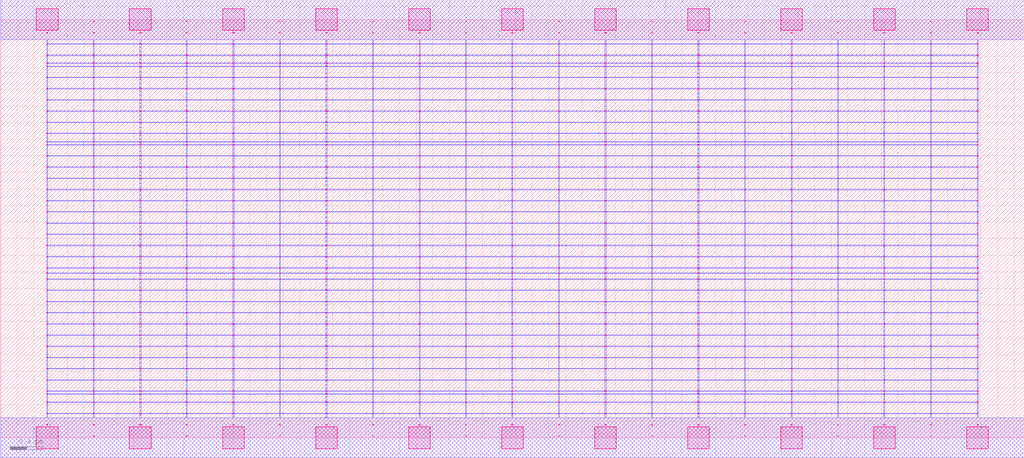
<source format=lef>
MACRO OOAAOAI22121_DEBUG
 CLASS CORE ;
 FOREIGN OOAAOAI22121_DEBUG 0 0 ;
 SIZE 12.32 BY 5.04 ;
 ORIGIN 0 0 ;
 SYMMETRY X Y R90 ;
 SITE unit ;

 OBS
    LAYER polycont ;
     RECT 6.15100000 2.58300000 6.16400000 2.59100000 ;
     RECT 6.15100000 2.71800000 6.16400000 2.72600000 ;
     RECT 6.15100000 2.85300000 6.16400000 2.86100000 ;
     RECT 6.15100000 2.98800000 6.16400000 2.99600000 ;
     RECT 8.39100000 2.58300000 8.40900000 2.59100000 ;
     RECT 8.95600000 2.58300000 8.96400000 2.59100000 ;
     RECT 9.51600000 2.58300000 9.52900000 2.59100000 ;
     RECT 10.07600000 2.58300000 10.08400000 2.59100000 ;
     RECT 10.63100000 2.58300000 10.64400000 2.59100000 ;
     RECT 11.19600000 2.58300000 11.20400000 2.59100000 ;
     RECT 11.75600000 2.58300000 11.76900000 2.59100000 ;
     RECT 6.71600000 2.58300000 6.72400000 2.59100000 ;
     RECT 6.71600000 2.71800000 6.72400000 2.72600000 ;
     RECT 7.27100000 2.71800000 7.28900000 2.72600000 ;
     RECT 7.83600000 2.71800000 7.84400000 2.72600000 ;
     RECT 8.39100000 2.71800000 8.40900000 2.72600000 ;
     RECT 8.95600000 2.71800000 8.96400000 2.72600000 ;
     RECT 9.51600000 2.71800000 9.52900000 2.72600000 ;
     RECT 10.07600000 2.71800000 10.08400000 2.72600000 ;
     RECT 10.63100000 2.71800000 10.64400000 2.72600000 ;
     RECT 11.19600000 2.71800000 11.20400000 2.72600000 ;
     RECT 11.75600000 2.71800000 11.76900000 2.72600000 ;
     RECT 7.27100000 2.58300000 7.28900000 2.59100000 ;
     RECT 6.71600000 2.85300000 6.72400000 2.86100000 ;
     RECT 7.27100000 2.85300000 7.28900000 2.86100000 ;
     RECT 7.83600000 2.85300000 7.84400000 2.86100000 ;
     RECT 8.39100000 2.85300000 8.40900000 2.86100000 ;
     RECT 8.95600000 2.85300000 8.96400000 2.86100000 ;
     RECT 9.51600000 2.85300000 9.52900000 2.86100000 ;
     RECT 10.07600000 2.85300000 10.08400000 2.86100000 ;
     RECT 10.63100000 2.85300000 10.64400000 2.86100000 ;
     RECT 11.19600000 2.85300000 11.20400000 2.86100000 ;
     RECT 11.75600000 2.85300000 11.76900000 2.86100000 ;
     RECT 7.83600000 2.58300000 7.84400000 2.59100000 ;
     RECT 6.71600000 2.98800000 6.72400000 2.99600000 ;
     RECT 7.27100000 2.98800000 7.28900000 2.99600000 ;
     RECT 7.83600000 2.98800000 7.84400000 2.99600000 ;
     RECT 8.39100000 2.98800000 8.40900000 2.99600000 ;
     RECT 8.95600000 2.98800000 8.96400000 2.99600000 ;
     RECT 9.51600000 2.98800000 9.52900000 2.99600000 ;
     RECT 10.07600000 2.98800000 10.08400000 2.99600000 ;
     RECT 10.63100000 2.98800000 10.64400000 2.99600000 ;
     RECT 11.19600000 2.98800000 11.20400000 2.99600000 ;
     RECT 11.75600000 2.98800000 11.76900000 2.99600000 ;
     RECT 10.07600000 3.12300000 10.08400000 3.13100000 ;
     RECT 10.07600000 3.25800000 10.08400000 3.26600000 ;
     RECT 10.07600000 3.39300000 10.08400000 3.40100000 ;
     RECT 10.07600000 3.52800000 10.08400000 3.53600000 ;
     RECT 10.07600000 3.56100000 10.08400000 3.56900000 ;
     RECT 10.07600000 3.66300000 10.08400000 3.67100000 ;
     RECT 10.07600000 3.79800000 10.08400000 3.80600000 ;
     RECT 10.07600000 3.93300000 10.08400000 3.94100000 ;
     RECT 10.07600000 4.06800000 10.08400000 4.07600000 ;
     RECT 10.07600000 4.20300000 10.08400000 4.21100000 ;
     RECT 10.07600000 4.33800000 10.08400000 4.34600000 ;
     RECT 10.07600000 4.47300000 10.08400000 4.48100000 ;
     RECT 10.07600000 4.51100000 10.08400000 4.51900000 ;
     RECT 10.07600000 4.60800000 10.08400000 4.61600000 ;
     RECT 10.07600000 4.74300000 10.08400000 4.75100000 ;
     RECT 10.07600000 4.87800000 10.08400000 4.88600000 ;
     RECT 5.59600000 2.71800000 5.60400000 2.72600000 ;
     RECT 1.11600000 2.58300000 1.12400000 2.59100000 ;
     RECT 1.67100000 2.58300000 1.68900000 2.59100000 ;
     RECT 0.55100000 2.98800000 0.56400000 2.99600000 ;
     RECT 1.11600000 2.98800000 1.12400000 2.99600000 ;
     RECT 1.67100000 2.98800000 1.68900000 2.99600000 ;
     RECT 2.23600000 2.98800000 2.24400000 2.99600000 ;
     RECT 2.79100000 2.98800000 2.80900000 2.99600000 ;
     RECT 3.35600000 2.98800000 3.36400000 2.99600000 ;
     RECT 3.91100000 2.98800000 3.92900000 2.99600000 ;
     RECT 4.47600000 2.98800000 4.48400000 2.99600000 ;
     RECT 5.03600000 2.98800000 5.04900000 2.99600000 ;
     RECT 5.59600000 2.98800000 5.60400000 2.99600000 ;
     RECT 2.23600000 2.58300000 2.24400000 2.59100000 ;
     RECT 2.79100000 2.58300000 2.80900000 2.59100000 ;
     RECT 3.35600000 2.58300000 3.36400000 2.59100000 ;
     RECT 3.91100000 2.58300000 3.92900000 2.59100000 ;
     RECT 4.47600000 2.58300000 4.48400000 2.59100000 ;
     RECT 5.03600000 2.58300000 5.04900000 2.59100000 ;
     RECT 5.59600000 2.58300000 5.60400000 2.59100000 ;
     RECT 0.55100000 2.58300000 0.56400000 2.59100000 ;
     RECT 0.55100000 2.71800000 0.56400000 2.72600000 ;
     RECT 0.55100000 2.85300000 0.56400000 2.86100000 ;
     RECT 1.11600000 2.85300000 1.12400000 2.86100000 ;
     RECT 5.59600000 3.12300000 5.60400000 3.13100000 ;
     RECT 1.67100000 2.85300000 1.68900000 2.86100000 ;
     RECT 5.59600000 3.25800000 5.60400000 3.26600000 ;
     RECT 2.23600000 2.85300000 2.24400000 2.86100000 ;
     RECT 5.59600000 3.39300000 5.60400000 3.40100000 ;
     RECT 2.79100000 2.85300000 2.80900000 2.86100000 ;
     RECT 5.59600000 3.52800000 5.60400000 3.53600000 ;
     RECT 3.35600000 2.85300000 3.36400000 2.86100000 ;
     RECT 5.59600000 3.56100000 5.60400000 3.56900000 ;
     RECT 3.91100000 2.85300000 3.92900000 2.86100000 ;
     RECT 5.59600000 3.66300000 5.60400000 3.67100000 ;
     RECT 4.47600000 2.85300000 4.48400000 2.86100000 ;
     RECT 5.59600000 3.79800000 5.60400000 3.80600000 ;
     RECT 5.03600000 2.85300000 5.04900000 2.86100000 ;
     RECT 5.59600000 3.93300000 5.60400000 3.94100000 ;
     RECT 5.59600000 2.85300000 5.60400000 2.86100000 ;
     RECT 5.59600000 4.06800000 5.60400000 4.07600000 ;
     RECT 1.11600000 2.71800000 1.12400000 2.72600000 ;
     RECT 5.59600000 4.20300000 5.60400000 4.21100000 ;
     RECT 1.67100000 2.71800000 1.68900000 2.72600000 ;
     RECT 5.59600000 4.33800000 5.60400000 4.34600000 ;
     RECT 2.23600000 2.71800000 2.24400000 2.72600000 ;
     RECT 5.59600000 4.47300000 5.60400000 4.48100000 ;
     RECT 2.79100000 2.71800000 2.80900000 2.72600000 ;
     RECT 5.59600000 4.51100000 5.60400000 4.51900000 ;
     RECT 3.35600000 2.71800000 3.36400000 2.72600000 ;
     RECT 5.59600000 4.60800000 5.60400000 4.61600000 ;
     RECT 3.91100000 2.71800000 3.92900000 2.72600000 ;
     RECT 5.59600000 4.74300000 5.60400000 4.75100000 ;
     RECT 4.47600000 2.71800000 4.48400000 2.72600000 ;
     RECT 5.59600000 4.87800000 5.60400000 4.88600000 ;
     RECT 5.03600000 2.71800000 5.04900000 2.72600000 ;
     RECT 11.75600000 2.31300000 11.76900000 2.32100000 ;
     RECT 6.71600000 2.44800000 6.72400000 2.45600000 ;
     RECT 11.19600000 2.44800000 11.20400000 2.45600000 ;
     RECT 11.75600000 2.44800000 11.76900000 2.45600000 ;
     RECT 6.71600000 0.15300000 6.72400000 0.16100000 ;
     RECT 11.19600000 0.15300000 11.20400000 0.16100000 ;
     RECT 11.75600000 0.15300000 11.76900000 0.16100000 ;
     RECT 6.71600000 0.28800000 6.72400000 0.29600000 ;
     RECT 11.19600000 0.28800000 11.20400000 0.29600000 ;
     RECT 11.75600000 0.28800000 11.76900000 0.29600000 ;
     RECT 6.71600000 0.42300000 6.72400000 0.43100000 ;
     RECT 11.19600000 0.42300000 11.20400000 0.43100000 ;
     RECT 11.75600000 0.42300000 11.76900000 0.43100000 ;
     RECT 6.71600000 0.52100000 6.72400000 0.52900000 ;
     RECT 11.19600000 0.52100000 11.20400000 0.52900000 ;
     RECT 11.75600000 0.52100000 11.76900000 0.52900000 ;
     RECT 6.71600000 0.55800000 6.72400000 0.56600000 ;
     RECT 11.19600000 0.55800000 11.20400000 0.56600000 ;
     RECT 11.75600000 0.55800000 11.76900000 0.56600000 ;
     RECT 6.71600000 0.69300000 6.72400000 0.70100000 ;
     RECT 11.19600000 0.69300000 11.20400000 0.70100000 ;
     RECT 11.75600000 0.69300000 11.76900000 0.70100000 ;
     RECT 6.71600000 0.82800000 6.72400000 0.83600000 ;
     RECT 11.19600000 0.82800000 11.20400000 0.83600000 ;
     RECT 11.75600000 0.82800000 11.76900000 0.83600000 ;
     RECT 6.71600000 0.96300000 6.72400000 0.97100000 ;
     RECT 11.19600000 0.96300000 11.20400000 0.97100000 ;
     RECT 11.75600000 0.96300000 11.76900000 0.97100000 ;
     RECT 6.71600000 1.09800000 6.72400000 1.10600000 ;
     RECT 11.19600000 1.09800000 11.20400000 1.10600000 ;
     RECT 11.75600000 1.09800000 11.76900000 1.10600000 ;
     RECT 6.71600000 1.23300000 6.72400000 1.24100000 ;
     RECT 11.19600000 1.23300000 11.20400000 1.24100000 ;
     RECT 11.75600000 1.23300000 11.76900000 1.24100000 ;
     RECT 6.71600000 1.36800000 6.72400000 1.37600000 ;
     RECT 11.19600000 1.36800000 11.20400000 1.37600000 ;
     RECT 11.75600000 1.36800000 11.76900000 1.37600000 ;
     RECT 6.71600000 1.50300000 6.72400000 1.51100000 ;
     RECT 11.19600000 1.50300000 11.20400000 1.51100000 ;
     RECT 11.75600000 1.50300000 11.76900000 1.51100000 ;
     RECT 6.71600000 1.63800000 6.72400000 1.64600000 ;
     RECT 11.19600000 1.63800000 11.20400000 1.64600000 ;
     RECT 11.75600000 1.63800000 11.76900000 1.64600000 ;
     RECT 6.71600000 1.77300000 6.72400000 1.78100000 ;
     RECT 11.19600000 1.77300000 11.20400000 1.78100000 ;
     RECT 11.75600000 1.77300000 11.76900000 1.78100000 ;
     RECT 6.71600000 1.90800000 6.72400000 1.91600000 ;
     RECT 11.19600000 1.90800000 11.20400000 1.91600000 ;
     RECT 11.75600000 1.90800000 11.76900000 1.91600000 ;
     RECT 6.71600000 1.98100000 6.72400000 1.98900000 ;
     RECT 11.19600000 1.98100000 11.20400000 1.98900000 ;
     RECT 11.75600000 1.98100000 11.76900000 1.98900000 ;
     RECT 6.71600000 2.04300000 6.72400000 2.05100000 ;
     RECT 11.19600000 2.04300000 11.20400000 2.05100000 ;
     RECT 11.75600000 2.04300000 11.76900000 2.05100000 ;
     RECT 6.71600000 2.17800000 6.72400000 2.18600000 ;
     RECT 11.19600000 2.17800000 11.20400000 2.18600000 ;
     RECT 11.75600000 2.17800000 11.76900000 2.18600000 ;
     RECT 6.71600000 2.31300000 6.72400000 2.32100000 ;
     RECT 11.19600000 2.31300000 11.20400000 2.32100000 ;

    LAYER pdiffc ;
     RECT 0.55100000 3.39300000 0.55900000 3.40100000 ;
     RECT 5.04100000 3.39300000 5.04900000 3.40100000 ;
     RECT 6.15100000 3.39300000 6.15900000 3.40100000 ;
     RECT 9.52100000 3.39300000 9.52900000 3.40100000 ;
     RECT 10.63100000 3.39300000 10.63900000 3.40100000 ;
     RECT 11.76100000 3.39300000 11.76900000 3.40100000 ;
     RECT 0.55100000 3.52800000 0.55900000 3.53600000 ;
     RECT 5.04100000 3.52800000 5.04900000 3.53600000 ;
     RECT 6.15100000 3.52800000 6.15900000 3.53600000 ;
     RECT 9.52100000 3.52800000 9.52900000 3.53600000 ;
     RECT 10.63100000 3.52800000 10.63900000 3.53600000 ;
     RECT 11.76100000 3.52800000 11.76900000 3.53600000 ;
     RECT 0.55100000 3.56100000 0.55900000 3.56900000 ;
     RECT 5.04100000 3.56100000 5.04900000 3.56900000 ;
     RECT 6.15100000 3.56100000 6.15900000 3.56900000 ;
     RECT 9.52100000 3.56100000 9.52900000 3.56900000 ;
     RECT 10.63100000 3.56100000 10.63900000 3.56900000 ;
     RECT 11.76100000 3.56100000 11.76900000 3.56900000 ;
     RECT 0.55100000 3.66300000 0.55900000 3.67100000 ;
     RECT 5.04100000 3.66300000 5.04900000 3.67100000 ;
     RECT 6.15100000 3.66300000 6.15900000 3.67100000 ;
     RECT 9.52100000 3.66300000 9.52900000 3.67100000 ;
     RECT 10.63100000 3.66300000 10.63900000 3.67100000 ;
     RECT 11.76100000 3.66300000 11.76900000 3.67100000 ;
     RECT 0.55100000 3.79800000 0.55900000 3.80600000 ;
     RECT 5.04100000 3.79800000 5.04900000 3.80600000 ;
     RECT 6.15100000 3.79800000 6.15900000 3.80600000 ;
     RECT 9.52100000 3.79800000 9.52900000 3.80600000 ;
     RECT 10.63100000 3.79800000 10.63900000 3.80600000 ;
     RECT 11.76100000 3.79800000 11.76900000 3.80600000 ;
     RECT 0.55100000 3.93300000 0.55900000 3.94100000 ;
     RECT 5.04100000 3.93300000 5.04900000 3.94100000 ;
     RECT 6.15100000 3.93300000 6.15900000 3.94100000 ;
     RECT 9.52100000 3.93300000 9.52900000 3.94100000 ;
     RECT 10.63100000 3.93300000 10.63900000 3.94100000 ;
     RECT 11.76100000 3.93300000 11.76900000 3.94100000 ;
     RECT 0.55100000 4.06800000 0.55900000 4.07600000 ;
     RECT 5.04100000 4.06800000 5.04900000 4.07600000 ;
     RECT 6.15100000 4.06800000 6.15900000 4.07600000 ;
     RECT 9.52100000 4.06800000 9.52900000 4.07600000 ;
     RECT 10.63100000 4.06800000 10.63900000 4.07600000 ;
     RECT 11.76100000 4.06800000 11.76900000 4.07600000 ;
     RECT 0.55100000 4.20300000 0.55900000 4.21100000 ;
     RECT 5.04100000 4.20300000 5.04900000 4.21100000 ;
     RECT 6.15100000 4.20300000 6.15900000 4.21100000 ;
     RECT 9.52100000 4.20300000 9.52900000 4.21100000 ;
     RECT 10.63100000 4.20300000 10.63900000 4.21100000 ;
     RECT 11.76100000 4.20300000 11.76900000 4.21100000 ;
     RECT 0.55100000 4.33800000 0.55900000 4.34600000 ;
     RECT 5.04100000 4.33800000 5.04900000 4.34600000 ;
     RECT 6.15100000 4.33800000 6.15900000 4.34600000 ;
     RECT 9.52100000 4.33800000 9.52900000 4.34600000 ;
     RECT 10.63100000 4.33800000 10.63900000 4.34600000 ;
     RECT 11.76100000 4.33800000 11.76900000 4.34600000 ;
     RECT 0.55100000 4.47300000 0.55900000 4.48100000 ;
     RECT 5.04100000 4.47300000 5.04900000 4.48100000 ;
     RECT 6.15100000 4.47300000 6.15900000 4.48100000 ;
     RECT 9.52100000 4.47300000 9.52900000 4.48100000 ;
     RECT 10.63100000 4.47300000 10.63900000 4.48100000 ;
     RECT 11.76100000 4.47300000 11.76900000 4.48100000 ;
     RECT 0.55100000 4.51100000 0.55900000 4.51900000 ;
     RECT 5.04100000 4.51100000 5.04900000 4.51900000 ;
     RECT 6.15100000 4.51100000 6.15900000 4.51900000 ;
     RECT 9.52100000 4.51100000 9.52900000 4.51900000 ;
     RECT 10.63100000 4.51100000 10.63900000 4.51900000 ;
     RECT 11.76100000 4.51100000 11.76900000 4.51900000 ;
     RECT 0.55100000 4.60800000 0.55900000 4.61600000 ;
     RECT 5.04100000 4.60800000 5.04900000 4.61600000 ;
     RECT 6.15100000 4.60800000 6.15900000 4.61600000 ;
     RECT 9.52100000 4.60800000 9.52900000 4.61600000 ;
     RECT 10.63100000 4.60800000 10.63900000 4.61600000 ;
     RECT 11.76100000 4.60800000 11.76900000 4.61600000 ;

    LAYER ndiffc ;
     RECT 6.15100000 0.42300000 6.16400000 0.43100000 ;
     RECT 7.27100000 0.42300000 7.28900000 0.43100000 ;
     RECT 8.39100000 0.42300000 8.40900000 0.43100000 ;
     RECT 9.51600000 0.42300000 9.52900000 0.43100000 ;
     RECT 10.63100000 0.42300000 10.64400000 0.43100000 ;
     RECT 6.15100000 0.52100000 6.16400000 0.52900000 ;
     RECT 7.27100000 0.52100000 7.28900000 0.52900000 ;
     RECT 8.39100000 0.52100000 8.40900000 0.52900000 ;
     RECT 9.51600000 0.52100000 9.52900000 0.52900000 ;
     RECT 10.63100000 0.52100000 10.64400000 0.52900000 ;
     RECT 6.15100000 0.55800000 6.16400000 0.56600000 ;
     RECT 7.27100000 0.55800000 7.28900000 0.56600000 ;
     RECT 8.39100000 0.55800000 8.40900000 0.56600000 ;
     RECT 9.51600000 0.55800000 9.52900000 0.56600000 ;
     RECT 10.63100000 0.55800000 10.64400000 0.56600000 ;
     RECT 6.15100000 0.69300000 6.16400000 0.70100000 ;
     RECT 7.27100000 0.69300000 7.28900000 0.70100000 ;
     RECT 8.39100000 0.69300000 8.40900000 0.70100000 ;
     RECT 9.51600000 0.69300000 9.52900000 0.70100000 ;
     RECT 10.63100000 0.69300000 10.64400000 0.70100000 ;
     RECT 6.15100000 0.82800000 6.16400000 0.83600000 ;
     RECT 7.27100000 0.82800000 7.28900000 0.83600000 ;
     RECT 8.39100000 0.82800000 8.40900000 0.83600000 ;
     RECT 9.51600000 0.82800000 9.52900000 0.83600000 ;
     RECT 10.63100000 0.82800000 10.64400000 0.83600000 ;
     RECT 6.15100000 0.96300000 6.16400000 0.97100000 ;
     RECT 7.27100000 0.96300000 7.28900000 0.97100000 ;
     RECT 8.39100000 0.96300000 8.40900000 0.97100000 ;
     RECT 9.51600000 0.96300000 9.52900000 0.97100000 ;
     RECT 10.63100000 0.96300000 10.64400000 0.97100000 ;
     RECT 6.15100000 1.09800000 6.16400000 1.10600000 ;
     RECT 7.27100000 1.09800000 7.28900000 1.10600000 ;
     RECT 8.39100000 1.09800000 8.40900000 1.10600000 ;
     RECT 9.51600000 1.09800000 9.52900000 1.10600000 ;
     RECT 10.63100000 1.09800000 10.64400000 1.10600000 ;
     RECT 6.15100000 1.23300000 6.16400000 1.24100000 ;
     RECT 7.27100000 1.23300000 7.28900000 1.24100000 ;
     RECT 8.39100000 1.23300000 8.40900000 1.24100000 ;
     RECT 9.51600000 1.23300000 9.52900000 1.24100000 ;
     RECT 10.63100000 1.23300000 10.64400000 1.24100000 ;
     RECT 6.15100000 1.36800000 6.16400000 1.37600000 ;
     RECT 7.27100000 1.36800000 7.28900000 1.37600000 ;
     RECT 8.39100000 1.36800000 8.40900000 1.37600000 ;
     RECT 9.51600000 1.36800000 9.52900000 1.37600000 ;
     RECT 10.63100000 1.36800000 10.64400000 1.37600000 ;
     RECT 6.15100000 1.50300000 6.16400000 1.51100000 ;
     RECT 7.27100000 1.50300000 7.28900000 1.51100000 ;
     RECT 8.39100000 1.50300000 8.40900000 1.51100000 ;
     RECT 9.51600000 1.50300000 9.52900000 1.51100000 ;
     RECT 10.63100000 1.50300000 10.64400000 1.51100000 ;
     RECT 6.15100000 1.63800000 6.16400000 1.64600000 ;
     RECT 7.27100000 1.63800000 7.28900000 1.64600000 ;
     RECT 8.39100000 1.63800000 8.40900000 1.64600000 ;
     RECT 9.51600000 1.63800000 9.52900000 1.64600000 ;
     RECT 10.63100000 1.63800000 10.64400000 1.64600000 ;
     RECT 6.15100000 1.77300000 6.16400000 1.78100000 ;
     RECT 7.27100000 1.77300000 7.28900000 1.78100000 ;
     RECT 8.39100000 1.77300000 8.40900000 1.78100000 ;
     RECT 9.51600000 1.77300000 9.52900000 1.78100000 ;
     RECT 10.63100000 1.77300000 10.64400000 1.78100000 ;
     RECT 6.15100000 1.90800000 6.16400000 1.91600000 ;
     RECT 7.27100000 1.90800000 7.28900000 1.91600000 ;
     RECT 8.39100000 1.90800000 8.40900000 1.91600000 ;
     RECT 9.51600000 1.90800000 9.52900000 1.91600000 ;
     RECT 10.63100000 1.90800000 10.64400000 1.91600000 ;
     RECT 6.15100000 1.98100000 6.16400000 1.98900000 ;
     RECT 7.27100000 1.98100000 7.28900000 1.98900000 ;
     RECT 8.39100000 1.98100000 8.40900000 1.98900000 ;
     RECT 9.51600000 1.98100000 9.52900000 1.98900000 ;
     RECT 10.63100000 1.98100000 10.64400000 1.98900000 ;
     RECT 6.15100000 2.04300000 6.16400000 2.05100000 ;
     RECT 7.27100000 2.04300000 7.28900000 2.05100000 ;
     RECT 8.39100000 2.04300000 8.40900000 2.05100000 ;
     RECT 9.51600000 2.04300000 9.52900000 2.05100000 ;
     RECT 10.63100000 2.04300000 10.64400000 2.05100000 ;
     RECT 0.55100000 0.42300000 0.56400000 0.43100000 ;
     RECT 1.67100000 0.42300000 1.68900000 0.43100000 ;
     RECT 2.79100000 0.42300000 2.80900000 0.43100000 ;
     RECT 3.91100000 0.42300000 3.92900000 0.43100000 ;
     RECT 5.03600000 0.42300000 5.04900000 0.43100000 ;
     RECT 0.55100000 1.36800000 0.56400000 1.37600000 ;
     RECT 1.67100000 1.36800000 1.68900000 1.37600000 ;
     RECT 2.79100000 1.36800000 2.80900000 1.37600000 ;
     RECT 3.91100000 1.36800000 3.92900000 1.37600000 ;
     RECT 5.03600000 1.36800000 5.04900000 1.37600000 ;
     RECT 0.55100000 0.82800000 0.56400000 0.83600000 ;
     RECT 1.67100000 0.82800000 1.68900000 0.83600000 ;
     RECT 2.79100000 0.82800000 2.80900000 0.83600000 ;
     RECT 3.91100000 0.82800000 3.92900000 0.83600000 ;
     RECT 5.03600000 0.82800000 5.04900000 0.83600000 ;
     RECT 0.55100000 1.50300000 0.56400000 1.51100000 ;
     RECT 1.67100000 1.50300000 1.68900000 1.51100000 ;
     RECT 2.79100000 1.50300000 2.80900000 1.51100000 ;
     RECT 3.91100000 1.50300000 3.92900000 1.51100000 ;
     RECT 5.03600000 1.50300000 5.04900000 1.51100000 ;
     RECT 0.55100000 0.55800000 0.56400000 0.56600000 ;
     RECT 1.67100000 0.55800000 1.68900000 0.56600000 ;
     RECT 2.79100000 0.55800000 2.80900000 0.56600000 ;
     RECT 3.91100000 0.55800000 3.92900000 0.56600000 ;
     RECT 5.03600000 0.55800000 5.04900000 0.56600000 ;
     RECT 0.55100000 1.63800000 0.56400000 1.64600000 ;
     RECT 1.67100000 1.63800000 1.68900000 1.64600000 ;
     RECT 2.79100000 1.63800000 2.80900000 1.64600000 ;
     RECT 3.91100000 1.63800000 3.92900000 1.64600000 ;
     RECT 5.03600000 1.63800000 5.04900000 1.64600000 ;
     RECT 0.55100000 0.96300000 0.56400000 0.97100000 ;
     RECT 1.67100000 0.96300000 1.68900000 0.97100000 ;
     RECT 2.79100000 0.96300000 2.80900000 0.97100000 ;
     RECT 3.91100000 0.96300000 3.92900000 0.97100000 ;
     RECT 5.03600000 0.96300000 5.04900000 0.97100000 ;
     RECT 0.55100000 1.77300000 0.56400000 1.78100000 ;
     RECT 1.67100000 1.77300000 1.68900000 1.78100000 ;
     RECT 2.79100000 1.77300000 2.80900000 1.78100000 ;
     RECT 3.91100000 1.77300000 3.92900000 1.78100000 ;
     RECT 5.03600000 1.77300000 5.04900000 1.78100000 ;
     RECT 0.55100000 0.52100000 0.56400000 0.52900000 ;
     RECT 1.67100000 0.52100000 1.68900000 0.52900000 ;
     RECT 2.79100000 0.52100000 2.80900000 0.52900000 ;
     RECT 3.91100000 0.52100000 3.92900000 0.52900000 ;
     RECT 5.03600000 0.52100000 5.04900000 0.52900000 ;
     RECT 0.55100000 1.90800000 0.56400000 1.91600000 ;
     RECT 1.67100000 1.90800000 1.68900000 1.91600000 ;
     RECT 2.79100000 1.90800000 2.80900000 1.91600000 ;
     RECT 3.91100000 1.90800000 3.92900000 1.91600000 ;
     RECT 5.03600000 1.90800000 5.04900000 1.91600000 ;
     RECT 0.55100000 1.09800000 0.56400000 1.10600000 ;
     RECT 1.67100000 1.09800000 1.68900000 1.10600000 ;
     RECT 2.79100000 1.09800000 2.80900000 1.10600000 ;
     RECT 3.91100000 1.09800000 3.92900000 1.10600000 ;
     RECT 5.03600000 1.09800000 5.04900000 1.10600000 ;
     RECT 0.55100000 1.98100000 0.56400000 1.98900000 ;
     RECT 1.67100000 1.98100000 1.68900000 1.98900000 ;
     RECT 2.79100000 1.98100000 2.80900000 1.98900000 ;
     RECT 3.91100000 1.98100000 3.92900000 1.98900000 ;
     RECT 5.03600000 1.98100000 5.04900000 1.98900000 ;
     RECT 0.55100000 0.69300000 0.56400000 0.70100000 ;
     RECT 1.67100000 0.69300000 1.68900000 0.70100000 ;
     RECT 2.79100000 0.69300000 2.80900000 0.70100000 ;
     RECT 3.91100000 0.69300000 3.92900000 0.70100000 ;
     RECT 5.03600000 0.69300000 5.04900000 0.70100000 ;
     RECT 0.55100000 2.04300000 0.56400000 2.05100000 ;
     RECT 1.67100000 2.04300000 1.68900000 2.05100000 ;
     RECT 2.79100000 2.04300000 2.80900000 2.05100000 ;
     RECT 3.91100000 2.04300000 3.92900000 2.05100000 ;
     RECT 5.03600000 2.04300000 5.04900000 2.05100000 ;
     RECT 0.55100000 1.23300000 0.56400000 1.24100000 ;
     RECT 1.67100000 1.23300000 1.68900000 1.24100000 ;
     RECT 2.79100000 1.23300000 2.80900000 1.24100000 ;
     RECT 3.91100000 1.23300000 3.92900000 1.24100000 ;
     RECT 5.03600000 1.23300000 5.04900000 1.24100000 ;

    LAYER met1 ;
     RECT 0.00000000 -0.24000000 12.32000000 0.24000000 ;
     RECT 6.15100000 0.24000000 6.16400000 0.28800000 ;
     RECT 0.55100000 0.28800000 11.76900000 0.29600000 ;
     RECT 6.15100000 0.29600000 6.16400000 0.42300000 ;
     RECT 0.55100000 0.42300000 11.76900000 0.43100000 ;
     RECT 6.15100000 0.43100000 6.16400000 0.52100000 ;
     RECT 0.55100000 0.52100000 11.76900000 0.52900000 ;
     RECT 6.15100000 0.52900000 6.16400000 0.55800000 ;
     RECT 0.55100000 0.55800000 11.76900000 0.56600000 ;
     RECT 6.15100000 0.56600000 6.16400000 0.69300000 ;
     RECT 0.55100000 0.69300000 11.76900000 0.70100000 ;
     RECT 6.15100000 0.70100000 6.16400000 0.82800000 ;
     RECT 0.55100000 0.82800000 11.76900000 0.83600000 ;
     RECT 6.15100000 0.83600000 6.16400000 0.96300000 ;
     RECT 0.55100000 0.96300000 11.76900000 0.97100000 ;
     RECT 6.15100000 0.97100000 6.16400000 1.09800000 ;
     RECT 0.55100000 1.09800000 11.76900000 1.10600000 ;
     RECT 6.15100000 1.10600000 6.16400000 1.23300000 ;
     RECT 0.55100000 1.23300000 11.76900000 1.24100000 ;
     RECT 6.15100000 1.24100000 6.16400000 1.36800000 ;
     RECT 0.55100000 1.36800000 11.76900000 1.37600000 ;
     RECT 6.15100000 1.37600000 6.16400000 1.50300000 ;
     RECT 0.55100000 1.50300000 11.76900000 1.51100000 ;
     RECT 6.15100000 1.51100000 6.16400000 1.63800000 ;
     RECT 0.55100000 1.63800000 11.76900000 1.64600000 ;
     RECT 6.15100000 1.64600000 6.16400000 1.77300000 ;
     RECT 0.55100000 1.77300000 11.76900000 1.78100000 ;
     RECT 6.15100000 1.78100000 6.16400000 1.90800000 ;
     RECT 0.55100000 1.90800000 11.76900000 1.91600000 ;
     RECT 6.15100000 1.91600000 6.16400000 1.98100000 ;
     RECT 0.55100000 1.98100000 11.76900000 1.98900000 ;
     RECT 6.15100000 1.98900000 6.16400000 2.04300000 ;
     RECT 0.55100000 2.04300000 11.76900000 2.05100000 ;
     RECT 6.15100000 2.05100000 6.16400000 2.17800000 ;
     RECT 0.55100000 2.17800000 11.76900000 2.18600000 ;
     RECT 6.15100000 2.18600000 6.16400000 2.31300000 ;
     RECT 0.55100000 2.31300000 11.76900000 2.32100000 ;
     RECT 6.15100000 2.32100000 6.16400000 2.44800000 ;
     RECT 0.55100000 2.44800000 11.76900000 2.45600000 ;
     RECT 0.55100000 2.45600000 0.56400000 2.58300000 ;
     RECT 1.11600000 2.45600000 1.12400000 2.58300000 ;
     RECT 1.67100000 2.45600000 1.68900000 2.58300000 ;
     RECT 2.23600000 2.45600000 2.24400000 2.58300000 ;
     RECT 2.79100000 2.45600000 2.80900000 2.58300000 ;
     RECT 3.35600000 2.45600000 3.36400000 2.58300000 ;
     RECT 3.91100000 2.45600000 3.92900000 2.58300000 ;
     RECT 4.47600000 2.45600000 4.48400000 2.58300000 ;
     RECT 5.03600000 2.45600000 5.04900000 2.58300000 ;
     RECT 5.59600000 2.45600000 5.60400000 2.58300000 ;
     RECT 6.15100000 2.45600000 6.16400000 2.58300000 ;
     RECT 6.71600000 2.45600000 6.72400000 2.58300000 ;
     RECT 7.27100000 2.45600000 7.28900000 2.58300000 ;
     RECT 7.83600000 2.45600000 7.84400000 2.58300000 ;
     RECT 8.39100000 2.45600000 8.40900000 2.58300000 ;
     RECT 8.95600000 2.45600000 8.96400000 2.58300000 ;
     RECT 9.51600000 2.45600000 9.52900000 2.58300000 ;
     RECT 10.07600000 2.45600000 10.08400000 2.58300000 ;
     RECT 10.63100000 2.45600000 10.64400000 2.58300000 ;
     RECT 11.19600000 2.45600000 11.20400000 2.58300000 ;
     RECT 11.75600000 2.45600000 11.76900000 2.58300000 ;
     RECT 0.55100000 2.58300000 11.76900000 2.59100000 ;
     RECT 6.15100000 2.59100000 6.16400000 2.71800000 ;
     RECT 0.55100000 2.71800000 11.76900000 2.72600000 ;
     RECT 6.15100000 2.72600000 6.16400000 2.85300000 ;
     RECT 0.55100000 2.85300000 11.76900000 2.86100000 ;
     RECT 6.15100000 2.86100000 6.16400000 2.98800000 ;
     RECT 0.55100000 2.98800000 11.76900000 2.99600000 ;
     RECT 6.15100000 2.99600000 6.16400000 3.12300000 ;
     RECT 0.55100000 3.12300000 11.76900000 3.13100000 ;
     RECT 6.15100000 3.13100000 6.16400000 3.25800000 ;
     RECT 0.55100000 3.25800000 11.76900000 3.26600000 ;
     RECT 6.15100000 3.26600000 6.16400000 3.39300000 ;
     RECT 0.55100000 3.39300000 11.76900000 3.40100000 ;
     RECT 6.15100000 3.40100000 6.16400000 3.52800000 ;
     RECT 0.55100000 3.52800000 11.76900000 3.53600000 ;
     RECT 6.15100000 3.53600000 6.16400000 3.56100000 ;
     RECT 0.55100000 3.56100000 11.76900000 3.56900000 ;
     RECT 6.15100000 3.56900000 6.16400000 3.66300000 ;
     RECT 0.55100000 3.66300000 11.76900000 3.67100000 ;
     RECT 6.15100000 3.67100000 6.16400000 3.79800000 ;
     RECT 0.55100000 3.79800000 11.76900000 3.80600000 ;
     RECT 6.15100000 3.80600000 6.16400000 3.93300000 ;
     RECT 0.55100000 3.93300000 11.76900000 3.94100000 ;
     RECT 6.15100000 3.94100000 6.16400000 4.06800000 ;
     RECT 0.55100000 4.06800000 11.76900000 4.07600000 ;
     RECT 6.15100000 4.07600000 6.16400000 4.20300000 ;
     RECT 0.55100000 4.20300000 11.76900000 4.21100000 ;
     RECT 6.15100000 4.21100000 6.16400000 4.33800000 ;
     RECT 0.55100000 4.33800000 11.76900000 4.34600000 ;
     RECT 6.15100000 4.34600000 6.16400000 4.47300000 ;
     RECT 0.55100000 4.47300000 11.76900000 4.48100000 ;
     RECT 6.15100000 4.48100000 6.16400000 4.51100000 ;
     RECT 0.55100000 4.51100000 11.76900000 4.51900000 ;
     RECT 6.15100000 4.51900000 6.16400000 4.60800000 ;
     RECT 0.55100000 4.60800000 11.76900000 4.61600000 ;
     RECT 6.15100000 4.61600000 6.16400000 4.74300000 ;
     RECT 0.55100000 4.74300000 11.76900000 4.75100000 ;
     RECT 6.15100000 4.75100000 6.16400000 4.80000000 ;
     RECT 0.00000000 4.80000000 12.32000000 5.28000000 ;
     RECT 6.71600000 3.80600000 6.72400000 3.93300000 ;
     RECT 7.27100000 3.80600000 7.28900000 3.93300000 ;
     RECT 7.83600000 3.80600000 7.84400000 3.93300000 ;
     RECT 8.39100000 3.80600000 8.40900000 3.93300000 ;
     RECT 8.95600000 3.80600000 8.96400000 3.93300000 ;
     RECT 9.51600000 3.80600000 9.52900000 3.93300000 ;
     RECT 10.07600000 3.80600000 10.08400000 3.93300000 ;
     RECT 10.63100000 3.80600000 10.64400000 3.93300000 ;
     RECT 11.19600000 3.80600000 11.20400000 3.93300000 ;
     RECT 11.75600000 3.80600000 11.76900000 3.93300000 ;
     RECT 9.51600000 3.94100000 9.52900000 4.06800000 ;
     RECT 10.07600000 3.94100000 10.08400000 4.06800000 ;
     RECT 10.63100000 3.94100000 10.64400000 4.06800000 ;
     RECT 11.19600000 3.94100000 11.20400000 4.06800000 ;
     RECT 11.75600000 3.94100000 11.76900000 4.06800000 ;
     RECT 9.51600000 4.07600000 9.52900000 4.20300000 ;
     RECT 10.07600000 4.07600000 10.08400000 4.20300000 ;
     RECT 10.63100000 4.07600000 10.64400000 4.20300000 ;
     RECT 11.19600000 4.07600000 11.20400000 4.20300000 ;
     RECT 11.75600000 4.07600000 11.76900000 4.20300000 ;
     RECT 9.51600000 4.21100000 9.52900000 4.33800000 ;
     RECT 10.07600000 4.21100000 10.08400000 4.33800000 ;
     RECT 10.63100000 4.21100000 10.64400000 4.33800000 ;
     RECT 11.19600000 4.21100000 11.20400000 4.33800000 ;
     RECT 11.75600000 4.21100000 11.76900000 4.33800000 ;
     RECT 9.51600000 4.34600000 9.52900000 4.47300000 ;
     RECT 10.07600000 4.34600000 10.08400000 4.47300000 ;
     RECT 10.63100000 4.34600000 10.64400000 4.47300000 ;
     RECT 11.19600000 4.34600000 11.20400000 4.47300000 ;
     RECT 11.75600000 4.34600000 11.76900000 4.47300000 ;
     RECT 9.51600000 4.48100000 9.52900000 4.51100000 ;
     RECT 10.07600000 4.48100000 10.08400000 4.51100000 ;
     RECT 10.63100000 4.48100000 10.64400000 4.51100000 ;
     RECT 11.19600000 4.48100000 11.20400000 4.51100000 ;
     RECT 11.75600000 4.48100000 11.76900000 4.51100000 ;
     RECT 9.51600000 4.51900000 9.52900000 4.60800000 ;
     RECT 10.07600000 4.51900000 10.08400000 4.60800000 ;
     RECT 10.63100000 4.51900000 10.64400000 4.60800000 ;
     RECT 11.19600000 4.51900000 11.20400000 4.60800000 ;
     RECT 11.75600000 4.51900000 11.76900000 4.60800000 ;
     RECT 9.51600000 4.61600000 9.52900000 4.74300000 ;
     RECT 10.07600000 4.61600000 10.08400000 4.74300000 ;
     RECT 10.63100000 4.61600000 10.64400000 4.74300000 ;
     RECT 11.19600000 4.61600000 11.20400000 4.74300000 ;
     RECT 11.75600000 4.61600000 11.76900000 4.74300000 ;
     RECT 9.51600000 4.75100000 9.52900000 4.80000000 ;
     RECT 10.07600000 4.75100000 10.08400000 4.80000000 ;
     RECT 10.63100000 4.75100000 10.64400000 4.80000000 ;
     RECT 11.19600000 4.75100000 11.20400000 4.80000000 ;
     RECT 11.75600000 4.75100000 11.76900000 4.80000000 ;
     RECT 6.71600000 4.48100000 6.72400000 4.51100000 ;
     RECT 7.27100000 4.48100000 7.28900000 4.51100000 ;
     RECT 7.83600000 4.48100000 7.84400000 4.51100000 ;
     RECT 8.39100000 4.48100000 8.40900000 4.51100000 ;
     RECT 8.95600000 4.48100000 8.96400000 4.51100000 ;
     RECT 6.71600000 4.21100000 6.72400000 4.33800000 ;
     RECT 7.27100000 4.21100000 7.28900000 4.33800000 ;
     RECT 7.83600000 4.21100000 7.84400000 4.33800000 ;
     RECT 8.39100000 4.21100000 8.40900000 4.33800000 ;
     RECT 8.95600000 4.21100000 8.96400000 4.33800000 ;
     RECT 6.71600000 4.51900000 6.72400000 4.60800000 ;
     RECT 7.27100000 4.51900000 7.28900000 4.60800000 ;
     RECT 7.83600000 4.51900000 7.84400000 4.60800000 ;
     RECT 8.39100000 4.51900000 8.40900000 4.60800000 ;
     RECT 8.95600000 4.51900000 8.96400000 4.60800000 ;
     RECT 6.71600000 4.07600000 6.72400000 4.20300000 ;
     RECT 7.27100000 4.07600000 7.28900000 4.20300000 ;
     RECT 7.83600000 4.07600000 7.84400000 4.20300000 ;
     RECT 8.39100000 4.07600000 8.40900000 4.20300000 ;
     RECT 8.95600000 4.07600000 8.96400000 4.20300000 ;
     RECT 6.71600000 4.61600000 6.72400000 4.74300000 ;
     RECT 7.27100000 4.61600000 7.28900000 4.74300000 ;
     RECT 7.83600000 4.61600000 7.84400000 4.74300000 ;
     RECT 8.39100000 4.61600000 8.40900000 4.74300000 ;
     RECT 8.95600000 4.61600000 8.96400000 4.74300000 ;
     RECT 6.71600000 4.34600000 6.72400000 4.47300000 ;
     RECT 7.27100000 4.34600000 7.28900000 4.47300000 ;
     RECT 7.83600000 4.34600000 7.84400000 4.47300000 ;
     RECT 8.39100000 4.34600000 8.40900000 4.47300000 ;
     RECT 8.95600000 4.34600000 8.96400000 4.47300000 ;
     RECT 6.71600000 4.75100000 6.72400000 4.80000000 ;
     RECT 7.27100000 4.75100000 7.28900000 4.80000000 ;
     RECT 7.83600000 4.75100000 7.84400000 4.80000000 ;
     RECT 8.39100000 4.75100000 8.40900000 4.80000000 ;
     RECT 8.95600000 4.75100000 8.96400000 4.80000000 ;
     RECT 6.71600000 3.94100000 6.72400000 4.06800000 ;
     RECT 7.27100000 3.94100000 7.28900000 4.06800000 ;
     RECT 7.83600000 3.94100000 7.84400000 4.06800000 ;
     RECT 8.39100000 3.94100000 8.40900000 4.06800000 ;
     RECT 8.95600000 3.94100000 8.96400000 4.06800000 ;
     RECT 8.39100000 2.99600000 8.40900000 3.12300000 ;
     RECT 8.95600000 2.99600000 8.96400000 3.12300000 ;
     RECT 6.71600000 3.13100000 6.72400000 3.25800000 ;
     RECT 7.27100000 3.13100000 7.28900000 3.25800000 ;
     RECT 7.83600000 3.13100000 7.84400000 3.25800000 ;
     RECT 8.39100000 3.13100000 8.40900000 3.25800000 ;
     RECT 8.95600000 3.13100000 8.96400000 3.25800000 ;
     RECT 8.95600000 2.86100000 8.96400000 2.98800000 ;
     RECT 6.71600000 3.26600000 6.72400000 3.39300000 ;
     RECT 7.27100000 3.26600000 7.28900000 3.39300000 ;
     RECT 7.83600000 3.26600000 7.84400000 3.39300000 ;
     RECT 8.39100000 3.26600000 8.40900000 3.39300000 ;
     RECT 8.95600000 3.26600000 8.96400000 3.39300000 ;
     RECT 6.71600000 2.59100000 6.72400000 2.71800000 ;
     RECT 7.27100000 2.59100000 7.28900000 2.71800000 ;
     RECT 6.71600000 3.40100000 6.72400000 3.52800000 ;
     RECT 7.27100000 3.40100000 7.28900000 3.52800000 ;
     RECT 7.83600000 3.40100000 7.84400000 3.52800000 ;
     RECT 8.39100000 3.40100000 8.40900000 3.52800000 ;
     RECT 7.83600000 2.59100000 7.84400000 2.71800000 ;
     RECT 8.39100000 2.59100000 8.40900000 2.71800000 ;
     RECT 8.95600000 3.40100000 8.96400000 3.52800000 ;
     RECT 6.71600000 2.72600000 6.72400000 2.85300000 ;
     RECT 7.27100000 2.72600000 7.28900000 2.85300000 ;
     RECT 6.71600000 3.53600000 6.72400000 3.56100000 ;
     RECT 7.27100000 3.53600000 7.28900000 3.56100000 ;
     RECT 7.83600000 3.53600000 7.84400000 3.56100000 ;
     RECT 8.39100000 3.53600000 8.40900000 3.56100000 ;
     RECT 8.95600000 3.53600000 8.96400000 3.56100000 ;
     RECT 7.83600000 2.72600000 7.84400000 2.85300000 ;
     RECT 8.39100000 2.72600000 8.40900000 2.85300000 ;
     RECT 6.71600000 2.86100000 6.72400000 2.98800000 ;
     RECT 7.27100000 2.86100000 7.28900000 2.98800000 ;
     RECT 6.71600000 3.56900000 6.72400000 3.66300000 ;
     RECT 7.27100000 3.56900000 7.28900000 3.66300000 ;
     RECT 7.83600000 3.56900000 7.84400000 3.66300000 ;
     RECT 8.39100000 3.56900000 8.40900000 3.66300000 ;
     RECT 8.95600000 3.56900000 8.96400000 3.66300000 ;
     RECT 8.95600000 2.59100000 8.96400000 2.71800000 ;
     RECT 8.95600000 2.72600000 8.96400000 2.85300000 ;
     RECT 6.71600000 3.67100000 6.72400000 3.79800000 ;
     RECT 7.27100000 3.67100000 7.28900000 3.79800000 ;
     RECT 7.83600000 3.67100000 7.84400000 3.79800000 ;
     RECT 8.39100000 3.67100000 8.40900000 3.79800000 ;
     RECT 7.83600000 2.86100000 7.84400000 2.98800000 ;
     RECT 8.39100000 2.86100000 8.40900000 2.98800000 ;
     RECT 8.95600000 3.67100000 8.96400000 3.79800000 ;
     RECT 7.27100000 2.99600000 7.28900000 3.12300000 ;
     RECT 7.83600000 2.99600000 7.84400000 3.12300000 ;
     RECT 6.71600000 2.99600000 6.72400000 3.12300000 ;
     RECT 9.51600000 3.53600000 9.52900000 3.56100000 ;
     RECT 10.07600000 3.53600000 10.08400000 3.56100000 ;
     RECT 9.51600000 2.86100000 9.52900000 2.98800000 ;
     RECT 10.63100000 3.53600000 10.64400000 3.56100000 ;
     RECT 11.19600000 3.53600000 11.20400000 3.56100000 ;
     RECT 11.75600000 3.53600000 11.76900000 3.56100000 ;
     RECT 9.51600000 3.26600000 9.52900000 3.39300000 ;
     RECT 10.07600000 3.26600000 10.08400000 3.39300000 ;
     RECT 10.63100000 3.26600000 10.64400000 3.39300000 ;
     RECT 11.19600000 3.26600000 11.20400000 3.39300000 ;
     RECT 11.75600000 3.26600000 11.76900000 3.39300000 ;
     RECT 11.19600000 2.99600000 11.20400000 3.12300000 ;
     RECT 11.75600000 2.99600000 11.76900000 3.12300000 ;
     RECT 10.07600000 2.86100000 10.08400000 2.98800000 ;
     RECT 10.63100000 2.86100000 10.64400000 2.98800000 ;
     RECT 9.51600000 3.56900000 9.52900000 3.66300000 ;
     RECT 10.07600000 3.56900000 10.08400000 3.66300000 ;
     RECT 10.63100000 3.56900000 10.64400000 3.66300000 ;
     RECT 11.19600000 3.56900000 11.20400000 3.66300000 ;
     RECT 11.75600000 3.56900000 11.76900000 3.66300000 ;
     RECT 9.51600000 3.13100000 9.52900000 3.25800000 ;
     RECT 9.51600000 2.72600000 9.52900000 2.85300000 ;
     RECT 10.07600000 3.13100000 10.08400000 3.25800000 ;
     RECT 10.63100000 3.13100000 10.64400000 3.25800000 ;
     RECT 11.19600000 3.13100000 11.20400000 3.25800000 ;
     RECT 11.19600000 2.86100000 11.20400000 2.98800000 ;
     RECT 11.75600000 2.86100000 11.76900000 2.98800000 ;
     RECT 11.75600000 3.13100000 11.76900000 3.25800000 ;
     RECT 9.51600000 3.40100000 9.52900000 3.52800000 ;
     RECT 9.51600000 3.67100000 9.52900000 3.79800000 ;
     RECT 10.07600000 3.67100000 10.08400000 3.79800000 ;
     RECT 10.63100000 3.67100000 10.64400000 3.79800000 ;
     RECT 11.19600000 3.67100000 11.20400000 3.79800000 ;
     RECT 11.75600000 3.67100000 11.76900000 3.79800000 ;
     RECT 10.07600000 2.72600000 10.08400000 2.85300000 ;
     RECT 10.63100000 2.72600000 10.64400000 2.85300000 ;
     RECT 10.07600000 3.40100000 10.08400000 3.52800000 ;
     RECT 10.63100000 3.40100000 10.64400000 3.52800000 ;
     RECT 9.51600000 2.59100000 9.52900000 2.71800000 ;
     RECT 11.19600000 3.40100000 11.20400000 3.52800000 ;
     RECT 11.75600000 3.40100000 11.76900000 3.52800000 ;
     RECT 11.19600000 2.59100000 11.20400000 2.71800000 ;
     RECT 11.75600000 2.59100000 11.76900000 2.71800000 ;
     RECT 10.07600000 2.59100000 10.08400000 2.71800000 ;
     RECT 10.63100000 2.59100000 10.64400000 2.71800000 ;
     RECT 9.51600000 2.99600000 9.52900000 3.12300000 ;
     RECT 10.07600000 2.99600000 10.08400000 3.12300000 ;
     RECT 11.19600000 2.72600000 11.20400000 2.85300000 ;
     RECT 11.75600000 2.72600000 11.76900000 2.85300000 ;
     RECT 10.63100000 2.99600000 10.64400000 3.12300000 ;
     RECT 5.03600000 3.80600000 5.04900000 3.93300000 ;
     RECT 5.59600000 3.80600000 5.60400000 3.93300000 ;
     RECT 0.55100000 3.80600000 0.56400000 3.93300000 ;
     RECT 1.11600000 3.80600000 1.12400000 3.93300000 ;
     RECT 1.67100000 3.80600000 1.68900000 3.93300000 ;
     RECT 2.23600000 3.80600000 2.24400000 3.93300000 ;
     RECT 2.79100000 3.80600000 2.80900000 3.93300000 ;
     RECT 3.35600000 3.80600000 3.36400000 3.93300000 ;
     RECT 3.91100000 3.80600000 3.92900000 3.93300000 ;
     RECT 4.47600000 3.80600000 4.48400000 3.93300000 ;
     RECT 5.03600000 4.07600000 5.04900000 4.20300000 ;
     RECT 5.59600000 4.07600000 5.60400000 4.20300000 ;
     RECT 3.35600000 4.21100000 3.36400000 4.33800000 ;
     RECT 3.91100000 4.21100000 3.92900000 4.33800000 ;
     RECT 4.47600000 4.21100000 4.48400000 4.33800000 ;
     RECT 5.03600000 4.21100000 5.04900000 4.33800000 ;
     RECT 5.59600000 4.21100000 5.60400000 4.33800000 ;
     RECT 3.35600000 4.34600000 3.36400000 4.47300000 ;
     RECT 3.91100000 4.34600000 3.92900000 4.47300000 ;
     RECT 4.47600000 4.34600000 4.48400000 4.47300000 ;
     RECT 5.03600000 4.34600000 5.04900000 4.47300000 ;
     RECT 5.59600000 4.34600000 5.60400000 4.47300000 ;
     RECT 3.35600000 4.48100000 3.36400000 4.51100000 ;
     RECT 3.91100000 4.48100000 3.92900000 4.51100000 ;
     RECT 4.47600000 4.48100000 4.48400000 4.51100000 ;
     RECT 5.03600000 4.48100000 5.04900000 4.51100000 ;
     RECT 5.59600000 4.48100000 5.60400000 4.51100000 ;
     RECT 3.35600000 4.51900000 3.36400000 4.60800000 ;
     RECT 3.91100000 4.51900000 3.92900000 4.60800000 ;
     RECT 4.47600000 4.51900000 4.48400000 4.60800000 ;
     RECT 5.03600000 4.51900000 5.04900000 4.60800000 ;
     RECT 5.59600000 4.51900000 5.60400000 4.60800000 ;
     RECT 3.35600000 4.61600000 3.36400000 4.74300000 ;
     RECT 3.91100000 4.61600000 3.92900000 4.74300000 ;
     RECT 4.47600000 4.61600000 4.48400000 4.74300000 ;
     RECT 5.03600000 4.61600000 5.04900000 4.74300000 ;
     RECT 5.59600000 4.61600000 5.60400000 4.74300000 ;
     RECT 3.35600000 4.75100000 3.36400000 4.80000000 ;
     RECT 3.91100000 4.75100000 3.92900000 4.80000000 ;
     RECT 4.47600000 4.75100000 4.48400000 4.80000000 ;
     RECT 5.03600000 4.75100000 5.04900000 4.80000000 ;
     RECT 5.59600000 4.75100000 5.60400000 4.80000000 ;
     RECT 3.35600000 3.94100000 3.36400000 4.06800000 ;
     RECT 3.91100000 3.94100000 3.92900000 4.06800000 ;
     RECT 4.47600000 3.94100000 4.48400000 4.06800000 ;
     RECT 5.03600000 3.94100000 5.04900000 4.06800000 ;
     RECT 5.59600000 3.94100000 5.60400000 4.06800000 ;
     RECT 3.35600000 4.07600000 3.36400000 4.20300000 ;
     RECT 3.91100000 4.07600000 3.92900000 4.20300000 ;
     RECT 4.47600000 4.07600000 4.48400000 4.20300000 ;
     RECT 2.23600000 4.21100000 2.24400000 4.33800000 ;
     RECT 2.79100000 4.21100000 2.80900000 4.33800000 ;
     RECT 0.55100000 4.51900000 0.56400000 4.60800000 ;
     RECT 1.11600000 4.51900000 1.12400000 4.60800000 ;
     RECT 1.67100000 4.51900000 1.68900000 4.60800000 ;
     RECT 2.23600000 4.51900000 2.24400000 4.60800000 ;
     RECT 2.79100000 4.51900000 2.80900000 4.60800000 ;
     RECT 0.55100000 4.07600000 0.56400000 4.20300000 ;
     RECT 1.11600000 4.07600000 1.12400000 4.20300000 ;
     RECT 1.67100000 4.07600000 1.68900000 4.20300000 ;
     RECT 2.23600000 4.07600000 2.24400000 4.20300000 ;
     RECT 2.79100000 4.07600000 2.80900000 4.20300000 ;
     RECT 0.55100000 4.61600000 0.56400000 4.74300000 ;
     RECT 1.11600000 4.61600000 1.12400000 4.74300000 ;
     RECT 1.67100000 4.61600000 1.68900000 4.74300000 ;
     RECT 2.23600000 4.61600000 2.24400000 4.74300000 ;
     RECT 2.79100000 4.61600000 2.80900000 4.74300000 ;
     RECT 0.55100000 4.34600000 0.56400000 4.47300000 ;
     RECT 1.11600000 4.34600000 1.12400000 4.47300000 ;
     RECT 1.67100000 4.34600000 1.68900000 4.47300000 ;
     RECT 2.23600000 4.34600000 2.24400000 4.47300000 ;
     RECT 2.79100000 4.34600000 2.80900000 4.47300000 ;
     RECT 0.55100000 4.75100000 0.56400000 4.80000000 ;
     RECT 1.11600000 4.75100000 1.12400000 4.80000000 ;
     RECT 1.67100000 4.75100000 1.68900000 4.80000000 ;
     RECT 2.23600000 4.75100000 2.24400000 4.80000000 ;
     RECT 2.79100000 4.75100000 2.80900000 4.80000000 ;
     RECT 0.55100000 3.94100000 0.56400000 4.06800000 ;
     RECT 1.11600000 3.94100000 1.12400000 4.06800000 ;
     RECT 1.67100000 3.94100000 1.68900000 4.06800000 ;
     RECT 2.23600000 3.94100000 2.24400000 4.06800000 ;
     RECT 2.79100000 3.94100000 2.80900000 4.06800000 ;
     RECT 0.55100000 4.48100000 0.56400000 4.51100000 ;
     RECT 1.11600000 4.48100000 1.12400000 4.51100000 ;
     RECT 1.67100000 4.48100000 1.68900000 4.51100000 ;
     RECT 2.23600000 4.48100000 2.24400000 4.51100000 ;
     RECT 2.79100000 4.48100000 2.80900000 4.51100000 ;
     RECT 0.55100000 4.21100000 0.56400000 4.33800000 ;
     RECT 1.11600000 4.21100000 1.12400000 4.33800000 ;
     RECT 1.67100000 4.21100000 1.68900000 4.33800000 ;
     RECT 2.79100000 3.53600000 2.80900000 3.56100000 ;
     RECT 0.55100000 2.86100000 0.56400000 2.98800000 ;
     RECT 1.11600000 2.86100000 1.12400000 2.98800000 ;
     RECT 1.67100000 2.86100000 1.68900000 2.98800000 ;
     RECT 2.23600000 2.86100000 2.24400000 2.98800000 ;
     RECT 2.23600000 2.59100000 2.24400000 2.71800000 ;
     RECT 0.55100000 3.40100000 0.56400000 3.52800000 ;
     RECT 1.11600000 3.40100000 1.12400000 3.52800000 ;
     RECT 0.55100000 2.59100000 0.56400000 2.71800000 ;
     RECT 1.67100000 2.72600000 1.68900000 2.85300000 ;
     RECT 2.23600000 2.72600000 2.24400000 2.85300000 ;
     RECT 2.79100000 2.72600000 2.80900000 2.85300000 ;
     RECT 0.55100000 3.67100000 0.56400000 3.79800000 ;
     RECT 1.11600000 3.67100000 1.12400000 3.79800000 ;
     RECT 1.67100000 3.67100000 1.68900000 3.79800000 ;
     RECT 2.23600000 3.67100000 2.24400000 3.79800000 ;
     RECT 2.79100000 3.67100000 2.80900000 3.79800000 ;
     RECT 1.11600000 2.59100000 1.12400000 2.71800000 ;
     RECT 0.55100000 2.72600000 0.56400000 2.85300000 ;
     RECT 1.11600000 2.72600000 1.12400000 2.85300000 ;
     RECT 0.55100000 3.53600000 0.56400000 3.56100000 ;
     RECT 1.11600000 3.53600000 1.12400000 3.56100000 ;
     RECT 1.67100000 3.40100000 1.68900000 3.52800000 ;
     RECT 0.55100000 3.13100000 0.56400000 3.25800000 ;
     RECT 1.11600000 3.13100000 1.12400000 3.25800000 ;
     RECT 1.67100000 3.13100000 1.68900000 3.25800000 ;
     RECT 2.23600000 3.13100000 2.24400000 3.25800000 ;
     RECT 0.55100000 3.26600000 0.56400000 3.39300000 ;
     RECT 1.11600000 3.26600000 1.12400000 3.39300000 ;
     RECT 1.67100000 3.26600000 1.68900000 3.39300000 ;
     RECT 2.23600000 3.26600000 2.24400000 3.39300000 ;
     RECT 2.79100000 3.26600000 2.80900000 3.39300000 ;
     RECT 2.79100000 3.13100000 2.80900000 3.25800000 ;
     RECT 0.55100000 3.56900000 0.56400000 3.66300000 ;
     RECT 1.11600000 3.56900000 1.12400000 3.66300000 ;
     RECT 1.67100000 3.56900000 1.68900000 3.66300000 ;
     RECT 2.23600000 3.56900000 2.24400000 3.66300000 ;
     RECT 2.23600000 3.40100000 2.24400000 3.52800000 ;
     RECT 2.79100000 3.40100000 2.80900000 3.52800000 ;
     RECT 2.79100000 2.59100000 2.80900000 2.71800000 ;
     RECT 0.55100000 2.99600000 0.56400000 3.12300000 ;
     RECT 1.11600000 2.99600000 1.12400000 3.12300000 ;
     RECT 1.67100000 2.99600000 1.68900000 3.12300000 ;
     RECT 2.23600000 2.99600000 2.24400000 3.12300000 ;
     RECT 2.79100000 2.99600000 2.80900000 3.12300000 ;
     RECT 1.67100000 2.59100000 1.68900000 2.71800000 ;
     RECT 1.67100000 3.53600000 1.68900000 3.56100000 ;
     RECT 2.79100000 3.56900000 2.80900000 3.66300000 ;
     RECT 2.79100000 2.86100000 2.80900000 2.98800000 ;
     RECT 2.23600000 3.53600000 2.24400000 3.56100000 ;
     RECT 5.59600000 2.72600000 5.60400000 2.85300000 ;
     RECT 5.03600000 2.72600000 5.04900000 2.85300000 ;
     RECT 3.35600000 3.40100000 3.36400000 3.52800000 ;
     RECT 3.91100000 3.40100000 3.92900000 3.52800000 ;
     RECT 4.47600000 3.40100000 4.48400000 3.52800000 ;
     RECT 3.35600000 3.67100000 3.36400000 3.79800000 ;
     RECT 5.03600000 3.40100000 5.04900000 3.52800000 ;
     RECT 5.59600000 3.40100000 5.60400000 3.52800000 ;
     RECT 3.91100000 2.99600000 3.92900000 3.12300000 ;
     RECT 5.03600000 2.99600000 5.04900000 3.12300000 ;
     RECT 5.59600000 2.99600000 5.60400000 3.12300000 ;
     RECT 3.91100000 2.59100000 3.92900000 2.71800000 ;
     RECT 3.35600000 3.56900000 3.36400000 3.66300000 ;
     RECT 3.91100000 3.56900000 3.92900000 3.66300000 ;
     RECT 4.47600000 3.56900000 4.48400000 3.66300000 ;
     RECT 5.03600000 3.56900000 5.04900000 3.66300000 ;
     RECT 3.91100000 3.67100000 3.92900000 3.79800000 ;
     RECT 4.47600000 3.67100000 4.48400000 3.79800000 ;
     RECT 5.03600000 3.67100000 5.04900000 3.79800000 ;
     RECT 5.59600000 3.67100000 5.60400000 3.79800000 ;
     RECT 3.91100000 2.72600000 3.92900000 2.85300000 ;
     RECT 4.47600000 2.72600000 4.48400000 2.85300000 ;
     RECT 5.59600000 3.56900000 5.60400000 3.66300000 ;
     RECT 5.03600000 3.13100000 5.04900000 3.25800000 ;
     RECT 5.59600000 3.13100000 5.60400000 3.25800000 ;
     RECT 4.47600000 2.59100000 4.48400000 2.71800000 ;
     RECT 3.35600000 2.86100000 3.36400000 2.98800000 ;
     RECT 3.35600000 3.26600000 3.36400000 3.39300000 ;
     RECT 3.91100000 2.86100000 3.92900000 2.98800000 ;
     RECT 4.47600000 2.86100000 4.48400000 2.98800000 ;
     RECT 5.03600000 2.59100000 5.04900000 2.71800000 ;
     RECT 5.59600000 2.59100000 5.60400000 2.71800000 ;
     RECT 4.47600000 2.99600000 4.48400000 3.12300000 ;
     RECT 3.35600000 2.99600000 3.36400000 3.12300000 ;
     RECT 3.35600000 3.53600000 3.36400000 3.56100000 ;
     RECT 3.91100000 3.53600000 3.92900000 3.56100000 ;
     RECT 3.35600000 3.13100000 3.36400000 3.25800000 ;
     RECT 3.91100000 3.13100000 3.92900000 3.25800000 ;
     RECT 3.91100000 3.26600000 3.92900000 3.39300000 ;
     RECT 4.47600000 3.26600000 4.48400000 3.39300000 ;
     RECT 5.03600000 3.26600000 5.04900000 3.39300000 ;
     RECT 5.59600000 3.26600000 5.60400000 3.39300000 ;
     RECT 4.47600000 3.13100000 4.48400000 3.25800000 ;
     RECT 4.47600000 3.53600000 4.48400000 3.56100000 ;
     RECT 5.03600000 2.86100000 5.04900000 2.98800000 ;
     RECT 5.59600000 2.86100000 5.60400000 2.98800000 ;
     RECT 5.03600000 3.53600000 5.04900000 3.56100000 ;
     RECT 5.59600000 3.53600000 5.60400000 3.56100000 ;
     RECT 3.35600000 2.59100000 3.36400000 2.71800000 ;
     RECT 3.35600000 2.72600000 3.36400000 2.85300000 ;
     RECT 1.67100000 1.10600000 1.68900000 1.23300000 ;
     RECT 2.23600000 1.10600000 2.24400000 1.23300000 ;
     RECT 2.79100000 1.10600000 2.80900000 1.23300000 ;
     RECT 3.35600000 1.10600000 3.36400000 1.23300000 ;
     RECT 3.91100000 1.10600000 3.92900000 1.23300000 ;
     RECT 4.47600000 1.10600000 4.48400000 1.23300000 ;
     RECT 5.03600000 1.10600000 5.04900000 1.23300000 ;
     RECT 5.59600000 1.10600000 5.60400000 1.23300000 ;
     RECT 0.55100000 1.10600000 0.56400000 1.23300000 ;
     RECT 1.11600000 1.10600000 1.12400000 1.23300000 ;
     RECT 4.47600000 1.24100000 4.48400000 1.36800000 ;
     RECT 5.03600000 1.24100000 5.04900000 1.36800000 ;
     RECT 5.59600000 1.24100000 5.60400000 1.36800000 ;
     RECT 3.35600000 1.37600000 3.36400000 1.50300000 ;
     RECT 3.91100000 1.37600000 3.92900000 1.50300000 ;
     RECT 4.47600000 1.37600000 4.48400000 1.50300000 ;
     RECT 5.03600000 1.37600000 5.04900000 1.50300000 ;
     RECT 5.59600000 1.37600000 5.60400000 1.50300000 ;
     RECT 3.35600000 1.51100000 3.36400000 1.63800000 ;
     RECT 3.91100000 1.51100000 3.92900000 1.63800000 ;
     RECT 4.47600000 1.51100000 4.48400000 1.63800000 ;
     RECT 5.03600000 1.51100000 5.04900000 1.63800000 ;
     RECT 5.59600000 1.51100000 5.60400000 1.63800000 ;
     RECT 3.35600000 1.64600000 3.36400000 1.77300000 ;
     RECT 3.91100000 1.64600000 3.92900000 1.77300000 ;
     RECT 4.47600000 1.64600000 4.48400000 1.77300000 ;
     RECT 5.03600000 1.64600000 5.04900000 1.77300000 ;
     RECT 5.59600000 1.64600000 5.60400000 1.77300000 ;
     RECT 3.35600000 1.78100000 3.36400000 1.90800000 ;
     RECT 3.91100000 1.78100000 3.92900000 1.90800000 ;
     RECT 4.47600000 1.78100000 4.48400000 1.90800000 ;
     RECT 5.03600000 1.78100000 5.04900000 1.90800000 ;
     RECT 5.59600000 1.78100000 5.60400000 1.90800000 ;
     RECT 3.35600000 1.91600000 3.36400000 1.98100000 ;
     RECT 3.91100000 1.91600000 3.92900000 1.98100000 ;
     RECT 4.47600000 1.91600000 4.48400000 1.98100000 ;
     RECT 5.03600000 1.91600000 5.04900000 1.98100000 ;
     RECT 5.59600000 1.91600000 5.60400000 1.98100000 ;
     RECT 3.35600000 1.98900000 3.36400000 2.04300000 ;
     RECT 3.91100000 1.98900000 3.92900000 2.04300000 ;
     RECT 4.47600000 1.98900000 4.48400000 2.04300000 ;
     RECT 5.03600000 1.98900000 5.04900000 2.04300000 ;
     RECT 5.59600000 1.98900000 5.60400000 2.04300000 ;
     RECT 3.35600000 2.05100000 3.36400000 2.17800000 ;
     RECT 3.91100000 2.05100000 3.92900000 2.17800000 ;
     RECT 4.47600000 2.05100000 4.48400000 2.17800000 ;
     RECT 5.03600000 2.05100000 5.04900000 2.17800000 ;
     RECT 5.59600000 2.05100000 5.60400000 2.17800000 ;
     RECT 3.35600000 2.18600000 3.36400000 2.31300000 ;
     RECT 3.91100000 2.18600000 3.92900000 2.31300000 ;
     RECT 4.47600000 2.18600000 4.48400000 2.31300000 ;
     RECT 5.03600000 2.18600000 5.04900000 2.31300000 ;
     RECT 5.59600000 2.18600000 5.60400000 2.31300000 ;
     RECT 3.35600000 2.32100000 3.36400000 2.44800000 ;
     RECT 3.91100000 2.32100000 3.92900000 2.44800000 ;
     RECT 4.47600000 2.32100000 4.48400000 2.44800000 ;
     RECT 5.03600000 2.32100000 5.04900000 2.44800000 ;
     RECT 5.59600000 2.32100000 5.60400000 2.44800000 ;
     RECT 3.35600000 1.24100000 3.36400000 1.36800000 ;
     RECT 3.91100000 1.24100000 3.92900000 1.36800000 ;
     RECT 1.67100000 1.91600000 1.68900000 1.98100000 ;
     RECT 2.23600000 1.91600000 2.24400000 1.98100000 ;
     RECT 2.79100000 1.91600000 2.80900000 1.98100000 ;
     RECT 0.55100000 1.37600000 0.56400000 1.50300000 ;
     RECT 1.11600000 1.37600000 1.12400000 1.50300000 ;
     RECT 1.67100000 1.37600000 1.68900000 1.50300000 ;
     RECT 2.23600000 1.37600000 2.24400000 1.50300000 ;
     RECT 2.79100000 1.37600000 2.80900000 1.50300000 ;
     RECT 0.55100000 1.98900000 0.56400000 2.04300000 ;
     RECT 1.11600000 1.98900000 1.12400000 2.04300000 ;
     RECT 1.67100000 1.98900000 1.68900000 2.04300000 ;
     RECT 2.23600000 1.98900000 2.24400000 2.04300000 ;
     RECT 2.79100000 1.98900000 2.80900000 2.04300000 ;
     RECT 0.55100000 1.64600000 0.56400000 1.77300000 ;
     RECT 1.11600000 1.64600000 1.12400000 1.77300000 ;
     RECT 1.67100000 1.64600000 1.68900000 1.77300000 ;
     RECT 2.23600000 1.64600000 2.24400000 1.77300000 ;
     RECT 2.79100000 1.64600000 2.80900000 1.77300000 ;
     RECT 0.55100000 2.05100000 0.56400000 2.17800000 ;
     RECT 1.11600000 2.05100000 1.12400000 2.17800000 ;
     RECT 1.67100000 2.05100000 1.68900000 2.17800000 ;
     RECT 2.23600000 2.05100000 2.24400000 2.17800000 ;
     RECT 2.79100000 2.05100000 2.80900000 2.17800000 ;
     RECT 0.55100000 1.24100000 0.56400000 1.36800000 ;
     RECT 1.11600000 1.24100000 1.12400000 1.36800000 ;
     RECT 1.67100000 1.24100000 1.68900000 1.36800000 ;
     RECT 2.23600000 1.24100000 2.24400000 1.36800000 ;
     RECT 2.79100000 1.24100000 2.80900000 1.36800000 ;
     RECT 0.55100000 2.18600000 0.56400000 2.31300000 ;
     RECT 1.11600000 2.18600000 1.12400000 2.31300000 ;
     RECT 1.67100000 2.18600000 1.68900000 2.31300000 ;
     RECT 2.23600000 2.18600000 2.24400000 2.31300000 ;
     RECT 2.79100000 2.18600000 2.80900000 2.31300000 ;
     RECT 0.55100000 1.78100000 0.56400000 1.90800000 ;
     RECT 1.11600000 1.78100000 1.12400000 1.90800000 ;
     RECT 1.67100000 1.78100000 1.68900000 1.90800000 ;
     RECT 2.23600000 1.78100000 2.24400000 1.90800000 ;
     RECT 2.79100000 1.78100000 2.80900000 1.90800000 ;
     RECT 0.55100000 2.32100000 0.56400000 2.44800000 ;
     RECT 1.11600000 2.32100000 1.12400000 2.44800000 ;
     RECT 1.67100000 2.32100000 1.68900000 2.44800000 ;
     RECT 2.23600000 2.32100000 2.24400000 2.44800000 ;
     RECT 2.79100000 2.32100000 2.80900000 2.44800000 ;
     RECT 0.55100000 1.51100000 0.56400000 1.63800000 ;
     RECT 1.11600000 1.51100000 1.12400000 1.63800000 ;
     RECT 1.67100000 1.51100000 1.68900000 1.63800000 ;
     RECT 2.23600000 1.51100000 2.24400000 1.63800000 ;
     RECT 2.79100000 1.51100000 2.80900000 1.63800000 ;
     RECT 0.55100000 1.91600000 0.56400000 1.98100000 ;
     RECT 1.11600000 1.91600000 1.12400000 1.98100000 ;
     RECT 1.11600000 0.43100000 1.12400000 0.52100000 ;
     RECT 1.67100000 0.43100000 1.68900000 0.52100000 ;
     RECT 2.23600000 0.43100000 2.24400000 0.52100000 ;
     RECT 1.67100000 0.24000000 1.68900000 0.28800000 ;
     RECT 2.23600000 0.24000000 2.24400000 0.28800000 ;
     RECT 2.79100000 0.24000000 2.80900000 0.28800000 ;
     RECT 2.79100000 0.29600000 2.80900000 0.42300000 ;
     RECT 0.55100000 0.52900000 0.56400000 0.55800000 ;
     RECT 1.11600000 0.52900000 1.12400000 0.55800000 ;
     RECT 1.67100000 0.52900000 1.68900000 0.55800000 ;
     RECT 2.23600000 0.52900000 2.24400000 0.55800000 ;
     RECT 2.79100000 0.52900000 2.80900000 0.55800000 ;
     RECT 0.55100000 0.56600000 0.56400000 0.69300000 ;
     RECT 1.11600000 0.56600000 1.12400000 0.69300000 ;
     RECT 1.67100000 0.56600000 1.68900000 0.69300000 ;
     RECT 2.23600000 0.56600000 2.24400000 0.69300000 ;
     RECT 2.79100000 0.56600000 2.80900000 0.69300000 ;
     RECT 0.55100000 0.70100000 0.56400000 0.82800000 ;
     RECT 1.11600000 0.70100000 1.12400000 0.82800000 ;
     RECT 1.67100000 0.70100000 1.68900000 0.82800000 ;
     RECT 2.23600000 0.70100000 2.24400000 0.82800000 ;
     RECT 2.79100000 0.70100000 2.80900000 0.82800000 ;
     RECT 0.55100000 0.24000000 0.56400000 0.28800000 ;
     RECT 1.11600000 0.24000000 1.12400000 0.28800000 ;
     RECT 0.55100000 0.83600000 0.56400000 0.96300000 ;
     RECT 1.11600000 0.83600000 1.12400000 0.96300000 ;
     RECT 1.67100000 0.83600000 1.68900000 0.96300000 ;
     RECT 2.23600000 0.83600000 2.24400000 0.96300000 ;
     RECT 2.79100000 0.83600000 2.80900000 0.96300000 ;
     RECT 0.55100000 0.29600000 0.56400000 0.42300000 ;
     RECT 1.11600000 0.29600000 1.12400000 0.42300000 ;
     RECT 0.55100000 0.97100000 0.56400000 1.09800000 ;
     RECT 1.11600000 0.97100000 1.12400000 1.09800000 ;
     RECT 1.67100000 0.97100000 1.68900000 1.09800000 ;
     RECT 2.23600000 0.97100000 2.24400000 1.09800000 ;
     RECT 2.79100000 0.97100000 2.80900000 1.09800000 ;
     RECT 1.67100000 0.29600000 1.68900000 0.42300000 ;
     RECT 2.23600000 0.29600000 2.24400000 0.42300000 ;
     RECT 2.79100000 0.43100000 2.80900000 0.52100000 ;
     RECT 0.55100000 0.43100000 0.56400000 0.52100000 ;
     RECT 5.03600000 0.24000000 5.04900000 0.28800000 ;
     RECT 5.59600000 0.24000000 5.60400000 0.28800000 ;
     RECT 3.35600000 0.29600000 3.36400000 0.42300000 ;
     RECT 3.35600000 0.24000000 3.36400000 0.28800000 ;
     RECT 5.03600000 0.29600000 5.04900000 0.42300000 ;
     RECT 5.59600000 0.29600000 5.60400000 0.42300000 ;
     RECT 3.91100000 0.29600000 3.92900000 0.42300000 ;
     RECT 3.35600000 0.70100000 3.36400000 0.82800000 ;
     RECT 3.91100000 0.70100000 3.92900000 0.82800000 ;
     RECT 4.47600000 0.70100000 4.48400000 0.82800000 ;
     RECT 5.03600000 0.70100000 5.04900000 0.82800000 ;
     RECT 5.59600000 0.70100000 5.60400000 0.82800000 ;
     RECT 3.91100000 0.43100000 3.92900000 0.52100000 ;
     RECT 3.35600000 0.52900000 3.36400000 0.55800000 ;
     RECT 3.91100000 0.52900000 3.92900000 0.55800000 ;
     RECT 4.47600000 0.52900000 4.48400000 0.55800000 ;
     RECT 5.03600000 0.52900000 5.04900000 0.55800000 ;
     RECT 5.59600000 0.52900000 5.60400000 0.55800000 ;
     RECT 3.91100000 0.24000000 3.92900000 0.28800000 ;
     RECT 3.35600000 0.83600000 3.36400000 0.96300000 ;
     RECT 3.91100000 0.83600000 3.92900000 0.96300000 ;
     RECT 4.47600000 0.83600000 4.48400000 0.96300000 ;
     RECT 5.03600000 0.83600000 5.04900000 0.96300000 ;
     RECT 5.59600000 0.83600000 5.60400000 0.96300000 ;
     RECT 4.47600000 0.24000000 4.48400000 0.28800000 ;
     RECT 4.47600000 0.43100000 4.48400000 0.52100000 ;
     RECT 4.47600000 0.29600000 4.48400000 0.42300000 ;
     RECT 3.35600000 0.43100000 3.36400000 0.52100000 ;
     RECT 5.03600000 0.43100000 5.04900000 0.52100000 ;
     RECT 5.59600000 0.43100000 5.60400000 0.52100000 ;
     RECT 3.35600000 0.56600000 3.36400000 0.69300000 ;
     RECT 3.35600000 0.97100000 3.36400000 1.09800000 ;
     RECT 3.91100000 0.97100000 3.92900000 1.09800000 ;
     RECT 4.47600000 0.97100000 4.48400000 1.09800000 ;
     RECT 5.03600000 0.97100000 5.04900000 1.09800000 ;
     RECT 5.59600000 0.97100000 5.60400000 1.09800000 ;
     RECT 3.91100000 0.56600000 3.92900000 0.69300000 ;
     RECT 4.47600000 0.56600000 4.48400000 0.69300000 ;
     RECT 5.03600000 0.56600000 5.04900000 0.69300000 ;
     RECT 5.59600000 0.56600000 5.60400000 0.69300000 ;
     RECT 6.71600000 1.10600000 6.72400000 1.23300000 ;
     RECT 7.27100000 1.10600000 7.28900000 1.23300000 ;
     RECT 7.83600000 1.10600000 7.84400000 1.23300000 ;
     RECT 8.39100000 1.10600000 8.40900000 1.23300000 ;
     RECT 8.95600000 1.10600000 8.96400000 1.23300000 ;
     RECT 9.51600000 1.10600000 9.52900000 1.23300000 ;
     RECT 10.07600000 1.10600000 10.08400000 1.23300000 ;
     RECT 10.63100000 1.10600000 10.64400000 1.23300000 ;
     RECT 11.19600000 1.10600000 11.20400000 1.23300000 ;
     RECT 11.75600000 1.10600000 11.76900000 1.23300000 ;
     RECT 9.51600000 1.78100000 9.52900000 1.90800000 ;
     RECT 10.07600000 1.78100000 10.08400000 1.90800000 ;
     RECT 10.63100000 1.78100000 10.64400000 1.90800000 ;
     RECT 11.19600000 1.78100000 11.20400000 1.90800000 ;
     RECT 9.51600000 1.98900000 9.52900000 2.04300000 ;
     RECT 10.07600000 1.98900000 10.08400000 2.04300000 ;
     RECT 10.63100000 1.98900000 10.64400000 2.04300000 ;
     RECT 11.19600000 1.98900000 11.20400000 2.04300000 ;
     RECT 11.75600000 1.98900000 11.76900000 2.04300000 ;
     RECT 11.75600000 1.78100000 11.76900000 1.90800000 ;
     RECT 9.51600000 1.91600000 9.52900000 1.98100000 ;
     RECT 10.07600000 1.91600000 10.08400000 1.98100000 ;
     RECT 10.63100000 1.91600000 10.64400000 1.98100000 ;
     RECT 11.19600000 1.91600000 11.20400000 1.98100000 ;
     RECT 11.75600000 1.91600000 11.76900000 1.98100000 ;
     RECT 9.51600000 2.05100000 9.52900000 2.17800000 ;
     RECT 10.07600000 2.05100000 10.08400000 2.17800000 ;
     RECT 10.63100000 2.05100000 10.64400000 2.17800000 ;
     RECT 11.19600000 2.05100000 11.20400000 2.17800000 ;
     RECT 11.75600000 2.05100000 11.76900000 2.17800000 ;
     RECT 9.51600000 1.24100000 9.52900000 1.36800000 ;
     RECT 9.51600000 2.18600000 9.52900000 2.31300000 ;
     RECT 10.07600000 2.18600000 10.08400000 2.31300000 ;
     RECT 10.63100000 2.18600000 10.64400000 2.31300000 ;
     RECT 11.19600000 2.18600000 11.20400000 2.31300000 ;
     RECT 11.75600000 2.18600000 11.76900000 2.31300000 ;
     RECT 10.07600000 1.24100000 10.08400000 1.36800000 ;
     RECT 10.63100000 1.24100000 10.64400000 1.36800000 ;
     RECT 11.19600000 1.24100000 11.20400000 1.36800000 ;
     RECT 11.75600000 1.24100000 11.76900000 1.36800000 ;
     RECT 9.51600000 2.32100000 9.52900000 2.44800000 ;
     RECT 10.07600000 2.32100000 10.08400000 2.44800000 ;
     RECT 10.63100000 2.32100000 10.64400000 2.44800000 ;
     RECT 11.19600000 2.32100000 11.20400000 2.44800000 ;
     RECT 11.75600000 2.32100000 11.76900000 2.44800000 ;
     RECT 9.51600000 1.37600000 9.52900000 1.50300000 ;
     RECT 10.07600000 1.37600000 10.08400000 1.50300000 ;
     RECT 10.63100000 1.37600000 10.64400000 1.50300000 ;
     RECT 11.19600000 1.37600000 11.20400000 1.50300000 ;
     RECT 11.75600000 1.37600000 11.76900000 1.50300000 ;
     RECT 9.51600000 1.51100000 9.52900000 1.63800000 ;
     RECT 10.07600000 1.51100000 10.08400000 1.63800000 ;
     RECT 10.63100000 1.51100000 10.64400000 1.63800000 ;
     RECT 11.19600000 1.51100000 11.20400000 1.63800000 ;
     RECT 11.75600000 1.51100000 11.76900000 1.63800000 ;
     RECT 9.51600000 1.64600000 9.52900000 1.77300000 ;
     RECT 10.07600000 1.64600000 10.08400000 1.77300000 ;
     RECT 10.63100000 1.64600000 10.64400000 1.77300000 ;
     RECT 11.19600000 1.64600000 11.20400000 1.77300000 ;
     RECT 11.75600000 1.64600000 11.76900000 1.77300000 ;
     RECT 8.95600000 2.18600000 8.96400000 2.31300000 ;
     RECT 7.27100000 1.78100000 7.28900000 1.90800000 ;
     RECT 7.83600000 1.78100000 7.84400000 1.90800000 ;
     RECT 8.39100000 1.78100000 8.40900000 1.90800000 ;
     RECT 8.95600000 1.78100000 8.96400000 1.90800000 ;
     RECT 6.71600000 1.91600000 6.72400000 1.98100000 ;
     RECT 7.27100000 1.91600000 7.28900000 1.98100000 ;
     RECT 7.83600000 1.91600000 7.84400000 1.98100000 ;
     RECT 8.39100000 1.91600000 8.40900000 1.98100000 ;
     RECT 6.71600000 1.98900000 6.72400000 2.04300000 ;
     RECT 6.71600000 2.32100000 6.72400000 2.44800000 ;
     RECT 7.27100000 2.32100000 7.28900000 2.44800000 ;
     RECT 7.83600000 2.32100000 7.84400000 2.44800000 ;
     RECT 8.39100000 2.32100000 8.40900000 2.44800000 ;
     RECT 8.95600000 2.32100000 8.96400000 2.44800000 ;
     RECT 6.71600000 2.05100000 6.72400000 2.17800000 ;
     RECT 7.27100000 2.05100000 7.28900000 2.17800000 ;
     RECT 7.83600000 2.05100000 7.84400000 2.17800000 ;
     RECT 8.39100000 2.05100000 8.40900000 2.17800000 ;
     RECT 8.95600000 2.05100000 8.96400000 2.17800000 ;
     RECT 6.71600000 1.37600000 6.72400000 1.50300000 ;
     RECT 7.27100000 1.37600000 7.28900000 1.50300000 ;
     RECT 7.83600000 1.37600000 7.84400000 1.50300000 ;
     RECT 8.39100000 1.37600000 8.40900000 1.50300000 ;
     RECT 8.95600000 1.37600000 8.96400000 1.50300000 ;
     RECT 7.27100000 1.98900000 7.28900000 2.04300000 ;
     RECT 7.83600000 1.98900000 7.84400000 2.04300000 ;
     RECT 8.39100000 1.98900000 8.40900000 2.04300000 ;
     RECT 8.95600000 1.98900000 8.96400000 2.04300000 ;
     RECT 8.95600000 1.91600000 8.96400000 1.98100000 ;
     RECT 6.71600000 1.51100000 6.72400000 1.63800000 ;
     RECT 7.27100000 1.51100000 7.28900000 1.63800000 ;
     RECT 7.83600000 1.51100000 7.84400000 1.63800000 ;
     RECT 8.39100000 1.51100000 8.40900000 1.63800000 ;
     RECT 8.95600000 1.51100000 8.96400000 1.63800000 ;
     RECT 6.71600000 1.24100000 6.72400000 1.36800000 ;
     RECT 7.27100000 1.24100000 7.28900000 1.36800000 ;
     RECT 7.83600000 1.24100000 7.84400000 1.36800000 ;
     RECT 8.39100000 1.24100000 8.40900000 1.36800000 ;
     RECT 8.95600000 1.24100000 8.96400000 1.36800000 ;
     RECT 6.71600000 1.64600000 6.72400000 1.77300000 ;
     RECT 7.27100000 1.64600000 7.28900000 1.77300000 ;
     RECT 7.83600000 1.64600000 7.84400000 1.77300000 ;
     RECT 8.39100000 1.64600000 8.40900000 1.77300000 ;
     RECT 8.95600000 1.64600000 8.96400000 1.77300000 ;
     RECT 6.71600000 1.78100000 6.72400000 1.90800000 ;
     RECT 6.71600000 2.18600000 6.72400000 2.31300000 ;
     RECT 7.27100000 2.18600000 7.28900000 2.31300000 ;
     RECT 7.83600000 2.18600000 7.84400000 2.31300000 ;
     RECT 8.39100000 2.18600000 8.40900000 2.31300000 ;
     RECT 7.27100000 0.97100000 7.28900000 1.09800000 ;
     RECT 6.71600000 0.24000000 6.72400000 0.28800000 ;
     RECT 7.27100000 0.24000000 7.28900000 0.28800000 ;
     RECT 6.71600000 0.29600000 6.72400000 0.42300000 ;
     RECT 7.27100000 0.29600000 7.28900000 0.42300000 ;
     RECT 7.83600000 0.97100000 7.84400000 1.09800000 ;
     RECT 8.39100000 0.97100000 8.40900000 1.09800000 ;
     RECT 7.83600000 0.24000000 7.84400000 0.28800000 ;
     RECT 8.39100000 0.24000000 8.40900000 0.28800000 ;
     RECT 8.95600000 0.24000000 8.96400000 0.28800000 ;
     RECT 6.71600000 0.52900000 6.72400000 0.55800000 ;
     RECT 7.27100000 0.52900000 7.28900000 0.55800000 ;
     RECT 7.83600000 0.52900000 7.84400000 0.55800000 ;
     RECT 8.39100000 0.52900000 8.40900000 0.55800000 ;
     RECT 8.95600000 0.52900000 8.96400000 0.55800000 ;
     RECT 8.95600000 0.97100000 8.96400000 1.09800000 ;
     RECT 7.83600000 0.29600000 7.84400000 0.42300000 ;
     RECT 6.71600000 0.70100000 6.72400000 0.82800000 ;
     RECT 7.27100000 0.70100000 7.28900000 0.82800000 ;
     RECT 7.83600000 0.70100000 7.84400000 0.82800000 ;
     RECT 8.39100000 0.70100000 8.40900000 0.82800000 ;
     RECT 8.95600000 0.70100000 8.96400000 0.82800000 ;
     RECT 8.39100000 0.29600000 8.40900000 0.42300000 ;
     RECT 8.95600000 0.29600000 8.96400000 0.42300000 ;
     RECT 6.71600000 0.43100000 6.72400000 0.52100000 ;
     RECT 6.71600000 0.83600000 6.72400000 0.96300000 ;
     RECT 7.27100000 0.83600000 7.28900000 0.96300000 ;
     RECT 7.83600000 0.83600000 7.84400000 0.96300000 ;
     RECT 8.39100000 0.83600000 8.40900000 0.96300000 ;
     RECT 8.95600000 0.83600000 8.96400000 0.96300000 ;
     RECT 6.71600000 0.56600000 6.72400000 0.69300000 ;
     RECT 7.27100000 0.56600000 7.28900000 0.69300000 ;
     RECT 7.83600000 0.56600000 7.84400000 0.69300000 ;
     RECT 8.39100000 0.56600000 8.40900000 0.69300000 ;
     RECT 8.95600000 0.56600000 8.96400000 0.69300000 ;
     RECT 7.27100000 0.43100000 7.28900000 0.52100000 ;
     RECT 7.83600000 0.43100000 7.84400000 0.52100000 ;
     RECT 8.95600000 0.43100000 8.96400000 0.52100000 ;
     RECT 8.39100000 0.43100000 8.40900000 0.52100000 ;
     RECT 6.71600000 0.97100000 6.72400000 1.09800000 ;
     RECT 11.75600000 0.97100000 11.76900000 1.09800000 ;
     RECT 11.19600000 0.24000000 11.20400000 0.28800000 ;
     RECT 11.75600000 0.24000000 11.76900000 0.28800000 ;
     RECT 10.63100000 0.24000000 10.64400000 0.28800000 ;
     RECT 9.51600000 0.52900000 9.52900000 0.55800000 ;
     RECT 9.51600000 0.56600000 9.52900000 0.69300000 ;
     RECT 11.19600000 0.43100000 11.20400000 0.52100000 ;
     RECT 11.75600000 0.43100000 11.76900000 0.52100000 ;
     RECT 11.19600000 0.56600000 11.20400000 0.69300000 ;
     RECT 10.07600000 0.70100000 10.08400000 0.82800000 ;
     RECT 10.63100000 0.70100000 10.64400000 0.82800000 ;
     RECT 11.19600000 0.70100000 11.20400000 0.82800000 ;
     RECT 11.75600000 0.70100000 11.76900000 0.82800000 ;
     RECT 11.75600000 0.56600000 11.76900000 0.69300000 ;
     RECT 10.07600000 0.56600000 10.08400000 0.69300000 ;
     RECT 9.51600000 0.29600000 9.52900000 0.42300000 ;
     RECT 9.51600000 0.43100000 9.52900000 0.52100000 ;
     RECT 10.07600000 0.29600000 10.08400000 0.42300000 ;
     RECT 10.63100000 0.29600000 10.64400000 0.42300000 ;
     RECT 10.07600000 0.43100000 10.08400000 0.52100000 ;
     RECT 9.51600000 0.83600000 9.52900000 0.96300000 ;
     RECT 10.07600000 0.83600000 10.08400000 0.96300000 ;
     RECT 10.63100000 0.83600000 10.64400000 0.96300000 ;
     RECT 11.19600000 0.83600000 11.20400000 0.96300000 ;
     RECT 11.75600000 0.83600000 11.76900000 0.96300000 ;
     RECT 10.07600000 0.52900000 10.08400000 0.55800000 ;
     RECT 10.63100000 0.52900000 10.64400000 0.55800000 ;
     RECT 10.63100000 0.43100000 10.64400000 0.52100000 ;
     RECT 10.63100000 0.56600000 10.64400000 0.69300000 ;
     RECT 9.51600000 0.97100000 9.52900000 1.09800000 ;
     RECT 11.19600000 0.29600000 11.20400000 0.42300000 ;
     RECT 11.75600000 0.29600000 11.76900000 0.42300000 ;
     RECT 10.07600000 0.97100000 10.08400000 1.09800000 ;
     RECT 9.51600000 0.70100000 9.52900000 0.82800000 ;
     RECT 10.63100000 0.97100000 10.64400000 1.09800000 ;
     RECT 9.51600000 0.24000000 9.52900000 0.28800000 ;
     RECT 11.19600000 0.97100000 11.20400000 1.09800000 ;
     RECT 11.19600000 0.52900000 11.20400000 0.55800000 ;
     RECT 11.75600000 0.52900000 11.76900000 0.55800000 ;
     RECT 10.07600000 0.24000000 10.08400000 0.28800000 ;

    LAYER via1 ;
     RECT 6.03000000 -0.13000000 6.29000000 0.13000000 ;
     RECT 6.15100000 0.15300000 6.16400000 0.16100000 ;
     RECT 6.15100000 0.28800000 6.16400000 0.29600000 ;
     RECT 6.15100000 0.42300000 6.16400000 0.43100000 ;
     RECT 6.15100000 0.52100000 6.16400000 0.52900000 ;
     RECT 6.15100000 0.55800000 6.16400000 0.56600000 ;
     RECT 6.15100000 0.69300000 6.16400000 0.70100000 ;
     RECT 6.15100000 0.82800000 6.16400000 0.83600000 ;
     RECT 6.15100000 0.96300000 6.16400000 0.97100000 ;
     RECT 6.15100000 1.09800000 6.16400000 1.10600000 ;
     RECT 6.15100000 1.23300000 6.16400000 1.24100000 ;
     RECT 6.15100000 1.36800000 6.16400000 1.37600000 ;
     RECT 6.15100000 1.50300000 6.16400000 1.51100000 ;
     RECT 6.15100000 1.63800000 6.16400000 1.64600000 ;
     RECT 6.15100000 1.77300000 6.16400000 1.78100000 ;
     RECT 6.15100000 1.90800000 6.16400000 1.91600000 ;
     RECT 6.15100000 1.98100000 6.16400000 1.98900000 ;
     RECT 6.15100000 2.04300000 6.16400000 2.05100000 ;
     RECT 6.15100000 2.17800000 6.16400000 2.18600000 ;
     RECT 6.15100000 2.31300000 6.16400000 2.32100000 ;
     RECT 6.15100000 2.44800000 6.16400000 2.45600000 ;
     RECT 6.15100000 2.58300000 6.16400000 2.59100000 ;
     RECT 6.15100000 2.71800000 6.16400000 2.72600000 ;
     RECT 6.15100000 2.85300000 6.16400000 2.86100000 ;
     RECT 6.15100000 2.98800000 6.16400000 2.99600000 ;
     RECT 6.15100000 3.12300000 6.16400000 3.13100000 ;
     RECT 6.15100000 3.25800000 6.16400000 3.26600000 ;
     RECT 6.15100000 3.39300000 6.16400000 3.40100000 ;
     RECT 6.15100000 3.52800000 6.16400000 3.53600000 ;
     RECT 6.15100000 3.56100000 6.16400000 3.56900000 ;
     RECT 6.15100000 3.66300000 6.16400000 3.67100000 ;
     RECT 6.15100000 3.79800000 6.16400000 3.80600000 ;
     RECT 6.15100000 3.93300000 6.16400000 3.94100000 ;
     RECT 6.15100000 4.06800000 6.16400000 4.07600000 ;
     RECT 6.15100000 4.20300000 6.16400000 4.21100000 ;
     RECT 6.15100000 4.33800000 6.16400000 4.34600000 ;
     RECT 6.15100000 4.47300000 6.16400000 4.48100000 ;
     RECT 6.15100000 4.51100000 6.16400000 4.51900000 ;
     RECT 6.15100000 4.60800000 6.16400000 4.61600000 ;
     RECT 6.15100000 4.74300000 6.16400000 4.75100000 ;
     RECT 6.15100000 4.87800000 6.16400000 4.88600000 ;
     RECT 6.03000000 4.91000000 6.29000000 5.17000000 ;
     RECT 9.51600000 3.93300000 9.52900000 3.94100000 ;
     RECT 10.07600000 3.93300000 10.08400000 3.94100000 ;
     RECT 10.63100000 3.93300000 10.64400000 3.94100000 ;
     RECT 11.19600000 3.93300000 11.20400000 3.94100000 ;
     RECT 11.75600000 3.93300000 11.76900000 3.94100000 ;
     RECT 9.51600000 4.06800000 9.52900000 4.07600000 ;
     RECT 10.07600000 4.06800000 10.08400000 4.07600000 ;
     RECT 10.63100000 4.06800000 10.64400000 4.07600000 ;
     RECT 11.19600000 4.06800000 11.20400000 4.07600000 ;
     RECT 11.75600000 4.06800000 11.76900000 4.07600000 ;
     RECT 9.51600000 4.20300000 9.52900000 4.21100000 ;
     RECT 10.07600000 4.20300000 10.08400000 4.21100000 ;
     RECT 10.63100000 4.20300000 10.64400000 4.21100000 ;
     RECT 11.19600000 4.20300000 11.20400000 4.21100000 ;
     RECT 11.75600000 4.20300000 11.76900000 4.21100000 ;
     RECT 9.51600000 4.33800000 9.52900000 4.34600000 ;
     RECT 10.07600000 4.33800000 10.08400000 4.34600000 ;
     RECT 10.63100000 4.33800000 10.64400000 4.34600000 ;
     RECT 11.19600000 4.33800000 11.20400000 4.34600000 ;
     RECT 11.75600000 4.33800000 11.76900000 4.34600000 ;
     RECT 9.51600000 4.47300000 9.52900000 4.48100000 ;
     RECT 10.07600000 4.47300000 10.08400000 4.48100000 ;
     RECT 10.63100000 4.47300000 10.64400000 4.48100000 ;
     RECT 11.19600000 4.47300000 11.20400000 4.48100000 ;
     RECT 11.75600000 4.47300000 11.76900000 4.48100000 ;
     RECT 9.51600000 4.51100000 9.52900000 4.51900000 ;
     RECT 10.07600000 4.51100000 10.08400000 4.51900000 ;
     RECT 10.63100000 4.51100000 10.64400000 4.51900000 ;
     RECT 11.19600000 4.51100000 11.20400000 4.51900000 ;
     RECT 11.75600000 4.51100000 11.76900000 4.51900000 ;
     RECT 9.51600000 4.60800000 9.52900000 4.61600000 ;
     RECT 10.07600000 4.60800000 10.08400000 4.61600000 ;
     RECT 10.63100000 4.60800000 10.64400000 4.61600000 ;
     RECT 11.19600000 4.60800000 11.20400000 4.61600000 ;
     RECT 11.75600000 4.60800000 11.76900000 4.61600000 ;
     RECT 9.51600000 4.74300000 9.52900000 4.75100000 ;
     RECT 10.07600000 4.74300000 10.08400000 4.75100000 ;
     RECT 10.63100000 4.74300000 10.64400000 4.75100000 ;
     RECT 11.19600000 4.74300000 11.20400000 4.75100000 ;
     RECT 11.75600000 4.74300000 11.76900000 4.75100000 ;
     RECT 9.51600000 4.87800000 9.52900000 4.88600000 ;
     RECT 10.07600000 4.87800000 10.08400000 4.88600000 ;
     RECT 10.63100000 4.87800000 10.64400000 4.88600000 ;
     RECT 11.19600000 4.87800000 11.20400000 4.88600000 ;
     RECT 11.75600000 4.87800000 11.76900000 4.88600000 ;
     RECT 10.07600000 5.01300000 10.08400000 5.02100000 ;
     RECT 11.19600000 5.01300000 11.20400000 5.02100000 ;
     RECT 9.39000000 4.91000000 9.65000000 5.17000000 ;
     RECT 10.51000000 4.91000000 10.77000000 5.17000000 ;
     RECT 11.63000000 4.91000000 11.89000000 5.17000000 ;
     RECT 6.71600000 4.51100000 6.72400000 4.51900000 ;
     RECT 7.27100000 4.51100000 7.28900000 4.51900000 ;
     RECT 7.83600000 4.51100000 7.84400000 4.51900000 ;
     RECT 8.39100000 4.51100000 8.40900000 4.51900000 ;
     RECT 8.95600000 4.51100000 8.96400000 4.51900000 ;
     RECT 6.71600000 4.06800000 6.72400000 4.07600000 ;
     RECT 7.27100000 4.06800000 7.28900000 4.07600000 ;
     RECT 7.83600000 4.06800000 7.84400000 4.07600000 ;
     RECT 8.39100000 4.06800000 8.40900000 4.07600000 ;
     RECT 8.95600000 4.06800000 8.96400000 4.07600000 ;
     RECT 6.71600000 4.60800000 6.72400000 4.61600000 ;
     RECT 7.27100000 4.60800000 7.28900000 4.61600000 ;
     RECT 7.83600000 4.60800000 7.84400000 4.61600000 ;
     RECT 8.39100000 4.60800000 8.40900000 4.61600000 ;
     RECT 8.95600000 4.60800000 8.96400000 4.61600000 ;
     RECT 6.71600000 4.33800000 6.72400000 4.34600000 ;
     RECT 7.27100000 4.33800000 7.28900000 4.34600000 ;
     RECT 7.83600000 4.33800000 7.84400000 4.34600000 ;
     RECT 8.39100000 4.33800000 8.40900000 4.34600000 ;
     RECT 8.95600000 4.33800000 8.96400000 4.34600000 ;
     RECT 6.71600000 4.74300000 6.72400000 4.75100000 ;
     RECT 7.27100000 4.74300000 7.28900000 4.75100000 ;
     RECT 7.83600000 4.74300000 7.84400000 4.75100000 ;
     RECT 8.39100000 4.74300000 8.40900000 4.75100000 ;
     RECT 8.95600000 4.74300000 8.96400000 4.75100000 ;
     RECT 6.71600000 3.93300000 6.72400000 3.94100000 ;
     RECT 7.27100000 3.93300000 7.28900000 3.94100000 ;
     RECT 7.83600000 3.93300000 7.84400000 3.94100000 ;
     RECT 8.39100000 3.93300000 8.40900000 3.94100000 ;
     RECT 8.95600000 3.93300000 8.96400000 3.94100000 ;
     RECT 6.71600000 4.87800000 6.72400000 4.88600000 ;
     RECT 7.27100000 4.87800000 7.28900000 4.88600000 ;
     RECT 7.83600000 4.87800000 7.84400000 4.88600000 ;
     RECT 8.39100000 4.87800000 8.40900000 4.88600000 ;
     RECT 8.95600000 4.87800000 8.96400000 4.88600000 ;
     RECT 6.71600000 4.47300000 6.72400000 4.48100000 ;
     RECT 7.27100000 4.47300000 7.28900000 4.48100000 ;
     RECT 7.83600000 4.47300000 7.84400000 4.48100000 ;
     RECT 8.39100000 4.47300000 8.40900000 4.48100000 ;
     RECT 8.95600000 4.47300000 8.96400000 4.48100000 ;
     RECT 6.71600000 5.01300000 6.72400000 5.02100000 ;
     RECT 7.83600000 5.01300000 7.84400000 5.02100000 ;
     RECT 8.95600000 5.01300000 8.96400000 5.02100000 ;
     RECT 6.71600000 4.20300000 6.72400000 4.21100000 ;
     RECT 7.27100000 4.20300000 7.28900000 4.21100000 ;
     RECT 7.15000000 4.91000000 7.41000000 5.17000000 ;
     RECT 8.27000000 4.91000000 8.53000000 5.17000000 ;
     RECT 7.83600000 4.20300000 7.84400000 4.21100000 ;
     RECT 8.39100000 4.20300000 8.40900000 4.21100000 ;
     RECT 8.95600000 4.20300000 8.96400000 4.21100000 ;
     RECT 7.83600000 3.79800000 7.84400000 3.80600000 ;
     RECT 8.39100000 3.79800000 8.40900000 3.80600000 ;
     RECT 8.95600000 3.79800000 8.96400000 3.80600000 ;
     RECT 6.71600000 2.58300000 6.72400000 2.59100000 ;
     RECT 8.95600000 2.71800000 8.96400000 2.72600000 ;
     RECT 7.27100000 2.58300000 7.28900000 2.59100000 ;
     RECT 6.71600000 2.85300000 6.72400000 2.86100000 ;
     RECT 7.27100000 2.85300000 7.28900000 2.86100000 ;
     RECT 7.83600000 2.85300000 7.84400000 2.86100000 ;
     RECT 8.39100000 2.85300000 8.40900000 2.86100000 ;
     RECT 8.95600000 2.85300000 8.96400000 2.86100000 ;
     RECT 7.83600000 2.58300000 7.84400000 2.59100000 ;
     RECT 6.71600000 2.98800000 6.72400000 2.99600000 ;
     RECT 7.27100000 2.98800000 7.28900000 2.99600000 ;
     RECT 7.83600000 2.98800000 7.84400000 2.99600000 ;
     RECT 6.71600000 2.71800000 6.72400000 2.72600000 ;
     RECT 8.39100000 2.98800000 8.40900000 2.99600000 ;
     RECT 8.95600000 2.98800000 8.96400000 2.99600000 ;
     RECT 8.39100000 2.58300000 8.40900000 2.59100000 ;
     RECT 6.71600000 3.12300000 6.72400000 3.13100000 ;
     RECT 7.27100000 3.12300000 7.28900000 3.13100000 ;
     RECT 7.83600000 3.12300000 7.84400000 3.13100000 ;
     RECT 8.39100000 3.12300000 8.40900000 3.13100000 ;
     RECT 8.95600000 3.12300000 8.96400000 3.13100000 ;
     RECT 8.95600000 2.58300000 8.96400000 2.59100000 ;
     RECT 6.71600000 3.25800000 6.72400000 3.26600000 ;
     RECT 7.27100000 2.71800000 7.28900000 2.72600000 ;
     RECT 7.27100000 3.25800000 7.28900000 3.26600000 ;
     RECT 7.83600000 3.25800000 7.84400000 3.26600000 ;
     RECT 8.39100000 3.25800000 8.40900000 3.26600000 ;
     RECT 8.95600000 3.25800000 8.96400000 3.26600000 ;
     RECT 6.71600000 3.39300000 6.72400000 3.40100000 ;
     RECT 7.27100000 3.39300000 7.28900000 3.40100000 ;
     RECT 7.83600000 3.39300000 7.84400000 3.40100000 ;
     RECT 8.39100000 3.39300000 8.40900000 3.40100000 ;
     RECT 8.95600000 3.39300000 8.96400000 3.40100000 ;
     RECT 6.71600000 3.52800000 6.72400000 3.53600000 ;
     RECT 7.83600000 2.71800000 7.84400000 2.72600000 ;
     RECT 7.27100000 3.52800000 7.28900000 3.53600000 ;
     RECT 7.83600000 3.52800000 7.84400000 3.53600000 ;
     RECT 8.39100000 3.52800000 8.40900000 3.53600000 ;
     RECT 8.95600000 3.52800000 8.96400000 3.53600000 ;
     RECT 6.71600000 3.56100000 6.72400000 3.56900000 ;
     RECT 7.27100000 3.56100000 7.28900000 3.56900000 ;
     RECT 7.83600000 3.56100000 7.84400000 3.56900000 ;
     RECT 8.39100000 3.56100000 8.40900000 3.56900000 ;
     RECT 8.95600000 3.56100000 8.96400000 3.56900000 ;
     RECT 6.71600000 3.66300000 6.72400000 3.67100000 ;
     RECT 8.39100000 2.71800000 8.40900000 2.72600000 ;
     RECT 7.27100000 3.66300000 7.28900000 3.67100000 ;
     RECT 7.83600000 3.66300000 7.84400000 3.67100000 ;
     RECT 8.39100000 3.66300000 8.40900000 3.67100000 ;
     RECT 8.95600000 3.66300000 8.96400000 3.67100000 ;
     RECT 6.71600000 3.79800000 6.72400000 3.80600000 ;
     RECT 7.27100000 3.79800000 7.28900000 3.80600000 ;
     RECT 10.63100000 3.39300000 10.64400000 3.40100000 ;
     RECT 11.19600000 3.39300000 11.20400000 3.40100000 ;
     RECT 11.75600000 3.39300000 11.76900000 3.40100000 ;
     RECT 10.07600000 2.58300000 10.08400000 2.59100000 ;
     RECT 9.51600000 3.12300000 9.52900000 3.13100000 ;
     RECT 10.07600000 3.12300000 10.08400000 3.13100000 ;
     RECT 10.63100000 3.12300000 10.64400000 3.13100000 ;
     RECT 11.19600000 3.12300000 11.20400000 3.13100000 ;
     RECT 11.75600000 3.12300000 11.76900000 3.13100000 ;
     RECT 9.51600000 3.52800000 9.52900000 3.53600000 ;
     RECT 10.07600000 3.52800000 10.08400000 3.53600000 ;
     RECT 9.51600000 2.71800000 9.52900000 2.72600000 ;
     RECT 10.63100000 3.52800000 10.64400000 3.53600000 ;
     RECT 11.19600000 3.52800000 11.20400000 3.53600000 ;
     RECT 11.75600000 3.52800000 11.76900000 3.53600000 ;
     RECT 10.63100000 2.58300000 10.64400000 2.59100000 ;
     RECT 9.51600000 2.98800000 9.52900000 2.99600000 ;
     RECT 10.07600000 2.98800000 10.08400000 2.99600000 ;
     RECT 10.63100000 2.98800000 10.64400000 2.99600000 ;
     RECT 11.19600000 2.98800000 11.20400000 2.99600000 ;
     RECT 11.75600000 2.98800000 11.76900000 2.99600000 ;
     RECT 9.51600000 3.56100000 9.52900000 3.56900000 ;
     RECT 10.07600000 2.71800000 10.08400000 2.72600000 ;
     RECT 10.07600000 3.56100000 10.08400000 3.56900000 ;
     RECT 10.63100000 3.56100000 10.64400000 3.56900000 ;
     RECT 11.19600000 3.56100000 11.20400000 3.56900000 ;
     RECT 11.75600000 3.56100000 11.76900000 3.56900000 ;
     RECT 11.19600000 2.58300000 11.20400000 2.59100000 ;
     RECT 11.75600000 2.71800000 11.76900000 2.72600000 ;
     RECT 9.51600000 3.25800000 9.52900000 3.26600000 ;
     RECT 10.07600000 3.25800000 10.08400000 3.26600000 ;
     RECT 10.63100000 3.25800000 10.64400000 3.26600000 ;
     RECT 11.19600000 3.25800000 11.20400000 3.26600000 ;
     RECT 10.63100000 2.71800000 10.64400000 2.72600000 ;
     RECT 9.51600000 3.66300000 9.52900000 3.67100000 ;
     RECT 10.07600000 3.66300000 10.08400000 3.67100000 ;
     RECT 10.63100000 3.66300000 10.64400000 3.67100000 ;
     RECT 11.19600000 3.66300000 11.20400000 3.67100000 ;
     RECT 11.75600000 3.66300000 11.76900000 3.67100000 ;
     RECT 11.75600000 2.58300000 11.76900000 2.59100000 ;
     RECT 11.75600000 3.25800000 11.76900000 3.26600000 ;
     RECT 9.51600000 2.58300000 9.52900000 2.59100000 ;
     RECT 9.51600000 2.85300000 9.52900000 2.86100000 ;
     RECT 10.07600000 2.85300000 10.08400000 2.86100000 ;
     RECT 10.63100000 2.85300000 10.64400000 2.86100000 ;
     RECT 9.51600000 3.79800000 9.52900000 3.80600000 ;
     RECT 10.07600000 3.79800000 10.08400000 3.80600000 ;
     RECT 10.63100000 3.79800000 10.64400000 3.80600000 ;
     RECT 11.19600000 3.79800000 11.20400000 3.80600000 ;
     RECT 11.19600000 2.71800000 11.20400000 2.72600000 ;
     RECT 11.75600000 3.79800000 11.76900000 3.80600000 ;
     RECT 11.19600000 2.85300000 11.20400000 2.86100000 ;
     RECT 11.75600000 2.85300000 11.76900000 2.86100000 ;
     RECT 9.51600000 3.39300000 9.52900000 3.40100000 ;
     RECT 10.07600000 3.39300000 10.08400000 3.40100000 ;
     RECT 3.35600000 3.93300000 3.36400000 3.94100000 ;
     RECT 3.91100000 3.93300000 3.92900000 3.94100000 ;
     RECT 4.47600000 3.93300000 4.48400000 3.94100000 ;
     RECT 5.03600000 3.93300000 5.04900000 3.94100000 ;
     RECT 5.59600000 3.93300000 5.60400000 3.94100000 ;
     RECT 3.35600000 4.06800000 3.36400000 4.07600000 ;
     RECT 3.91100000 4.06800000 3.92900000 4.07600000 ;
     RECT 4.47600000 4.06800000 4.48400000 4.07600000 ;
     RECT 5.03600000 4.06800000 5.04900000 4.07600000 ;
     RECT 5.59600000 4.06800000 5.60400000 4.07600000 ;
     RECT 3.35600000 4.20300000 3.36400000 4.21100000 ;
     RECT 3.91100000 4.20300000 3.92900000 4.21100000 ;
     RECT 4.47600000 4.20300000 4.48400000 4.21100000 ;
     RECT 5.03600000 4.20300000 5.04900000 4.21100000 ;
     RECT 5.59600000 4.20300000 5.60400000 4.21100000 ;
     RECT 3.35600000 4.33800000 3.36400000 4.34600000 ;
     RECT 3.91100000 4.33800000 3.92900000 4.34600000 ;
     RECT 4.47600000 4.33800000 4.48400000 4.34600000 ;
     RECT 5.03600000 4.33800000 5.04900000 4.34600000 ;
     RECT 5.59600000 4.33800000 5.60400000 4.34600000 ;
     RECT 3.35600000 4.47300000 3.36400000 4.48100000 ;
     RECT 3.91100000 4.47300000 3.92900000 4.48100000 ;
     RECT 4.47600000 4.47300000 4.48400000 4.48100000 ;
     RECT 5.03600000 4.47300000 5.04900000 4.48100000 ;
     RECT 5.59600000 4.47300000 5.60400000 4.48100000 ;
     RECT 3.35600000 4.51100000 3.36400000 4.51900000 ;
     RECT 3.91100000 4.51100000 3.92900000 4.51900000 ;
     RECT 4.47600000 4.51100000 4.48400000 4.51900000 ;
     RECT 5.03600000 4.51100000 5.04900000 4.51900000 ;
     RECT 5.59600000 4.51100000 5.60400000 4.51900000 ;
     RECT 3.35600000 4.60800000 3.36400000 4.61600000 ;
     RECT 3.91100000 4.60800000 3.92900000 4.61600000 ;
     RECT 4.47600000 4.60800000 4.48400000 4.61600000 ;
     RECT 5.03600000 4.60800000 5.04900000 4.61600000 ;
     RECT 5.59600000 4.60800000 5.60400000 4.61600000 ;
     RECT 3.35600000 4.74300000 3.36400000 4.75100000 ;
     RECT 3.91100000 4.74300000 3.92900000 4.75100000 ;
     RECT 4.47600000 4.74300000 4.48400000 4.75100000 ;
     RECT 5.03600000 4.74300000 5.04900000 4.75100000 ;
     RECT 5.59600000 4.74300000 5.60400000 4.75100000 ;
     RECT 3.35600000 4.87800000 3.36400000 4.88600000 ;
     RECT 3.91100000 4.87800000 3.92900000 4.88600000 ;
     RECT 4.47600000 4.87800000 4.48400000 4.88600000 ;
     RECT 5.03600000 4.87800000 5.04900000 4.88600000 ;
     RECT 5.59600000 4.87800000 5.60400000 4.88600000 ;
     RECT 3.35600000 5.01300000 3.36400000 5.02100000 ;
     RECT 4.47600000 5.01300000 4.48400000 5.02100000 ;
     RECT 5.59600000 5.01300000 5.60400000 5.02100000 ;
     RECT 3.79000000 4.91000000 4.05000000 5.17000000 ;
     RECT 4.91000000 4.91000000 5.17000000 5.17000000 ;
     RECT 0.55100000 4.51100000 0.56400000 4.51900000 ;
     RECT 1.11600000 4.51100000 1.12400000 4.51900000 ;
     RECT 1.67100000 4.51100000 1.68900000 4.51900000 ;
     RECT 2.23600000 4.51100000 2.24400000 4.51900000 ;
     RECT 2.79100000 4.51100000 2.80900000 4.51900000 ;
     RECT 0.55100000 4.06800000 0.56400000 4.07600000 ;
     RECT 1.11600000 4.06800000 1.12400000 4.07600000 ;
     RECT 1.67100000 4.06800000 1.68900000 4.07600000 ;
     RECT 2.23600000 4.06800000 2.24400000 4.07600000 ;
     RECT 2.79100000 4.06800000 2.80900000 4.07600000 ;
     RECT 0.55100000 4.60800000 0.56400000 4.61600000 ;
     RECT 1.11600000 4.60800000 1.12400000 4.61600000 ;
     RECT 1.67100000 4.60800000 1.68900000 4.61600000 ;
     RECT 2.23600000 4.60800000 2.24400000 4.61600000 ;
     RECT 2.79100000 4.60800000 2.80900000 4.61600000 ;
     RECT 0.55100000 4.33800000 0.56400000 4.34600000 ;
     RECT 1.11600000 4.33800000 1.12400000 4.34600000 ;
     RECT 1.67100000 4.33800000 1.68900000 4.34600000 ;
     RECT 2.23600000 4.33800000 2.24400000 4.34600000 ;
     RECT 2.79100000 4.33800000 2.80900000 4.34600000 ;
     RECT 0.55100000 4.74300000 0.56400000 4.75100000 ;
     RECT 1.11600000 4.74300000 1.12400000 4.75100000 ;
     RECT 1.67100000 4.74300000 1.68900000 4.75100000 ;
     RECT 2.23600000 4.74300000 2.24400000 4.75100000 ;
     RECT 2.79100000 4.74300000 2.80900000 4.75100000 ;
     RECT 0.55100000 3.93300000 0.56400000 3.94100000 ;
     RECT 1.11600000 3.93300000 1.12400000 3.94100000 ;
     RECT 1.67100000 3.93300000 1.68900000 3.94100000 ;
     RECT 2.23600000 3.93300000 2.24400000 3.94100000 ;
     RECT 2.79100000 3.93300000 2.80900000 3.94100000 ;
     RECT 0.55100000 4.87800000 0.56400000 4.88600000 ;
     RECT 1.11600000 4.87800000 1.12400000 4.88600000 ;
     RECT 1.67100000 4.87800000 1.68900000 4.88600000 ;
     RECT 2.23600000 4.87800000 2.24400000 4.88600000 ;
     RECT 2.79100000 4.87800000 2.80900000 4.88600000 ;
     RECT 0.55100000 4.47300000 0.56400000 4.48100000 ;
     RECT 1.11600000 4.47300000 1.12400000 4.48100000 ;
     RECT 1.67100000 4.47300000 1.68900000 4.48100000 ;
     RECT 2.23600000 4.47300000 2.24400000 4.48100000 ;
     RECT 2.79100000 4.47300000 2.80900000 4.48100000 ;
     RECT 1.11600000 5.01300000 1.12400000 5.02100000 ;
     RECT 2.23600000 5.01300000 2.24400000 5.02100000 ;
     RECT 0.55100000 4.20300000 0.56400000 4.21100000 ;
     RECT 1.11600000 4.20300000 1.12400000 4.21100000 ;
     RECT 1.67100000 4.20300000 1.68900000 4.21100000 ;
     RECT 0.43000000 4.91000000 0.69000000 5.17000000 ;
     RECT 1.55000000 4.91000000 1.81000000 5.17000000 ;
     RECT 2.67000000 4.91000000 2.93000000 5.17000000 ;
     RECT 2.23600000 4.20300000 2.24400000 4.21100000 ;
     RECT 2.79100000 4.20300000 2.80900000 4.21100000 ;
     RECT 2.23600000 3.39300000 2.24400000 3.40100000 ;
     RECT 2.79100000 3.39300000 2.80900000 3.40100000 ;
     RECT 2.23600000 2.58300000 2.24400000 2.59100000 ;
     RECT 2.79100000 2.58300000 2.80900000 2.59100000 ;
     RECT 0.55100000 3.52800000 0.56400000 3.53600000 ;
     RECT 1.11600000 3.52800000 1.12400000 3.53600000 ;
     RECT 0.55100000 3.66300000 0.56400000 3.67100000 ;
     RECT 1.11600000 3.66300000 1.12400000 3.67100000 ;
     RECT 1.67100000 3.66300000 1.68900000 3.67100000 ;
     RECT 2.23600000 3.66300000 2.24400000 3.67100000 ;
     RECT 2.79100000 3.66300000 2.80900000 3.67100000 ;
     RECT 1.67100000 3.52800000 1.68900000 3.53600000 ;
     RECT 2.23600000 3.52800000 2.24400000 3.53600000 ;
     RECT 2.79100000 3.52800000 2.80900000 3.53600000 ;
     RECT 2.23600000 2.98800000 2.24400000 2.99600000 ;
     RECT 1.11600000 3.12300000 1.12400000 3.13100000 ;
     RECT 1.67100000 3.12300000 1.68900000 3.13100000 ;
     RECT 2.23600000 3.12300000 2.24400000 3.13100000 ;
     RECT 0.55100000 3.56100000 0.56400000 3.56900000 ;
     RECT 1.11600000 3.56100000 1.12400000 3.56900000 ;
     RECT 1.67100000 3.56100000 1.68900000 3.56900000 ;
     RECT 1.11600000 2.71800000 1.12400000 2.72600000 ;
     RECT 1.67100000 2.71800000 1.68900000 2.72600000 ;
     RECT 2.23600000 2.71800000 2.24400000 2.72600000 ;
     RECT 0.55100000 3.25800000 0.56400000 3.26600000 ;
     RECT 1.11600000 3.25800000 1.12400000 3.26600000 ;
     RECT 1.67100000 3.25800000 1.68900000 3.26600000 ;
     RECT 2.23600000 3.25800000 2.24400000 3.26600000 ;
     RECT 2.23600000 3.56100000 2.24400000 3.56900000 ;
     RECT 2.79100000 3.56100000 2.80900000 3.56900000 ;
     RECT 2.79100000 2.98800000 2.80900000 2.99600000 ;
     RECT 1.11600000 2.58300000 1.12400000 2.59100000 ;
     RECT 1.67100000 2.58300000 1.68900000 2.59100000 ;
     RECT 0.55100000 2.98800000 0.56400000 2.99600000 ;
     RECT 1.11600000 2.98800000 1.12400000 2.99600000 ;
     RECT 1.67100000 2.98800000 1.68900000 2.99600000 ;
     RECT 0.55100000 3.39300000 0.56400000 3.40100000 ;
     RECT 1.11600000 3.39300000 1.12400000 3.40100000 ;
     RECT 2.79100000 3.25800000 2.80900000 3.26600000 ;
     RECT 0.55100000 3.79800000 0.56400000 3.80600000 ;
     RECT 1.11600000 3.79800000 1.12400000 3.80600000 ;
     RECT 1.67100000 3.79800000 1.68900000 3.80600000 ;
     RECT 2.23600000 3.79800000 2.24400000 3.80600000 ;
     RECT 2.79100000 3.79800000 2.80900000 3.80600000 ;
     RECT 1.67100000 3.39300000 1.68900000 3.40100000 ;
     RECT 0.55100000 2.58300000 0.56400000 2.59100000 ;
     RECT 2.79100000 3.12300000 2.80900000 3.13100000 ;
     RECT 1.67100000 2.85300000 1.68900000 2.86100000 ;
     RECT 2.23600000 2.85300000 2.24400000 2.86100000 ;
     RECT 2.79100000 2.85300000 2.80900000 2.86100000 ;
     RECT 0.55100000 2.71800000 0.56400000 2.72600000 ;
     RECT 0.55100000 2.85300000 0.56400000 2.86100000 ;
     RECT 1.11600000 2.85300000 1.12400000 2.86100000 ;
     RECT 0.55100000 3.12300000 0.56400000 3.13100000 ;
     RECT 2.79100000 2.71800000 2.80900000 2.72600000 ;
     RECT 3.91100000 3.12300000 3.92900000 3.13100000 ;
     RECT 4.47600000 3.12300000 4.48400000 3.13100000 ;
     RECT 5.59600000 3.66300000 5.60400000 3.67100000 ;
     RECT 4.47600000 2.85300000 4.48400000 2.86100000 ;
     RECT 5.03600000 2.85300000 5.04900000 2.86100000 ;
     RECT 5.59600000 2.85300000 5.60400000 2.86100000 ;
     RECT 5.03600000 3.12300000 5.04900000 3.13100000 ;
     RECT 5.59600000 3.12300000 5.60400000 3.13100000 ;
     RECT 4.47600000 3.52800000 4.48400000 3.53600000 ;
     RECT 5.03600000 3.52800000 5.04900000 3.53600000 ;
     RECT 5.59600000 3.52800000 5.60400000 3.53600000 ;
     RECT 4.47600000 2.58300000 4.48400000 2.59100000 ;
     RECT 5.03600000 2.58300000 5.04900000 2.59100000 ;
     RECT 5.59600000 2.58300000 5.60400000 2.59100000 ;
     RECT 3.35600000 2.98800000 3.36400000 2.99600000 ;
     RECT 3.91100000 2.98800000 3.92900000 2.99600000 ;
     RECT 3.35600000 3.52800000 3.36400000 3.53600000 ;
     RECT 3.35600000 3.56100000 3.36400000 3.56900000 ;
     RECT 3.91100000 3.56100000 3.92900000 3.56900000 ;
     RECT 4.47600000 3.56100000 4.48400000 3.56900000 ;
     RECT 3.91100000 3.52800000 3.92900000 3.53600000 ;
     RECT 3.35600000 2.85300000 3.36400000 2.86100000 ;
     RECT 3.91100000 2.85300000 3.92900000 2.86100000 ;
     RECT 4.47600000 2.98800000 4.48400000 2.99600000 ;
     RECT 5.03600000 2.98800000 5.04900000 2.99600000 ;
     RECT 5.59600000 2.98800000 5.60400000 2.99600000 ;
     RECT 4.47600000 3.39300000 4.48400000 3.40100000 ;
     RECT 5.03600000 3.39300000 5.04900000 3.40100000 ;
     RECT 3.35600000 3.66300000 3.36400000 3.67100000 ;
     RECT 3.35600000 3.79800000 3.36400000 3.80600000 ;
     RECT 3.91100000 3.79800000 3.92900000 3.80600000 ;
     RECT 4.47600000 3.79800000 4.48400000 3.80600000 ;
     RECT 5.03600000 3.79800000 5.04900000 3.80600000 ;
     RECT 5.59600000 3.79800000 5.60400000 3.80600000 ;
     RECT 3.91100000 3.66300000 3.92900000 3.67100000 ;
     RECT 4.47600000 3.66300000 4.48400000 3.67100000 ;
     RECT 5.03600000 3.66300000 5.04900000 3.67100000 ;
     RECT 3.35600000 2.58300000 3.36400000 2.59100000 ;
     RECT 3.91100000 2.58300000 3.92900000 2.59100000 ;
     RECT 3.35600000 3.25800000 3.36400000 3.26600000 ;
     RECT 3.91100000 3.25800000 3.92900000 3.26600000 ;
     RECT 4.47600000 3.25800000 4.48400000 3.26600000 ;
     RECT 5.03600000 3.25800000 5.04900000 3.26600000 ;
     RECT 5.59600000 3.25800000 5.60400000 3.26600000 ;
     RECT 5.59600000 3.39300000 5.60400000 3.40100000 ;
     RECT 3.35600000 3.39300000 3.36400000 3.40100000 ;
     RECT 5.03600000 3.56100000 5.04900000 3.56900000 ;
     RECT 5.59600000 3.56100000 5.60400000 3.56900000 ;
     RECT 3.91100000 3.39300000 3.92900000 3.40100000 ;
     RECT 3.35600000 3.12300000 3.36400000 3.13100000 ;
     RECT 3.35600000 2.71800000 3.36400000 2.72600000 ;
     RECT 3.91100000 2.71800000 3.92900000 2.72600000 ;
     RECT 4.47600000 2.71800000 4.48400000 2.72600000 ;
     RECT 5.03600000 2.71800000 5.04900000 2.72600000 ;
     RECT 5.59600000 2.71800000 5.60400000 2.72600000 ;
     RECT 3.35600000 1.23300000 3.36400000 1.24100000 ;
     RECT 3.91100000 1.23300000 3.92900000 1.24100000 ;
     RECT 4.47600000 1.23300000 4.48400000 1.24100000 ;
     RECT 5.03600000 1.23300000 5.04900000 1.24100000 ;
     RECT 5.59600000 1.23300000 5.60400000 1.24100000 ;
     RECT 3.35600000 1.36800000 3.36400000 1.37600000 ;
     RECT 3.91100000 1.36800000 3.92900000 1.37600000 ;
     RECT 4.47600000 1.36800000 4.48400000 1.37600000 ;
     RECT 5.03600000 1.36800000 5.04900000 1.37600000 ;
     RECT 5.59600000 1.36800000 5.60400000 1.37600000 ;
     RECT 3.35600000 1.50300000 3.36400000 1.51100000 ;
     RECT 3.91100000 1.50300000 3.92900000 1.51100000 ;
     RECT 4.47600000 1.50300000 4.48400000 1.51100000 ;
     RECT 5.03600000 1.50300000 5.04900000 1.51100000 ;
     RECT 5.59600000 1.50300000 5.60400000 1.51100000 ;
     RECT 3.35600000 1.63800000 3.36400000 1.64600000 ;
     RECT 3.91100000 1.63800000 3.92900000 1.64600000 ;
     RECT 4.47600000 1.63800000 4.48400000 1.64600000 ;
     RECT 5.03600000 1.63800000 5.04900000 1.64600000 ;
     RECT 5.59600000 1.63800000 5.60400000 1.64600000 ;
     RECT 3.35600000 1.77300000 3.36400000 1.78100000 ;
     RECT 3.91100000 1.77300000 3.92900000 1.78100000 ;
     RECT 4.47600000 1.77300000 4.48400000 1.78100000 ;
     RECT 5.03600000 1.77300000 5.04900000 1.78100000 ;
     RECT 5.59600000 1.77300000 5.60400000 1.78100000 ;
     RECT 3.35600000 1.90800000 3.36400000 1.91600000 ;
     RECT 3.91100000 1.90800000 3.92900000 1.91600000 ;
     RECT 4.47600000 1.90800000 4.48400000 1.91600000 ;
     RECT 5.03600000 1.90800000 5.04900000 1.91600000 ;
     RECT 5.59600000 1.90800000 5.60400000 1.91600000 ;
     RECT 3.35600000 1.98100000 3.36400000 1.98900000 ;
     RECT 3.91100000 1.98100000 3.92900000 1.98900000 ;
     RECT 4.47600000 1.98100000 4.48400000 1.98900000 ;
     RECT 5.03600000 1.98100000 5.04900000 1.98900000 ;
     RECT 5.59600000 1.98100000 5.60400000 1.98900000 ;
     RECT 3.35600000 2.04300000 3.36400000 2.05100000 ;
     RECT 3.91100000 2.04300000 3.92900000 2.05100000 ;
     RECT 4.47600000 2.04300000 4.48400000 2.05100000 ;
     RECT 5.03600000 2.04300000 5.04900000 2.05100000 ;
     RECT 5.59600000 2.04300000 5.60400000 2.05100000 ;
     RECT 3.35600000 2.17800000 3.36400000 2.18600000 ;
     RECT 3.91100000 2.17800000 3.92900000 2.18600000 ;
     RECT 4.47600000 2.17800000 4.48400000 2.18600000 ;
     RECT 5.03600000 2.17800000 5.04900000 2.18600000 ;
     RECT 5.59600000 2.17800000 5.60400000 2.18600000 ;
     RECT 3.35600000 2.31300000 3.36400000 2.32100000 ;
     RECT 3.91100000 2.31300000 3.92900000 2.32100000 ;
     RECT 4.47600000 2.31300000 4.48400000 2.32100000 ;
     RECT 5.03600000 2.31300000 5.04900000 2.32100000 ;
     RECT 5.59600000 2.31300000 5.60400000 2.32100000 ;
     RECT 3.35600000 2.44800000 3.36400000 2.45600000 ;
     RECT 3.91100000 2.44800000 3.92900000 2.45600000 ;
     RECT 4.47600000 2.44800000 4.48400000 2.45600000 ;
     RECT 5.03600000 2.44800000 5.04900000 2.45600000 ;
     RECT 5.59600000 2.44800000 5.60400000 2.45600000 ;
     RECT 0.55100000 1.36800000 0.56400000 1.37600000 ;
     RECT 1.11600000 1.36800000 1.12400000 1.37600000 ;
     RECT 1.67100000 1.36800000 1.68900000 1.37600000 ;
     RECT 2.23600000 1.36800000 2.24400000 1.37600000 ;
     RECT 2.79100000 1.36800000 2.80900000 1.37600000 ;
     RECT 0.55100000 1.98100000 0.56400000 1.98900000 ;
     RECT 1.11600000 1.98100000 1.12400000 1.98900000 ;
     RECT 1.67100000 1.98100000 1.68900000 1.98900000 ;
     RECT 2.23600000 1.98100000 2.24400000 1.98900000 ;
     RECT 2.79100000 1.98100000 2.80900000 1.98900000 ;
     RECT 0.55100000 1.63800000 0.56400000 1.64600000 ;
     RECT 1.11600000 1.63800000 1.12400000 1.64600000 ;
     RECT 1.67100000 1.63800000 1.68900000 1.64600000 ;
     RECT 2.23600000 1.63800000 2.24400000 1.64600000 ;
     RECT 2.79100000 1.63800000 2.80900000 1.64600000 ;
     RECT 0.55100000 2.04300000 0.56400000 2.05100000 ;
     RECT 1.11600000 2.04300000 1.12400000 2.05100000 ;
     RECT 1.67100000 2.04300000 1.68900000 2.05100000 ;
     RECT 2.23600000 2.04300000 2.24400000 2.05100000 ;
     RECT 2.79100000 2.04300000 2.80900000 2.05100000 ;
     RECT 0.55100000 1.23300000 0.56400000 1.24100000 ;
     RECT 1.11600000 1.23300000 1.12400000 1.24100000 ;
     RECT 1.67100000 1.23300000 1.68900000 1.24100000 ;
     RECT 2.23600000 1.23300000 2.24400000 1.24100000 ;
     RECT 2.79100000 1.23300000 2.80900000 1.24100000 ;
     RECT 0.55100000 2.17800000 0.56400000 2.18600000 ;
     RECT 1.11600000 2.17800000 1.12400000 2.18600000 ;
     RECT 1.67100000 2.17800000 1.68900000 2.18600000 ;
     RECT 2.23600000 2.17800000 2.24400000 2.18600000 ;
     RECT 2.79100000 2.17800000 2.80900000 2.18600000 ;
     RECT 0.55100000 1.77300000 0.56400000 1.78100000 ;
     RECT 1.11600000 1.77300000 1.12400000 1.78100000 ;
     RECT 1.67100000 1.77300000 1.68900000 1.78100000 ;
     RECT 2.23600000 1.77300000 2.24400000 1.78100000 ;
     RECT 2.79100000 1.77300000 2.80900000 1.78100000 ;
     RECT 0.55100000 2.31300000 0.56400000 2.32100000 ;
     RECT 1.11600000 2.31300000 1.12400000 2.32100000 ;
     RECT 1.67100000 2.31300000 1.68900000 2.32100000 ;
     RECT 2.23600000 2.31300000 2.24400000 2.32100000 ;
     RECT 2.79100000 2.31300000 2.80900000 2.32100000 ;
     RECT 0.55100000 1.50300000 0.56400000 1.51100000 ;
     RECT 1.11600000 1.50300000 1.12400000 1.51100000 ;
     RECT 1.67100000 1.50300000 1.68900000 1.51100000 ;
     RECT 2.23600000 1.50300000 2.24400000 1.51100000 ;
     RECT 2.79100000 1.50300000 2.80900000 1.51100000 ;
     RECT 0.55100000 2.44800000 0.56400000 2.45600000 ;
     RECT 1.11600000 2.44800000 1.12400000 2.45600000 ;
     RECT 1.67100000 2.44800000 1.68900000 2.45600000 ;
     RECT 2.23600000 2.44800000 2.24400000 2.45600000 ;
     RECT 2.79100000 2.44800000 2.80900000 2.45600000 ;
     RECT 0.55100000 1.90800000 0.56400000 1.91600000 ;
     RECT 1.11600000 1.90800000 1.12400000 1.91600000 ;
     RECT 1.67100000 1.90800000 1.68900000 1.91600000 ;
     RECT 2.23600000 1.90800000 2.24400000 1.91600000 ;
     RECT 2.79100000 1.90800000 2.80900000 1.91600000 ;
     RECT 1.67100000 0.52100000 1.68900000 0.52900000 ;
     RECT 2.23600000 0.52100000 2.24400000 0.52900000 ;
     RECT 2.79100000 0.52100000 2.80900000 0.52900000 ;
     RECT 0.55100000 0.55800000 0.56400000 0.56600000 ;
     RECT 1.11600000 0.55800000 1.12400000 0.56600000 ;
     RECT 1.67100000 0.15300000 1.68900000 0.16100000 ;
     RECT 1.67100000 0.55800000 1.68900000 0.56600000 ;
     RECT 2.23600000 0.55800000 2.24400000 0.56600000 ;
     RECT 2.79100000 0.55800000 2.80900000 0.56600000 ;
     RECT 1.11600000 0.01800000 1.12400000 0.02600000 ;
     RECT 0.43000000 -0.13000000 0.69000000 0.13000000 ;
     RECT 0.55100000 0.69300000 0.56400000 0.70100000 ;
     RECT 1.11600000 0.69300000 1.12400000 0.70100000 ;
     RECT 1.67100000 0.69300000 1.68900000 0.70100000 ;
     RECT 2.23600000 0.69300000 2.24400000 0.70100000 ;
     RECT 2.79100000 0.69300000 2.80900000 0.70100000 ;
     RECT 2.23600000 0.15300000 2.24400000 0.16100000 ;
     RECT 1.55000000 -0.13000000 1.81000000 0.13000000 ;
     RECT 0.55100000 0.82800000 0.56400000 0.83600000 ;
     RECT 1.11600000 0.82800000 1.12400000 0.83600000 ;
     RECT 1.67100000 0.82800000 1.68900000 0.83600000 ;
     RECT 0.55100000 0.15300000 0.56400000 0.16100000 ;
     RECT 2.23600000 0.82800000 2.24400000 0.83600000 ;
     RECT 2.79100000 0.82800000 2.80900000 0.83600000 ;
     RECT 2.67000000 -0.13000000 2.93000000 0.13000000 ;
     RECT 0.55100000 0.96300000 0.56400000 0.97100000 ;
     RECT 1.11600000 0.96300000 1.12400000 0.97100000 ;
     RECT 2.79100000 0.15300000 2.80900000 0.16100000 ;
     RECT 1.67100000 0.96300000 1.68900000 0.97100000 ;
     RECT 2.23600000 0.96300000 2.24400000 0.97100000 ;
     RECT 2.79100000 0.96300000 2.80900000 0.97100000 ;
     RECT 0.55100000 1.09800000 0.56400000 1.10600000 ;
     RECT 1.11600000 1.09800000 1.12400000 1.10600000 ;
     RECT 1.11600000 0.15300000 1.12400000 0.16100000 ;
     RECT 1.67100000 1.09800000 1.68900000 1.10600000 ;
     RECT 2.23600000 1.09800000 2.24400000 1.10600000 ;
     RECT 2.79100000 1.09800000 2.80900000 1.10600000 ;
     RECT 0.55100000 0.52100000 0.56400000 0.52900000 ;
     RECT 1.11600000 0.52100000 1.12400000 0.52900000 ;
     RECT 2.23600000 0.01800000 2.24400000 0.02600000 ;
     RECT 0.55100000 0.28800000 0.56400000 0.29600000 ;
     RECT 1.11600000 0.28800000 1.12400000 0.29600000 ;
     RECT 1.67100000 0.28800000 1.68900000 0.29600000 ;
     RECT 2.23600000 0.28800000 2.24400000 0.29600000 ;
     RECT 2.79100000 0.28800000 2.80900000 0.29600000 ;
     RECT 0.55100000 0.42300000 0.56400000 0.43100000 ;
     RECT 1.11600000 0.42300000 1.12400000 0.43100000 ;
     RECT 1.67100000 0.42300000 1.68900000 0.43100000 ;
     RECT 2.23600000 0.42300000 2.24400000 0.43100000 ;
     RECT 2.79100000 0.42300000 2.80900000 0.43100000 ;
     RECT 4.47600000 0.96300000 4.48400000 0.97100000 ;
     RECT 5.03600000 0.96300000 5.04900000 0.97100000 ;
     RECT 5.59600000 0.96300000 5.60400000 0.97100000 ;
     RECT 3.79000000 -0.13000000 4.05000000 0.13000000 ;
     RECT 3.35600000 0.52100000 3.36400000 0.52900000 ;
     RECT 3.35600000 0.69300000 3.36400000 0.70100000 ;
     RECT 4.47600000 0.15300000 4.48400000 0.16100000 ;
     RECT 3.91100000 0.69300000 3.92900000 0.70100000 ;
     RECT 4.47600000 0.69300000 4.48400000 0.70100000 ;
     RECT 5.03600000 0.69300000 5.04900000 0.70100000 ;
     RECT 3.35600000 1.09800000 3.36400000 1.10600000 ;
     RECT 3.91100000 1.09800000 3.92900000 1.10600000 ;
     RECT 4.47600000 1.09800000 4.48400000 1.10600000 ;
     RECT 5.03600000 1.09800000 5.04900000 1.10600000 ;
     RECT 5.59600000 1.09800000 5.60400000 1.10600000 ;
     RECT 4.91000000 -0.13000000 5.17000000 0.13000000 ;
     RECT 5.59600000 0.69300000 5.60400000 0.70100000 ;
     RECT 5.03600000 0.15300000 5.04900000 0.16100000 ;
     RECT 3.91100000 0.52100000 3.92900000 0.52900000 ;
     RECT 4.47600000 0.52100000 4.48400000 0.52900000 ;
     RECT 3.35600000 0.55800000 3.36400000 0.56600000 ;
     RECT 3.91100000 0.55800000 3.92900000 0.56600000 ;
     RECT 4.47600000 0.55800000 4.48400000 0.56600000 ;
     RECT 3.35600000 0.15300000 3.36400000 0.16100000 ;
     RECT 5.03600000 0.55800000 5.04900000 0.56600000 ;
     RECT 3.35600000 0.82800000 3.36400000 0.83600000 ;
     RECT 3.91100000 0.82800000 3.92900000 0.83600000 ;
     RECT 4.47600000 0.82800000 4.48400000 0.83600000 ;
     RECT 5.59600000 0.15300000 5.60400000 0.16100000 ;
     RECT 5.03600000 0.82800000 5.04900000 0.83600000 ;
     RECT 5.59600000 0.82800000 5.60400000 0.83600000 ;
     RECT 5.59600000 0.55800000 5.60400000 0.56600000 ;
     RECT 5.03600000 0.52100000 5.04900000 0.52900000 ;
     RECT 5.59600000 0.52100000 5.60400000 0.52900000 ;
     RECT 5.59600000 0.01800000 5.60400000 0.02600000 ;
     RECT 3.35600000 0.28800000 3.36400000 0.29600000 ;
     RECT 3.91100000 0.28800000 3.92900000 0.29600000 ;
     RECT 4.47600000 0.28800000 4.48400000 0.29600000 ;
     RECT 5.03600000 0.28800000 5.04900000 0.29600000 ;
     RECT 5.59600000 0.28800000 5.60400000 0.29600000 ;
     RECT 3.35600000 0.01800000 3.36400000 0.02600000 ;
     RECT 3.91100000 0.15300000 3.92900000 0.16100000 ;
     RECT 4.47600000 0.01800000 4.48400000 0.02600000 ;
     RECT 5.59600000 0.42300000 5.60400000 0.43100000 ;
     RECT 3.35600000 0.96300000 3.36400000 0.97100000 ;
     RECT 3.91100000 0.96300000 3.92900000 0.97100000 ;
     RECT 3.35600000 0.42300000 3.36400000 0.43100000 ;
     RECT 3.91100000 0.42300000 3.92900000 0.43100000 ;
     RECT 4.47600000 0.42300000 4.48400000 0.43100000 ;
     RECT 5.03600000 0.42300000 5.04900000 0.43100000 ;
     RECT 9.51600000 1.50300000 9.52900000 1.51100000 ;
     RECT 10.07600000 1.50300000 10.08400000 1.51100000 ;
     RECT 10.63100000 1.50300000 10.64400000 1.51100000 ;
     RECT 11.19600000 1.50300000 11.20400000 1.51100000 ;
     RECT 11.75600000 1.50300000 11.76900000 1.51100000 ;
     RECT 9.51600000 1.63800000 9.52900000 1.64600000 ;
     RECT 10.07600000 1.63800000 10.08400000 1.64600000 ;
     RECT 10.63100000 1.63800000 10.64400000 1.64600000 ;
     RECT 11.19600000 1.63800000 11.20400000 1.64600000 ;
     RECT 11.75600000 1.63800000 11.76900000 1.64600000 ;
     RECT 9.51600000 1.77300000 9.52900000 1.78100000 ;
     RECT 10.07600000 1.77300000 10.08400000 1.78100000 ;
     RECT 10.63100000 1.77300000 10.64400000 1.78100000 ;
     RECT 11.19600000 1.77300000 11.20400000 1.78100000 ;
     RECT 11.75600000 1.77300000 11.76900000 1.78100000 ;
     RECT 9.51600000 1.90800000 9.52900000 1.91600000 ;
     RECT 10.07600000 1.90800000 10.08400000 1.91600000 ;
     RECT 10.63100000 1.90800000 10.64400000 1.91600000 ;
     RECT 11.19600000 1.90800000 11.20400000 1.91600000 ;
     RECT 11.75600000 1.90800000 11.76900000 1.91600000 ;
     RECT 9.51600000 1.98100000 9.52900000 1.98900000 ;
     RECT 10.07600000 1.98100000 10.08400000 1.98900000 ;
     RECT 10.63100000 1.98100000 10.64400000 1.98900000 ;
     RECT 11.19600000 1.98100000 11.20400000 1.98900000 ;
     RECT 11.75600000 1.98100000 11.76900000 1.98900000 ;
     RECT 9.51600000 2.04300000 9.52900000 2.05100000 ;
     RECT 10.07600000 2.04300000 10.08400000 2.05100000 ;
     RECT 10.63100000 2.04300000 10.64400000 2.05100000 ;
     RECT 11.19600000 2.04300000 11.20400000 2.05100000 ;
     RECT 11.75600000 2.04300000 11.76900000 2.05100000 ;
     RECT 9.51600000 2.17800000 9.52900000 2.18600000 ;
     RECT 10.07600000 2.17800000 10.08400000 2.18600000 ;
     RECT 10.63100000 2.17800000 10.64400000 2.18600000 ;
     RECT 11.19600000 2.17800000 11.20400000 2.18600000 ;
     RECT 11.75600000 2.17800000 11.76900000 2.18600000 ;
     RECT 9.51600000 2.31300000 9.52900000 2.32100000 ;
     RECT 10.07600000 2.31300000 10.08400000 2.32100000 ;
     RECT 10.63100000 2.31300000 10.64400000 2.32100000 ;
     RECT 11.19600000 2.31300000 11.20400000 2.32100000 ;
     RECT 11.75600000 2.31300000 11.76900000 2.32100000 ;
     RECT 9.51600000 1.23300000 9.52900000 1.24100000 ;
     RECT 10.07600000 1.23300000 10.08400000 1.24100000 ;
     RECT 10.63100000 1.23300000 10.64400000 1.24100000 ;
     RECT 11.19600000 1.23300000 11.20400000 1.24100000 ;
     RECT 11.75600000 1.23300000 11.76900000 1.24100000 ;
     RECT 9.51600000 2.44800000 9.52900000 2.45600000 ;
     RECT 10.07600000 2.44800000 10.08400000 2.45600000 ;
     RECT 10.63100000 2.44800000 10.64400000 2.45600000 ;
     RECT 11.19600000 2.44800000 11.20400000 2.45600000 ;
     RECT 11.75600000 2.44800000 11.76900000 2.45600000 ;
     RECT 9.51600000 1.36800000 9.52900000 1.37600000 ;
     RECT 10.07600000 1.36800000 10.08400000 1.37600000 ;
     RECT 10.63100000 1.36800000 10.64400000 1.37600000 ;
     RECT 11.19600000 1.36800000 11.20400000 1.37600000 ;
     RECT 11.75600000 1.36800000 11.76900000 1.37600000 ;
     RECT 6.71600000 1.63800000 6.72400000 1.64600000 ;
     RECT 7.27100000 1.63800000 7.28900000 1.64600000 ;
     RECT 7.83600000 1.63800000 7.84400000 1.64600000 ;
     RECT 8.39100000 1.63800000 8.40900000 1.64600000 ;
     RECT 8.95600000 1.63800000 8.96400000 1.64600000 ;
     RECT 6.71600000 2.17800000 6.72400000 2.18600000 ;
     RECT 7.27100000 2.17800000 7.28900000 2.18600000 ;
     RECT 7.83600000 2.17800000 7.84400000 2.18600000 ;
     RECT 8.39100000 2.17800000 8.40900000 2.18600000 ;
     RECT 8.95600000 2.17800000 8.96400000 2.18600000 ;
     RECT 6.71600000 1.90800000 6.72400000 1.91600000 ;
     RECT 7.27100000 1.90800000 7.28900000 1.91600000 ;
     RECT 7.83600000 1.90800000 7.84400000 1.91600000 ;
     RECT 8.39100000 1.90800000 8.40900000 1.91600000 ;
     RECT 8.95600000 1.90800000 8.96400000 1.91600000 ;
     RECT 6.71600000 2.31300000 6.72400000 2.32100000 ;
     RECT 7.27100000 2.31300000 7.28900000 2.32100000 ;
     RECT 7.83600000 2.31300000 7.84400000 2.32100000 ;
     RECT 8.39100000 2.31300000 8.40900000 2.32100000 ;
     RECT 8.95600000 2.31300000 8.96400000 2.32100000 ;
     RECT 6.71600000 1.50300000 6.72400000 1.51100000 ;
     RECT 7.27100000 1.50300000 7.28900000 1.51100000 ;
     RECT 7.83600000 1.50300000 7.84400000 1.51100000 ;
     RECT 8.39100000 1.50300000 8.40900000 1.51100000 ;
     RECT 8.95600000 1.50300000 8.96400000 1.51100000 ;
     RECT 6.71600000 1.23300000 6.72400000 1.24100000 ;
     RECT 7.27100000 1.23300000 7.28900000 1.24100000 ;
     RECT 7.83600000 1.23300000 7.84400000 1.24100000 ;
     RECT 8.39100000 1.23300000 8.40900000 1.24100000 ;
     RECT 8.95600000 1.23300000 8.96400000 1.24100000 ;
     RECT 6.71600000 1.98100000 6.72400000 1.98900000 ;
     RECT 7.27100000 1.98100000 7.28900000 1.98900000 ;
     RECT 7.83600000 1.98100000 7.84400000 1.98900000 ;
     RECT 8.39100000 1.98100000 8.40900000 1.98900000 ;
     RECT 8.95600000 1.98100000 8.96400000 1.98900000 ;
     RECT 6.71600000 2.44800000 6.72400000 2.45600000 ;
     RECT 7.27100000 2.44800000 7.28900000 2.45600000 ;
     RECT 7.83600000 2.44800000 7.84400000 2.45600000 ;
     RECT 8.39100000 2.44800000 8.40900000 2.45600000 ;
     RECT 8.95600000 2.44800000 8.96400000 2.45600000 ;
     RECT 6.71600000 1.77300000 6.72400000 1.78100000 ;
     RECT 7.27100000 1.77300000 7.28900000 1.78100000 ;
     RECT 7.83600000 1.77300000 7.84400000 1.78100000 ;
     RECT 8.39100000 1.77300000 8.40900000 1.78100000 ;
     RECT 8.95600000 1.77300000 8.96400000 1.78100000 ;
     RECT 6.71600000 1.36800000 6.72400000 1.37600000 ;
     RECT 7.27100000 1.36800000 7.28900000 1.37600000 ;
     RECT 7.83600000 1.36800000 7.84400000 1.37600000 ;
     RECT 8.39100000 1.36800000 8.40900000 1.37600000 ;
     RECT 8.95600000 1.36800000 8.96400000 1.37600000 ;
     RECT 6.71600000 2.04300000 6.72400000 2.05100000 ;
     RECT 7.27100000 2.04300000 7.28900000 2.05100000 ;
     RECT 7.83600000 2.04300000 7.84400000 2.05100000 ;
     RECT 8.39100000 2.04300000 8.40900000 2.05100000 ;
     RECT 8.95600000 2.04300000 8.96400000 2.05100000 ;
     RECT 7.83600000 0.96300000 7.84400000 0.97100000 ;
     RECT 7.27100000 0.15300000 7.28900000 0.16100000 ;
     RECT 7.83600000 0.15300000 7.84400000 0.16100000 ;
     RECT 8.39100000 0.15300000 8.40900000 0.16100000 ;
     RECT 6.71600000 0.55800000 6.72400000 0.56600000 ;
     RECT 7.27100000 0.55800000 7.28900000 0.56600000 ;
     RECT 7.83600000 0.55800000 7.84400000 0.56600000 ;
     RECT 8.39100000 0.55800000 8.40900000 0.56600000 ;
     RECT 8.39100000 0.96300000 8.40900000 0.97100000 ;
     RECT 8.95600000 0.96300000 8.96400000 0.97100000 ;
     RECT 6.71600000 0.42300000 6.72400000 0.43100000 ;
     RECT 7.27100000 0.42300000 7.28900000 0.43100000 ;
     RECT 7.83600000 0.42300000 7.84400000 0.43100000 ;
     RECT 6.71600000 0.69300000 6.72400000 0.70100000 ;
     RECT 7.27100000 0.69300000 7.28900000 0.70100000 ;
     RECT 7.83600000 0.69300000 7.84400000 0.70100000 ;
     RECT 8.39100000 0.69300000 8.40900000 0.70100000 ;
     RECT 8.95600000 0.69300000 8.96400000 0.70100000 ;
     RECT 8.95600000 0.55800000 8.96400000 0.56600000 ;
     RECT 8.95600000 0.01800000 8.96400000 0.02600000 ;
     RECT 7.83600000 0.01800000 7.84400000 0.02600000 ;
     RECT 8.95600000 0.52100000 8.96400000 0.52900000 ;
     RECT 7.83600000 0.28800000 7.84400000 0.29600000 ;
     RECT 8.39100000 0.28800000 8.40900000 0.29600000 ;
     RECT 8.95600000 0.28800000 8.96400000 0.29600000 ;
     RECT 6.71600000 0.15300000 6.72400000 0.16100000 ;
     RECT 6.71600000 0.28800000 6.72400000 0.29600000 ;
     RECT 7.27100000 0.28800000 7.28900000 0.29600000 ;
     RECT 6.71600000 0.52100000 6.72400000 0.52900000 ;
     RECT 8.39100000 0.42300000 8.40900000 0.43100000 ;
     RECT 6.71600000 0.01800000 6.72400000 0.02600000 ;
     RECT 7.15000000 -0.13000000 7.41000000 0.13000000 ;
     RECT 8.27000000 -0.13000000 8.53000000 0.13000000 ;
     RECT 6.71600000 0.82800000 6.72400000 0.83600000 ;
     RECT 7.27100000 0.82800000 7.28900000 0.83600000 ;
     RECT 6.71600000 1.09800000 6.72400000 1.10600000 ;
     RECT 7.27100000 1.09800000 7.28900000 1.10600000 ;
     RECT 7.83600000 1.09800000 7.84400000 1.10600000 ;
     RECT 8.39100000 1.09800000 8.40900000 1.10600000 ;
     RECT 8.95600000 0.15300000 8.96400000 0.16100000 ;
     RECT 8.95600000 1.09800000 8.96400000 1.10600000 ;
     RECT 7.83600000 0.82800000 7.84400000 0.83600000 ;
     RECT 8.39100000 0.82800000 8.40900000 0.83600000 ;
     RECT 8.95600000 0.82800000 8.96400000 0.83600000 ;
     RECT 8.95600000 0.42300000 8.96400000 0.43100000 ;
     RECT 7.27100000 0.52100000 7.28900000 0.52900000 ;
     RECT 7.83600000 0.52100000 7.84400000 0.52900000 ;
     RECT 8.39100000 0.52100000 8.40900000 0.52900000 ;
     RECT 6.71600000 0.96300000 6.72400000 0.97100000 ;
     RECT 7.27100000 0.96300000 7.28900000 0.97100000 ;
     RECT 9.51600000 0.42300000 9.52900000 0.43100000 ;
     RECT 9.51600000 0.82800000 9.52900000 0.83600000 ;
     RECT 9.51600000 0.96300000 9.52900000 0.97100000 ;
     RECT 10.07600000 0.96300000 10.08400000 0.97100000 ;
     RECT 10.63100000 0.96300000 10.64400000 0.97100000 ;
     RECT 10.07600000 0.82800000 10.08400000 0.83600000 ;
     RECT 9.51600000 0.28800000 9.52900000 0.29600000 ;
     RECT 10.07600000 0.28800000 10.08400000 0.29600000 ;
     RECT 10.07600000 0.42300000 10.08400000 0.43100000 ;
     RECT 10.63100000 0.42300000 10.64400000 0.43100000 ;
     RECT 11.19600000 0.42300000 11.20400000 0.43100000 ;
     RECT 11.19600000 0.01800000 11.20400000 0.02600000 ;
     RECT 11.75600000 0.42300000 11.76900000 0.43100000 ;
     RECT 9.51600000 1.09800000 9.52900000 1.10600000 ;
     RECT 10.07600000 1.09800000 10.08400000 1.10600000 ;
     RECT 10.63100000 1.09800000 10.64400000 1.10600000 ;
     RECT 11.19600000 1.09800000 11.20400000 1.10600000 ;
     RECT 10.07600000 0.69300000 10.08400000 0.70100000 ;
     RECT 10.63100000 0.69300000 10.64400000 0.70100000 ;
     RECT 11.19600000 0.69300000 11.20400000 0.70100000 ;
     RECT 11.75600000 0.69300000 11.76900000 0.70100000 ;
     RECT 11.19600000 0.96300000 11.20400000 0.97100000 ;
     RECT 11.75600000 0.96300000 11.76900000 0.97100000 ;
     RECT 10.07600000 0.01800000 10.08400000 0.02600000 ;
     RECT 9.51600000 0.52100000 9.52900000 0.52900000 ;
     RECT 10.07600000 0.52100000 10.08400000 0.52900000 ;
     RECT 10.63100000 0.52100000 10.64400000 0.52900000 ;
     RECT 11.75600000 1.09800000 11.76900000 1.10600000 ;
     RECT 10.63100000 0.28800000 10.64400000 0.29600000 ;
     RECT 9.51600000 0.55800000 9.52900000 0.56600000 ;
     RECT 10.07600000 0.55800000 10.08400000 0.56600000 ;
     RECT 10.63100000 0.55800000 10.64400000 0.56600000 ;
     RECT 11.19600000 0.55800000 11.20400000 0.56600000 ;
     RECT 11.75600000 0.55800000 11.76900000 0.56600000 ;
     RECT 11.19600000 0.28800000 11.20400000 0.29600000 ;
     RECT 9.51600000 0.15300000 9.52900000 0.16100000 ;
     RECT 10.07600000 0.15300000 10.08400000 0.16100000 ;
     RECT 10.63100000 0.15300000 10.64400000 0.16100000 ;
     RECT 11.19600000 0.15300000 11.20400000 0.16100000 ;
     RECT 11.75600000 0.15300000 11.76900000 0.16100000 ;
     RECT 11.75600000 0.28800000 11.76900000 0.29600000 ;
     RECT 11.19600000 0.52100000 11.20400000 0.52900000 ;
     RECT 11.75600000 0.52100000 11.76900000 0.52900000 ;
     RECT 10.63100000 0.82800000 10.64400000 0.83600000 ;
     RECT 11.19600000 0.82800000 11.20400000 0.83600000 ;
     RECT 11.75600000 0.82800000 11.76900000 0.83600000 ;
     RECT 9.39000000 -0.13000000 9.65000000 0.13000000 ;
     RECT 10.51000000 -0.13000000 10.77000000 0.13000000 ;
     RECT 11.63000000 -0.13000000 11.89000000 0.13000000 ;
     RECT 9.51600000 0.69300000 9.52900000 0.70100000 ;

    LAYER met2 ;
     RECT 0.00000000 -0.24000000 12.32000000 0.24000000 ;
     RECT 6.15100000 0.24000000 6.16400000 0.28800000 ;
     RECT 0.55100000 0.28800000 11.76900000 0.29600000 ;
     RECT 6.15100000 0.29600000 6.16400000 0.42300000 ;
     RECT 0.55100000 0.42300000 11.76900000 0.43100000 ;
     RECT 6.15100000 0.43100000 6.16400000 0.52100000 ;
     RECT 0.55100000 0.52100000 11.76900000 0.52900000 ;
     RECT 6.15100000 0.52900000 6.16400000 0.55800000 ;
     RECT 0.55100000 0.55800000 11.76900000 0.56600000 ;
     RECT 6.15100000 0.56600000 6.16400000 0.69300000 ;
     RECT 0.55100000 0.69300000 11.76900000 0.70100000 ;
     RECT 6.15100000 0.70100000 6.16400000 0.82800000 ;
     RECT 0.55100000 0.82800000 11.76900000 0.83600000 ;
     RECT 6.15100000 0.83600000 6.16400000 0.96300000 ;
     RECT 0.55100000 0.96300000 11.76900000 0.97100000 ;
     RECT 6.15100000 0.97100000 6.16400000 1.09800000 ;
     RECT 0.55100000 1.09800000 11.76900000 1.10600000 ;
     RECT 6.15100000 1.10600000 6.16400000 1.23300000 ;
     RECT 0.55100000 1.23300000 11.76900000 1.24100000 ;
     RECT 6.15100000 1.24100000 6.16400000 1.36800000 ;
     RECT 0.55100000 1.36800000 11.76900000 1.37600000 ;
     RECT 6.15100000 1.37600000 6.16400000 1.50300000 ;
     RECT 0.55100000 1.50300000 11.76900000 1.51100000 ;
     RECT 6.15100000 1.51100000 6.16400000 1.63800000 ;
     RECT 0.55100000 1.63800000 11.76900000 1.64600000 ;
     RECT 6.15100000 1.64600000 6.16400000 1.77300000 ;
     RECT 0.55100000 1.77300000 11.76900000 1.78100000 ;
     RECT 6.15100000 1.78100000 6.16400000 1.90800000 ;
     RECT 0.55100000 1.90800000 11.76900000 1.91600000 ;
     RECT 6.15100000 1.91600000 6.16400000 1.98100000 ;
     RECT 0.55100000 1.98100000 11.76900000 1.98900000 ;
     RECT 6.15100000 1.98900000 6.16400000 2.04300000 ;
     RECT 0.55100000 2.04300000 11.76900000 2.05100000 ;
     RECT 6.15100000 2.05100000 6.16400000 2.17800000 ;
     RECT 0.55100000 2.17800000 11.76900000 2.18600000 ;
     RECT 6.15100000 2.18600000 6.16400000 2.31300000 ;
     RECT 0.55100000 2.31300000 11.76900000 2.32100000 ;
     RECT 6.15100000 2.32100000 6.16400000 2.44800000 ;
     RECT 0.55100000 2.44800000 11.76900000 2.45600000 ;
     RECT 0.55100000 2.45600000 0.56400000 2.58300000 ;
     RECT 1.11600000 2.45600000 1.12400000 2.58300000 ;
     RECT 1.67100000 2.45600000 1.68900000 2.58300000 ;
     RECT 2.23600000 2.45600000 2.24400000 2.58300000 ;
     RECT 2.79100000 2.45600000 2.80900000 2.58300000 ;
     RECT 3.35600000 2.45600000 3.36400000 2.58300000 ;
     RECT 3.91100000 2.45600000 3.92900000 2.58300000 ;
     RECT 4.47600000 2.45600000 4.48400000 2.58300000 ;
     RECT 5.03600000 2.45600000 5.04900000 2.58300000 ;
     RECT 5.59600000 2.45600000 5.60400000 2.58300000 ;
     RECT 6.15100000 2.45600000 6.16400000 2.58300000 ;
     RECT 6.71600000 2.45600000 6.72400000 2.58300000 ;
     RECT 7.27100000 2.45600000 7.28900000 2.58300000 ;
     RECT 7.83600000 2.45600000 7.84400000 2.58300000 ;
     RECT 8.39100000 2.45600000 8.40900000 2.58300000 ;
     RECT 8.95600000 2.45600000 8.96400000 2.58300000 ;
     RECT 9.51600000 2.45600000 9.52900000 2.58300000 ;
     RECT 10.07600000 2.45600000 10.08400000 2.58300000 ;
     RECT 10.63100000 2.45600000 10.64400000 2.58300000 ;
     RECT 11.19600000 2.45600000 11.20400000 2.58300000 ;
     RECT 11.75600000 2.45600000 11.76900000 2.58300000 ;
     RECT 0.55100000 2.58300000 11.76900000 2.59100000 ;
     RECT 6.15100000 2.59100000 6.16400000 2.71800000 ;
     RECT 0.55100000 2.71800000 11.76900000 2.72600000 ;
     RECT 6.15100000 2.72600000 6.16400000 2.85300000 ;
     RECT 0.55100000 2.85300000 11.76900000 2.86100000 ;
     RECT 6.15100000 2.86100000 6.16400000 2.98800000 ;
     RECT 0.55100000 2.98800000 11.76900000 2.99600000 ;
     RECT 6.15100000 2.99600000 6.16400000 3.12300000 ;
     RECT 0.55100000 3.12300000 11.76900000 3.13100000 ;
     RECT 6.15100000 3.13100000 6.16400000 3.25800000 ;
     RECT 0.55100000 3.25800000 11.76900000 3.26600000 ;
     RECT 6.15100000 3.26600000 6.16400000 3.39300000 ;
     RECT 0.55100000 3.39300000 11.76900000 3.40100000 ;
     RECT 6.15100000 3.40100000 6.16400000 3.52800000 ;
     RECT 0.55100000 3.52800000 11.76900000 3.53600000 ;
     RECT 6.15100000 3.53600000 6.16400000 3.56100000 ;
     RECT 0.55100000 3.56100000 11.76900000 3.56900000 ;
     RECT 6.15100000 3.56900000 6.16400000 3.66300000 ;
     RECT 0.55100000 3.66300000 11.76900000 3.67100000 ;
     RECT 6.15100000 3.67100000 6.16400000 3.79800000 ;
     RECT 0.55100000 3.79800000 11.76900000 3.80600000 ;
     RECT 6.15100000 3.80600000 6.16400000 3.93300000 ;
     RECT 0.55100000 3.93300000 11.76900000 3.94100000 ;
     RECT 6.15100000 3.94100000 6.16400000 4.06800000 ;
     RECT 0.55100000 4.06800000 11.76900000 4.07600000 ;
     RECT 6.15100000 4.07600000 6.16400000 4.20300000 ;
     RECT 0.55100000 4.20300000 11.76900000 4.21100000 ;
     RECT 6.15100000 4.21100000 6.16400000 4.33800000 ;
     RECT 0.55100000 4.33800000 11.76900000 4.34600000 ;
     RECT 6.15100000 4.34600000 6.16400000 4.47300000 ;
     RECT 0.55100000 4.47300000 11.76900000 4.48100000 ;
     RECT 6.15100000 4.48100000 6.16400000 4.51100000 ;
     RECT 0.55100000 4.51100000 11.76900000 4.51900000 ;
     RECT 6.15100000 4.51900000 6.16400000 4.60800000 ;
     RECT 0.55100000 4.60800000 11.76900000 4.61600000 ;
     RECT 6.15100000 4.61600000 6.16400000 4.74300000 ;
     RECT 0.55100000 4.74300000 11.76900000 4.75100000 ;
     RECT 6.15100000 4.75100000 6.16400000 4.80000000 ;
     RECT 0.00000000 4.80000000 12.32000000 5.28000000 ;
     RECT 6.71600000 3.80600000 6.72400000 3.93300000 ;
     RECT 7.27100000 3.80600000 7.28900000 3.93300000 ;
     RECT 7.83600000 3.80600000 7.84400000 3.93300000 ;
     RECT 8.39100000 3.80600000 8.40900000 3.93300000 ;
     RECT 8.95600000 3.80600000 8.96400000 3.93300000 ;
     RECT 9.51600000 3.80600000 9.52900000 3.93300000 ;
     RECT 10.07600000 3.80600000 10.08400000 3.93300000 ;
     RECT 10.63100000 3.80600000 10.64400000 3.93300000 ;
     RECT 11.19600000 3.80600000 11.20400000 3.93300000 ;
     RECT 11.75600000 3.80600000 11.76900000 3.93300000 ;
     RECT 9.51600000 3.94100000 9.52900000 4.06800000 ;
     RECT 10.07600000 3.94100000 10.08400000 4.06800000 ;
     RECT 10.63100000 3.94100000 10.64400000 4.06800000 ;
     RECT 11.19600000 3.94100000 11.20400000 4.06800000 ;
     RECT 11.75600000 3.94100000 11.76900000 4.06800000 ;
     RECT 9.51600000 4.07600000 9.52900000 4.20300000 ;
     RECT 10.07600000 4.07600000 10.08400000 4.20300000 ;
     RECT 10.63100000 4.07600000 10.64400000 4.20300000 ;
     RECT 11.19600000 4.07600000 11.20400000 4.20300000 ;
     RECT 11.75600000 4.07600000 11.76900000 4.20300000 ;
     RECT 9.51600000 4.21100000 9.52900000 4.33800000 ;
     RECT 10.07600000 4.21100000 10.08400000 4.33800000 ;
     RECT 10.63100000 4.21100000 10.64400000 4.33800000 ;
     RECT 11.19600000 4.21100000 11.20400000 4.33800000 ;
     RECT 11.75600000 4.21100000 11.76900000 4.33800000 ;
     RECT 9.51600000 4.34600000 9.52900000 4.47300000 ;
     RECT 10.07600000 4.34600000 10.08400000 4.47300000 ;
     RECT 10.63100000 4.34600000 10.64400000 4.47300000 ;
     RECT 11.19600000 4.34600000 11.20400000 4.47300000 ;
     RECT 11.75600000 4.34600000 11.76900000 4.47300000 ;
     RECT 9.51600000 4.48100000 9.52900000 4.51100000 ;
     RECT 10.07600000 4.48100000 10.08400000 4.51100000 ;
     RECT 10.63100000 4.48100000 10.64400000 4.51100000 ;
     RECT 11.19600000 4.48100000 11.20400000 4.51100000 ;
     RECT 11.75600000 4.48100000 11.76900000 4.51100000 ;
     RECT 9.51600000 4.51900000 9.52900000 4.60800000 ;
     RECT 10.07600000 4.51900000 10.08400000 4.60800000 ;
     RECT 10.63100000 4.51900000 10.64400000 4.60800000 ;
     RECT 11.19600000 4.51900000 11.20400000 4.60800000 ;
     RECT 11.75600000 4.51900000 11.76900000 4.60800000 ;
     RECT 9.51600000 4.61600000 9.52900000 4.74300000 ;
     RECT 10.07600000 4.61600000 10.08400000 4.74300000 ;
     RECT 10.63100000 4.61600000 10.64400000 4.74300000 ;
     RECT 11.19600000 4.61600000 11.20400000 4.74300000 ;
     RECT 11.75600000 4.61600000 11.76900000 4.74300000 ;
     RECT 9.51600000 4.75100000 9.52900000 4.80000000 ;
     RECT 10.07600000 4.75100000 10.08400000 4.80000000 ;
     RECT 10.63100000 4.75100000 10.64400000 4.80000000 ;
     RECT 11.19600000 4.75100000 11.20400000 4.80000000 ;
     RECT 11.75600000 4.75100000 11.76900000 4.80000000 ;
     RECT 6.71600000 4.48100000 6.72400000 4.51100000 ;
     RECT 7.27100000 4.48100000 7.28900000 4.51100000 ;
     RECT 7.83600000 4.48100000 7.84400000 4.51100000 ;
     RECT 8.39100000 4.48100000 8.40900000 4.51100000 ;
     RECT 8.95600000 4.48100000 8.96400000 4.51100000 ;
     RECT 6.71600000 4.21100000 6.72400000 4.33800000 ;
     RECT 7.27100000 4.21100000 7.28900000 4.33800000 ;
     RECT 7.83600000 4.21100000 7.84400000 4.33800000 ;
     RECT 8.39100000 4.21100000 8.40900000 4.33800000 ;
     RECT 8.95600000 4.21100000 8.96400000 4.33800000 ;
     RECT 6.71600000 4.51900000 6.72400000 4.60800000 ;
     RECT 7.27100000 4.51900000 7.28900000 4.60800000 ;
     RECT 7.83600000 4.51900000 7.84400000 4.60800000 ;
     RECT 8.39100000 4.51900000 8.40900000 4.60800000 ;
     RECT 8.95600000 4.51900000 8.96400000 4.60800000 ;
     RECT 6.71600000 4.07600000 6.72400000 4.20300000 ;
     RECT 7.27100000 4.07600000 7.28900000 4.20300000 ;
     RECT 7.83600000 4.07600000 7.84400000 4.20300000 ;
     RECT 8.39100000 4.07600000 8.40900000 4.20300000 ;
     RECT 8.95600000 4.07600000 8.96400000 4.20300000 ;
     RECT 6.71600000 4.61600000 6.72400000 4.74300000 ;
     RECT 7.27100000 4.61600000 7.28900000 4.74300000 ;
     RECT 7.83600000 4.61600000 7.84400000 4.74300000 ;
     RECT 8.39100000 4.61600000 8.40900000 4.74300000 ;
     RECT 8.95600000 4.61600000 8.96400000 4.74300000 ;
     RECT 6.71600000 4.34600000 6.72400000 4.47300000 ;
     RECT 7.27100000 4.34600000 7.28900000 4.47300000 ;
     RECT 7.83600000 4.34600000 7.84400000 4.47300000 ;
     RECT 8.39100000 4.34600000 8.40900000 4.47300000 ;
     RECT 8.95600000 4.34600000 8.96400000 4.47300000 ;
     RECT 6.71600000 4.75100000 6.72400000 4.80000000 ;
     RECT 7.27100000 4.75100000 7.28900000 4.80000000 ;
     RECT 7.83600000 4.75100000 7.84400000 4.80000000 ;
     RECT 8.39100000 4.75100000 8.40900000 4.80000000 ;
     RECT 8.95600000 4.75100000 8.96400000 4.80000000 ;
     RECT 6.71600000 3.94100000 6.72400000 4.06800000 ;
     RECT 7.27100000 3.94100000 7.28900000 4.06800000 ;
     RECT 7.83600000 3.94100000 7.84400000 4.06800000 ;
     RECT 8.39100000 3.94100000 8.40900000 4.06800000 ;
     RECT 8.95600000 3.94100000 8.96400000 4.06800000 ;
     RECT 8.39100000 2.99600000 8.40900000 3.12300000 ;
     RECT 8.95600000 2.99600000 8.96400000 3.12300000 ;
     RECT 6.71600000 3.13100000 6.72400000 3.25800000 ;
     RECT 7.27100000 3.13100000 7.28900000 3.25800000 ;
     RECT 7.83600000 3.13100000 7.84400000 3.25800000 ;
     RECT 8.39100000 3.13100000 8.40900000 3.25800000 ;
     RECT 8.95600000 3.13100000 8.96400000 3.25800000 ;
     RECT 8.95600000 2.86100000 8.96400000 2.98800000 ;
     RECT 6.71600000 3.26600000 6.72400000 3.39300000 ;
     RECT 7.27100000 3.26600000 7.28900000 3.39300000 ;
     RECT 7.83600000 3.26600000 7.84400000 3.39300000 ;
     RECT 8.39100000 3.26600000 8.40900000 3.39300000 ;
     RECT 8.95600000 3.26600000 8.96400000 3.39300000 ;
     RECT 6.71600000 2.59100000 6.72400000 2.71800000 ;
     RECT 7.27100000 2.59100000 7.28900000 2.71800000 ;
     RECT 6.71600000 3.40100000 6.72400000 3.52800000 ;
     RECT 7.27100000 3.40100000 7.28900000 3.52800000 ;
     RECT 7.83600000 3.40100000 7.84400000 3.52800000 ;
     RECT 8.39100000 3.40100000 8.40900000 3.52800000 ;
     RECT 7.83600000 2.59100000 7.84400000 2.71800000 ;
     RECT 8.39100000 2.59100000 8.40900000 2.71800000 ;
     RECT 8.95600000 3.40100000 8.96400000 3.52800000 ;
     RECT 6.71600000 2.72600000 6.72400000 2.85300000 ;
     RECT 7.27100000 2.72600000 7.28900000 2.85300000 ;
     RECT 6.71600000 3.53600000 6.72400000 3.56100000 ;
     RECT 7.27100000 3.53600000 7.28900000 3.56100000 ;
     RECT 7.83600000 3.53600000 7.84400000 3.56100000 ;
     RECT 8.39100000 3.53600000 8.40900000 3.56100000 ;
     RECT 8.95600000 3.53600000 8.96400000 3.56100000 ;
     RECT 7.83600000 2.72600000 7.84400000 2.85300000 ;
     RECT 8.39100000 2.72600000 8.40900000 2.85300000 ;
     RECT 6.71600000 2.86100000 6.72400000 2.98800000 ;
     RECT 7.27100000 2.86100000 7.28900000 2.98800000 ;
     RECT 6.71600000 3.56900000 6.72400000 3.66300000 ;
     RECT 7.27100000 3.56900000 7.28900000 3.66300000 ;
     RECT 7.83600000 3.56900000 7.84400000 3.66300000 ;
     RECT 8.39100000 3.56900000 8.40900000 3.66300000 ;
     RECT 8.95600000 3.56900000 8.96400000 3.66300000 ;
     RECT 8.95600000 2.59100000 8.96400000 2.71800000 ;
     RECT 8.95600000 2.72600000 8.96400000 2.85300000 ;
     RECT 6.71600000 3.67100000 6.72400000 3.79800000 ;
     RECT 7.27100000 3.67100000 7.28900000 3.79800000 ;
     RECT 7.83600000 3.67100000 7.84400000 3.79800000 ;
     RECT 8.39100000 3.67100000 8.40900000 3.79800000 ;
     RECT 7.83600000 2.86100000 7.84400000 2.98800000 ;
     RECT 8.39100000 2.86100000 8.40900000 2.98800000 ;
     RECT 8.95600000 3.67100000 8.96400000 3.79800000 ;
     RECT 7.27100000 2.99600000 7.28900000 3.12300000 ;
     RECT 7.83600000 2.99600000 7.84400000 3.12300000 ;
     RECT 6.71600000 2.99600000 6.72400000 3.12300000 ;
     RECT 9.51600000 3.53600000 9.52900000 3.56100000 ;
     RECT 10.07600000 3.53600000 10.08400000 3.56100000 ;
     RECT 9.51600000 2.86100000 9.52900000 2.98800000 ;
     RECT 10.63100000 3.53600000 10.64400000 3.56100000 ;
     RECT 11.19600000 3.53600000 11.20400000 3.56100000 ;
     RECT 11.75600000 3.53600000 11.76900000 3.56100000 ;
     RECT 9.51600000 3.26600000 9.52900000 3.39300000 ;
     RECT 10.07600000 3.26600000 10.08400000 3.39300000 ;
     RECT 10.63100000 3.26600000 10.64400000 3.39300000 ;
     RECT 11.19600000 3.26600000 11.20400000 3.39300000 ;
     RECT 11.75600000 3.26600000 11.76900000 3.39300000 ;
     RECT 11.19600000 2.99600000 11.20400000 3.12300000 ;
     RECT 11.75600000 2.99600000 11.76900000 3.12300000 ;
     RECT 10.07600000 2.86100000 10.08400000 2.98800000 ;
     RECT 10.63100000 2.86100000 10.64400000 2.98800000 ;
     RECT 9.51600000 3.56900000 9.52900000 3.66300000 ;
     RECT 10.07600000 3.56900000 10.08400000 3.66300000 ;
     RECT 10.63100000 3.56900000 10.64400000 3.66300000 ;
     RECT 11.19600000 3.56900000 11.20400000 3.66300000 ;
     RECT 11.75600000 3.56900000 11.76900000 3.66300000 ;
     RECT 9.51600000 3.13100000 9.52900000 3.25800000 ;
     RECT 9.51600000 2.72600000 9.52900000 2.85300000 ;
     RECT 10.07600000 3.13100000 10.08400000 3.25800000 ;
     RECT 10.63100000 3.13100000 10.64400000 3.25800000 ;
     RECT 11.19600000 3.13100000 11.20400000 3.25800000 ;
     RECT 11.19600000 2.86100000 11.20400000 2.98800000 ;
     RECT 11.75600000 2.86100000 11.76900000 2.98800000 ;
     RECT 11.75600000 3.13100000 11.76900000 3.25800000 ;
     RECT 9.51600000 3.40100000 9.52900000 3.52800000 ;
     RECT 9.51600000 3.67100000 9.52900000 3.79800000 ;
     RECT 10.07600000 3.67100000 10.08400000 3.79800000 ;
     RECT 10.63100000 3.67100000 10.64400000 3.79800000 ;
     RECT 11.19600000 3.67100000 11.20400000 3.79800000 ;
     RECT 11.75600000 3.67100000 11.76900000 3.79800000 ;
     RECT 10.07600000 2.72600000 10.08400000 2.85300000 ;
     RECT 10.63100000 2.72600000 10.64400000 2.85300000 ;
     RECT 10.07600000 3.40100000 10.08400000 3.52800000 ;
     RECT 10.63100000 3.40100000 10.64400000 3.52800000 ;
     RECT 9.51600000 2.59100000 9.52900000 2.71800000 ;
     RECT 11.19600000 3.40100000 11.20400000 3.52800000 ;
     RECT 11.75600000 3.40100000 11.76900000 3.52800000 ;
     RECT 11.19600000 2.59100000 11.20400000 2.71800000 ;
     RECT 11.75600000 2.59100000 11.76900000 2.71800000 ;
     RECT 10.07600000 2.59100000 10.08400000 2.71800000 ;
     RECT 10.63100000 2.59100000 10.64400000 2.71800000 ;
     RECT 9.51600000 2.99600000 9.52900000 3.12300000 ;
     RECT 10.07600000 2.99600000 10.08400000 3.12300000 ;
     RECT 11.19600000 2.72600000 11.20400000 2.85300000 ;
     RECT 11.75600000 2.72600000 11.76900000 2.85300000 ;
     RECT 10.63100000 2.99600000 10.64400000 3.12300000 ;
     RECT 5.03600000 3.80600000 5.04900000 3.93300000 ;
     RECT 5.59600000 3.80600000 5.60400000 3.93300000 ;
     RECT 0.55100000 3.80600000 0.56400000 3.93300000 ;
     RECT 1.11600000 3.80600000 1.12400000 3.93300000 ;
     RECT 1.67100000 3.80600000 1.68900000 3.93300000 ;
     RECT 2.23600000 3.80600000 2.24400000 3.93300000 ;
     RECT 2.79100000 3.80600000 2.80900000 3.93300000 ;
     RECT 3.35600000 3.80600000 3.36400000 3.93300000 ;
     RECT 3.91100000 3.80600000 3.92900000 3.93300000 ;
     RECT 4.47600000 3.80600000 4.48400000 3.93300000 ;
     RECT 5.03600000 4.07600000 5.04900000 4.20300000 ;
     RECT 5.59600000 4.07600000 5.60400000 4.20300000 ;
     RECT 3.35600000 4.21100000 3.36400000 4.33800000 ;
     RECT 3.91100000 4.21100000 3.92900000 4.33800000 ;
     RECT 4.47600000 4.21100000 4.48400000 4.33800000 ;
     RECT 5.03600000 4.21100000 5.04900000 4.33800000 ;
     RECT 5.59600000 4.21100000 5.60400000 4.33800000 ;
     RECT 3.35600000 4.34600000 3.36400000 4.47300000 ;
     RECT 3.91100000 4.34600000 3.92900000 4.47300000 ;
     RECT 4.47600000 4.34600000 4.48400000 4.47300000 ;
     RECT 5.03600000 4.34600000 5.04900000 4.47300000 ;
     RECT 5.59600000 4.34600000 5.60400000 4.47300000 ;
     RECT 3.35600000 4.48100000 3.36400000 4.51100000 ;
     RECT 3.91100000 4.48100000 3.92900000 4.51100000 ;
     RECT 4.47600000 4.48100000 4.48400000 4.51100000 ;
     RECT 5.03600000 4.48100000 5.04900000 4.51100000 ;
     RECT 5.59600000 4.48100000 5.60400000 4.51100000 ;
     RECT 3.35600000 4.51900000 3.36400000 4.60800000 ;
     RECT 3.91100000 4.51900000 3.92900000 4.60800000 ;
     RECT 4.47600000 4.51900000 4.48400000 4.60800000 ;
     RECT 5.03600000 4.51900000 5.04900000 4.60800000 ;
     RECT 5.59600000 4.51900000 5.60400000 4.60800000 ;
     RECT 3.35600000 4.61600000 3.36400000 4.74300000 ;
     RECT 3.91100000 4.61600000 3.92900000 4.74300000 ;
     RECT 4.47600000 4.61600000 4.48400000 4.74300000 ;
     RECT 5.03600000 4.61600000 5.04900000 4.74300000 ;
     RECT 5.59600000 4.61600000 5.60400000 4.74300000 ;
     RECT 3.35600000 4.75100000 3.36400000 4.80000000 ;
     RECT 3.91100000 4.75100000 3.92900000 4.80000000 ;
     RECT 4.47600000 4.75100000 4.48400000 4.80000000 ;
     RECT 5.03600000 4.75100000 5.04900000 4.80000000 ;
     RECT 5.59600000 4.75100000 5.60400000 4.80000000 ;
     RECT 3.35600000 3.94100000 3.36400000 4.06800000 ;
     RECT 3.91100000 3.94100000 3.92900000 4.06800000 ;
     RECT 4.47600000 3.94100000 4.48400000 4.06800000 ;
     RECT 5.03600000 3.94100000 5.04900000 4.06800000 ;
     RECT 5.59600000 3.94100000 5.60400000 4.06800000 ;
     RECT 3.35600000 4.07600000 3.36400000 4.20300000 ;
     RECT 3.91100000 4.07600000 3.92900000 4.20300000 ;
     RECT 4.47600000 4.07600000 4.48400000 4.20300000 ;
     RECT 2.23600000 4.21100000 2.24400000 4.33800000 ;
     RECT 2.79100000 4.21100000 2.80900000 4.33800000 ;
     RECT 0.55100000 4.51900000 0.56400000 4.60800000 ;
     RECT 1.11600000 4.51900000 1.12400000 4.60800000 ;
     RECT 1.67100000 4.51900000 1.68900000 4.60800000 ;
     RECT 2.23600000 4.51900000 2.24400000 4.60800000 ;
     RECT 2.79100000 4.51900000 2.80900000 4.60800000 ;
     RECT 0.55100000 4.07600000 0.56400000 4.20300000 ;
     RECT 1.11600000 4.07600000 1.12400000 4.20300000 ;
     RECT 1.67100000 4.07600000 1.68900000 4.20300000 ;
     RECT 2.23600000 4.07600000 2.24400000 4.20300000 ;
     RECT 2.79100000 4.07600000 2.80900000 4.20300000 ;
     RECT 0.55100000 4.61600000 0.56400000 4.74300000 ;
     RECT 1.11600000 4.61600000 1.12400000 4.74300000 ;
     RECT 1.67100000 4.61600000 1.68900000 4.74300000 ;
     RECT 2.23600000 4.61600000 2.24400000 4.74300000 ;
     RECT 2.79100000 4.61600000 2.80900000 4.74300000 ;
     RECT 0.55100000 4.34600000 0.56400000 4.47300000 ;
     RECT 1.11600000 4.34600000 1.12400000 4.47300000 ;
     RECT 1.67100000 4.34600000 1.68900000 4.47300000 ;
     RECT 2.23600000 4.34600000 2.24400000 4.47300000 ;
     RECT 2.79100000 4.34600000 2.80900000 4.47300000 ;
     RECT 0.55100000 4.75100000 0.56400000 4.80000000 ;
     RECT 1.11600000 4.75100000 1.12400000 4.80000000 ;
     RECT 1.67100000 4.75100000 1.68900000 4.80000000 ;
     RECT 2.23600000 4.75100000 2.24400000 4.80000000 ;
     RECT 2.79100000 4.75100000 2.80900000 4.80000000 ;
     RECT 0.55100000 3.94100000 0.56400000 4.06800000 ;
     RECT 1.11600000 3.94100000 1.12400000 4.06800000 ;
     RECT 1.67100000 3.94100000 1.68900000 4.06800000 ;
     RECT 2.23600000 3.94100000 2.24400000 4.06800000 ;
     RECT 2.79100000 3.94100000 2.80900000 4.06800000 ;
     RECT 0.55100000 4.48100000 0.56400000 4.51100000 ;
     RECT 1.11600000 4.48100000 1.12400000 4.51100000 ;
     RECT 1.67100000 4.48100000 1.68900000 4.51100000 ;
     RECT 2.23600000 4.48100000 2.24400000 4.51100000 ;
     RECT 2.79100000 4.48100000 2.80900000 4.51100000 ;
     RECT 0.55100000 4.21100000 0.56400000 4.33800000 ;
     RECT 1.11600000 4.21100000 1.12400000 4.33800000 ;
     RECT 1.67100000 4.21100000 1.68900000 4.33800000 ;
     RECT 2.79100000 3.53600000 2.80900000 3.56100000 ;
     RECT 0.55100000 2.86100000 0.56400000 2.98800000 ;
     RECT 1.11600000 2.86100000 1.12400000 2.98800000 ;
     RECT 1.67100000 2.86100000 1.68900000 2.98800000 ;
     RECT 2.23600000 2.86100000 2.24400000 2.98800000 ;
     RECT 2.23600000 2.59100000 2.24400000 2.71800000 ;
     RECT 0.55100000 3.40100000 0.56400000 3.52800000 ;
     RECT 1.11600000 3.40100000 1.12400000 3.52800000 ;
     RECT 0.55100000 2.59100000 0.56400000 2.71800000 ;
     RECT 1.67100000 2.72600000 1.68900000 2.85300000 ;
     RECT 2.23600000 2.72600000 2.24400000 2.85300000 ;
     RECT 2.79100000 2.72600000 2.80900000 2.85300000 ;
     RECT 0.55100000 3.67100000 0.56400000 3.79800000 ;
     RECT 1.11600000 3.67100000 1.12400000 3.79800000 ;
     RECT 1.67100000 3.67100000 1.68900000 3.79800000 ;
     RECT 2.23600000 3.67100000 2.24400000 3.79800000 ;
     RECT 2.79100000 3.67100000 2.80900000 3.79800000 ;
     RECT 1.11600000 2.59100000 1.12400000 2.71800000 ;
     RECT 0.55100000 2.72600000 0.56400000 2.85300000 ;
     RECT 1.11600000 2.72600000 1.12400000 2.85300000 ;
     RECT 0.55100000 3.53600000 0.56400000 3.56100000 ;
     RECT 1.11600000 3.53600000 1.12400000 3.56100000 ;
     RECT 1.67100000 3.40100000 1.68900000 3.52800000 ;
     RECT 0.55100000 3.13100000 0.56400000 3.25800000 ;
     RECT 1.11600000 3.13100000 1.12400000 3.25800000 ;
     RECT 1.67100000 3.13100000 1.68900000 3.25800000 ;
     RECT 2.23600000 3.13100000 2.24400000 3.25800000 ;
     RECT 0.55100000 3.26600000 0.56400000 3.39300000 ;
     RECT 1.11600000 3.26600000 1.12400000 3.39300000 ;
     RECT 1.67100000 3.26600000 1.68900000 3.39300000 ;
     RECT 2.23600000 3.26600000 2.24400000 3.39300000 ;
     RECT 2.79100000 3.26600000 2.80900000 3.39300000 ;
     RECT 2.79100000 3.13100000 2.80900000 3.25800000 ;
     RECT 0.55100000 3.56900000 0.56400000 3.66300000 ;
     RECT 1.11600000 3.56900000 1.12400000 3.66300000 ;
     RECT 1.67100000 3.56900000 1.68900000 3.66300000 ;
     RECT 2.23600000 3.56900000 2.24400000 3.66300000 ;
     RECT 2.23600000 3.40100000 2.24400000 3.52800000 ;
     RECT 2.79100000 3.40100000 2.80900000 3.52800000 ;
     RECT 2.79100000 2.59100000 2.80900000 2.71800000 ;
     RECT 0.55100000 2.99600000 0.56400000 3.12300000 ;
     RECT 1.11600000 2.99600000 1.12400000 3.12300000 ;
     RECT 1.67100000 2.99600000 1.68900000 3.12300000 ;
     RECT 2.23600000 2.99600000 2.24400000 3.12300000 ;
     RECT 2.79100000 2.99600000 2.80900000 3.12300000 ;
     RECT 1.67100000 2.59100000 1.68900000 2.71800000 ;
     RECT 1.67100000 3.53600000 1.68900000 3.56100000 ;
     RECT 2.79100000 3.56900000 2.80900000 3.66300000 ;
     RECT 2.79100000 2.86100000 2.80900000 2.98800000 ;
     RECT 2.23600000 3.53600000 2.24400000 3.56100000 ;
     RECT 5.59600000 2.72600000 5.60400000 2.85300000 ;
     RECT 5.03600000 2.72600000 5.04900000 2.85300000 ;
     RECT 3.35600000 3.40100000 3.36400000 3.52800000 ;
     RECT 3.91100000 3.40100000 3.92900000 3.52800000 ;
     RECT 4.47600000 3.40100000 4.48400000 3.52800000 ;
     RECT 3.35600000 3.67100000 3.36400000 3.79800000 ;
     RECT 5.03600000 3.40100000 5.04900000 3.52800000 ;
     RECT 5.59600000 3.40100000 5.60400000 3.52800000 ;
     RECT 3.91100000 2.99600000 3.92900000 3.12300000 ;
     RECT 5.03600000 2.99600000 5.04900000 3.12300000 ;
     RECT 5.59600000 2.99600000 5.60400000 3.12300000 ;
     RECT 3.91100000 2.59100000 3.92900000 2.71800000 ;
     RECT 3.35600000 3.56900000 3.36400000 3.66300000 ;
     RECT 3.91100000 3.56900000 3.92900000 3.66300000 ;
     RECT 4.47600000 3.56900000 4.48400000 3.66300000 ;
     RECT 5.03600000 3.56900000 5.04900000 3.66300000 ;
     RECT 3.91100000 3.67100000 3.92900000 3.79800000 ;
     RECT 4.47600000 3.67100000 4.48400000 3.79800000 ;
     RECT 5.03600000 3.67100000 5.04900000 3.79800000 ;
     RECT 5.59600000 3.67100000 5.60400000 3.79800000 ;
     RECT 3.91100000 2.72600000 3.92900000 2.85300000 ;
     RECT 4.47600000 2.72600000 4.48400000 2.85300000 ;
     RECT 5.59600000 3.56900000 5.60400000 3.66300000 ;
     RECT 5.03600000 3.13100000 5.04900000 3.25800000 ;
     RECT 5.59600000 3.13100000 5.60400000 3.25800000 ;
     RECT 4.47600000 2.59100000 4.48400000 2.71800000 ;
     RECT 3.35600000 2.86100000 3.36400000 2.98800000 ;
     RECT 3.35600000 3.26600000 3.36400000 3.39300000 ;
     RECT 3.91100000 2.86100000 3.92900000 2.98800000 ;
     RECT 4.47600000 2.86100000 4.48400000 2.98800000 ;
     RECT 5.03600000 2.59100000 5.04900000 2.71800000 ;
     RECT 5.59600000 2.59100000 5.60400000 2.71800000 ;
     RECT 4.47600000 2.99600000 4.48400000 3.12300000 ;
     RECT 3.35600000 2.99600000 3.36400000 3.12300000 ;
     RECT 3.35600000 3.53600000 3.36400000 3.56100000 ;
     RECT 3.91100000 3.53600000 3.92900000 3.56100000 ;
     RECT 3.35600000 3.13100000 3.36400000 3.25800000 ;
     RECT 3.91100000 3.13100000 3.92900000 3.25800000 ;
     RECT 3.91100000 3.26600000 3.92900000 3.39300000 ;
     RECT 4.47600000 3.26600000 4.48400000 3.39300000 ;
     RECT 5.03600000 3.26600000 5.04900000 3.39300000 ;
     RECT 5.59600000 3.26600000 5.60400000 3.39300000 ;
     RECT 4.47600000 3.13100000 4.48400000 3.25800000 ;
     RECT 4.47600000 3.53600000 4.48400000 3.56100000 ;
     RECT 5.03600000 2.86100000 5.04900000 2.98800000 ;
     RECT 5.59600000 2.86100000 5.60400000 2.98800000 ;
     RECT 5.03600000 3.53600000 5.04900000 3.56100000 ;
     RECT 5.59600000 3.53600000 5.60400000 3.56100000 ;
     RECT 3.35600000 2.59100000 3.36400000 2.71800000 ;
     RECT 3.35600000 2.72600000 3.36400000 2.85300000 ;
     RECT 1.67100000 1.10600000 1.68900000 1.23300000 ;
     RECT 2.23600000 1.10600000 2.24400000 1.23300000 ;
     RECT 2.79100000 1.10600000 2.80900000 1.23300000 ;
     RECT 3.35600000 1.10600000 3.36400000 1.23300000 ;
     RECT 3.91100000 1.10600000 3.92900000 1.23300000 ;
     RECT 4.47600000 1.10600000 4.48400000 1.23300000 ;
     RECT 5.03600000 1.10600000 5.04900000 1.23300000 ;
     RECT 5.59600000 1.10600000 5.60400000 1.23300000 ;
     RECT 0.55100000 1.10600000 0.56400000 1.23300000 ;
     RECT 1.11600000 1.10600000 1.12400000 1.23300000 ;
     RECT 4.47600000 1.24100000 4.48400000 1.36800000 ;
     RECT 5.03600000 1.24100000 5.04900000 1.36800000 ;
     RECT 5.59600000 1.24100000 5.60400000 1.36800000 ;
     RECT 3.35600000 1.37600000 3.36400000 1.50300000 ;
     RECT 3.91100000 1.37600000 3.92900000 1.50300000 ;
     RECT 4.47600000 1.37600000 4.48400000 1.50300000 ;
     RECT 5.03600000 1.37600000 5.04900000 1.50300000 ;
     RECT 5.59600000 1.37600000 5.60400000 1.50300000 ;
     RECT 3.35600000 1.51100000 3.36400000 1.63800000 ;
     RECT 3.91100000 1.51100000 3.92900000 1.63800000 ;
     RECT 4.47600000 1.51100000 4.48400000 1.63800000 ;
     RECT 5.03600000 1.51100000 5.04900000 1.63800000 ;
     RECT 5.59600000 1.51100000 5.60400000 1.63800000 ;
     RECT 3.35600000 1.64600000 3.36400000 1.77300000 ;
     RECT 3.91100000 1.64600000 3.92900000 1.77300000 ;
     RECT 4.47600000 1.64600000 4.48400000 1.77300000 ;
     RECT 5.03600000 1.64600000 5.04900000 1.77300000 ;
     RECT 5.59600000 1.64600000 5.60400000 1.77300000 ;
     RECT 3.35600000 1.78100000 3.36400000 1.90800000 ;
     RECT 3.91100000 1.78100000 3.92900000 1.90800000 ;
     RECT 4.47600000 1.78100000 4.48400000 1.90800000 ;
     RECT 5.03600000 1.78100000 5.04900000 1.90800000 ;
     RECT 5.59600000 1.78100000 5.60400000 1.90800000 ;
     RECT 3.35600000 1.91600000 3.36400000 1.98100000 ;
     RECT 3.91100000 1.91600000 3.92900000 1.98100000 ;
     RECT 4.47600000 1.91600000 4.48400000 1.98100000 ;
     RECT 5.03600000 1.91600000 5.04900000 1.98100000 ;
     RECT 5.59600000 1.91600000 5.60400000 1.98100000 ;
     RECT 3.35600000 1.98900000 3.36400000 2.04300000 ;
     RECT 3.91100000 1.98900000 3.92900000 2.04300000 ;
     RECT 4.47600000 1.98900000 4.48400000 2.04300000 ;
     RECT 5.03600000 1.98900000 5.04900000 2.04300000 ;
     RECT 5.59600000 1.98900000 5.60400000 2.04300000 ;
     RECT 3.35600000 2.05100000 3.36400000 2.17800000 ;
     RECT 3.91100000 2.05100000 3.92900000 2.17800000 ;
     RECT 4.47600000 2.05100000 4.48400000 2.17800000 ;
     RECT 5.03600000 2.05100000 5.04900000 2.17800000 ;
     RECT 5.59600000 2.05100000 5.60400000 2.17800000 ;
     RECT 3.35600000 2.18600000 3.36400000 2.31300000 ;
     RECT 3.91100000 2.18600000 3.92900000 2.31300000 ;
     RECT 4.47600000 2.18600000 4.48400000 2.31300000 ;
     RECT 5.03600000 2.18600000 5.04900000 2.31300000 ;
     RECT 5.59600000 2.18600000 5.60400000 2.31300000 ;
     RECT 3.35600000 2.32100000 3.36400000 2.44800000 ;
     RECT 3.91100000 2.32100000 3.92900000 2.44800000 ;
     RECT 4.47600000 2.32100000 4.48400000 2.44800000 ;
     RECT 5.03600000 2.32100000 5.04900000 2.44800000 ;
     RECT 5.59600000 2.32100000 5.60400000 2.44800000 ;
     RECT 3.35600000 1.24100000 3.36400000 1.36800000 ;
     RECT 3.91100000 1.24100000 3.92900000 1.36800000 ;
     RECT 1.67100000 1.91600000 1.68900000 1.98100000 ;
     RECT 2.23600000 1.91600000 2.24400000 1.98100000 ;
     RECT 2.79100000 1.91600000 2.80900000 1.98100000 ;
     RECT 0.55100000 1.37600000 0.56400000 1.50300000 ;
     RECT 1.11600000 1.37600000 1.12400000 1.50300000 ;
     RECT 1.67100000 1.37600000 1.68900000 1.50300000 ;
     RECT 2.23600000 1.37600000 2.24400000 1.50300000 ;
     RECT 2.79100000 1.37600000 2.80900000 1.50300000 ;
     RECT 0.55100000 1.98900000 0.56400000 2.04300000 ;
     RECT 1.11600000 1.98900000 1.12400000 2.04300000 ;
     RECT 1.67100000 1.98900000 1.68900000 2.04300000 ;
     RECT 2.23600000 1.98900000 2.24400000 2.04300000 ;
     RECT 2.79100000 1.98900000 2.80900000 2.04300000 ;
     RECT 0.55100000 1.64600000 0.56400000 1.77300000 ;
     RECT 1.11600000 1.64600000 1.12400000 1.77300000 ;
     RECT 1.67100000 1.64600000 1.68900000 1.77300000 ;
     RECT 2.23600000 1.64600000 2.24400000 1.77300000 ;
     RECT 2.79100000 1.64600000 2.80900000 1.77300000 ;
     RECT 0.55100000 2.05100000 0.56400000 2.17800000 ;
     RECT 1.11600000 2.05100000 1.12400000 2.17800000 ;
     RECT 1.67100000 2.05100000 1.68900000 2.17800000 ;
     RECT 2.23600000 2.05100000 2.24400000 2.17800000 ;
     RECT 2.79100000 2.05100000 2.80900000 2.17800000 ;
     RECT 0.55100000 1.24100000 0.56400000 1.36800000 ;
     RECT 1.11600000 1.24100000 1.12400000 1.36800000 ;
     RECT 1.67100000 1.24100000 1.68900000 1.36800000 ;
     RECT 2.23600000 1.24100000 2.24400000 1.36800000 ;
     RECT 2.79100000 1.24100000 2.80900000 1.36800000 ;
     RECT 0.55100000 2.18600000 0.56400000 2.31300000 ;
     RECT 1.11600000 2.18600000 1.12400000 2.31300000 ;
     RECT 1.67100000 2.18600000 1.68900000 2.31300000 ;
     RECT 2.23600000 2.18600000 2.24400000 2.31300000 ;
     RECT 2.79100000 2.18600000 2.80900000 2.31300000 ;
     RECT 0.55100000 1.78100000 0.56400000 1.90800000 ;
     RECT 1.11600000 1.78100000 1.12400000 1.90800000 ;
     RECT 1.67100000 1.78100000 1.68900000 1.90800000 ;
     RECT 2.23600000 1.78100000 2.24400000 1.90800000 ;
     RECT 2.79100000 1.78100000 2.80900000 1.90800000 ;
     RECT 0.55100000 2.32100000 0.56400000 2.44800000 ;
     RECT 1.11600000 2.32100000 1.12400000 2.44800000 ;
     RECT 1.67100000 2.32100000 1.68900000 2.44800000 ;
     RECT 2.23600000 2.32100000 2.24400000 2.44800000 ;
     RECT 2.79100000 2.32100000 2.80900000 2.44800000 ;
     RECT 0.55100000 1.51100000 0.56400000 1.63800000 ;
     RECT 1.11600000 1.51100000 1.12400000 1.63800000 ;
     RECT 1.67100000 1.51100000 1.68900000 1.63800000 ;
     RECT 2.23600000 1.51100000 2.24400000 1.63800000 ;
     RECT 2.79100000 1.51100000 2.80900000 1.63800000 ;
     RECT 0.55100000 1.91600000 0.56400000 1.98100000 ;
     RECT 1.11600000 1.91600000 1.12400000 1.98100000 ;
     RECT 1.11600000 0.43100000 1.12400000 0.52100000 ;
     RECT 1.67100000 0.43100000 1.68900000 0.52100000 ;
     RECT 2.23600000 0.43100000 2.24400000 0.52100000 ;
     RECT 1.67100000 0.24000000 1.68900000 0.28800000 ;
     RECT 2.23600000 0.24000000 2.24400000 0.28800000 ;
     RECT 2.79100000 0.24000000 2.80900000 0.28800000 ;
     RECT 2.79100000 0.29600000 2.80900000 0.42300000 ;
     RECT 0.55100000 0.52900000 0.56400000 0.55800000 ;
     RECT 1.11600000 0.52900000 1.12400000 0.55800000 ;
     RECT 1.67100000 0.52900000 1.68900000 0.55800000 ;
     RECT 2.23600000 0.52900000 2.24400000 0.55800000 ;
     RECT 2.79100000 0.52900000 2.80900000 0.55800000 ;
     RECT 0.55100000 0.56600000 0.56400000 0.69300000 ;
     RECT 1.11600000 0.56600000 1.12400000 0.69300000 ;
     RECT 1.67100000 0.56600000 1.68900000 0.69300000 ;
     RECT 2.23600000 0.56600000 2.24400000 0.69300000 ;
     RECT 2.79100000 0.56600000 2.80900000 0.69300000 ;
     RECT 0.55100000 0.70100000 0.56400000 0.82800000 ;
     RECT 1.11600000 0.70100000 1.12400000 0.82800000 ;
     RECT 1.67100000 0.70100000 1.68900000 0.82800000 ;
     RECT 2.23600000 0.70100000 2.24400000 0.82800000 ;
     RECT 2.79100000 0.70100000 2.80900000 0.82800000 ;
     RECT 0.55100000 0.24000000 0.56400000 0.28800000 ;
     RECT 1.11600000 0.24000000 1.12400000 0.28800000 ;
     RECT 0.55100000 0.83600000 0.56400000 0.96300000 ;
     RECT 1.11600000 0.83600000 1.12400000 0.96300000 ;
     RECT 1.67100000 0.83600000 1.68900000 0.96300000 ;
     RECT 2.23600000 0.83600000 2.24400000 0.96300000 ;
     RECT 2.79100000 0.83600000 2.80900000 0.96300000 ;
     RECT 0.55100000 0.29600000 0.56400000 0.42300000 ;
     RECT 1.11600000 0.29600000 1.12400000 0.42300000 ;
     RECT 0.55100000 0.97100000 0.56400000 1.09800000 ;
     RECT 1.11600000 0.97100000 1.12400000 1.09800000 ;
     RECT 1.67100000 0.97100000 1.68900000 1.09800000 ;
     RECT 2.23600000 0.97100000 2.24400000 1.09800000 ;
     RECT 2.79100000 0.97100000 2.80900000 1.09800000 ;
     RECT 1.67100000 0.29600000 1.68900000 0.42300000 ;
     RECT 2.23600000 0.29600000 2.24400000 0.42300000 ;
     RECT 2.79100000 0.43100000 2.80900000 0.52100000 ;
     RECT 0.55100000 0.43100000 0.56400000 0.52100000 ;
     RECT 5.03600000 0.24000000 5.04900000 0.28800000 ;
     RECT 5.59600000 0.24000000 5.60400000 0.28800000 ;
     RECT 3.35600000 0.29600000 3.36400000 0.42300000 ;
     RECT 3.35600000 0.24000000 3.36400000 0.28800000 ;
     RECT 5.03600000 0.29600000 5.04900000 0.42300000 ;
     RECT 5.59600000 0.29600000 5.60400000 0.42300000 ;
     RECT 3.91100000 0.29600000 3.92900000 0.42300000 ;
     RECT 3.35600000 0.70100000 3.36400000 0.82800000 ;
     RECT 3.91100000 0.70100000 3.92900000 0.82800000 ;
     RECT 4.47600000 0.70100000 4.48400000 0.82800000 ;
     RECT 5.03600000 0.70100000 5.04900000 0.82800000 ;
     RECT 5.59600000 0.70100000 5.60400000 0.82800000 ;
     RECT 3.91100000 0.43100000 3.92900000 0.52100000 ;
     RECT 3.35600000 0.52900000 3.36400000 0.55800000 ;
     RECT 3.91100000 0.52900000 3.92900000 0.55800000 ;
     RECT 4.47600000 0.52900000 4.48400000 0.55800000 ;
     RECT 5.03600000 0.52900000 5.04900000 0.55800000 ;
     RECT 5.59600000 0.52900000 5.60400000 0.55800000 ;
     RECT 3.91100000 0.24000000 3.92900000 0.28800000 ;
     RECT 3.35600000 0.83600000 3.36400000 0.96300000 ;
     RECT 3.91100000 0.83600000 3.92900000 0.96300000 ;
     RECT 4.47600000 0.83600000 4.48400000 0.96300000 ;
     RECT 5.03600000 0.83600000 5.04900000 0.96300000 ;
     RECT 5.59600000 0.83600000 5.60400000 0.96300000 ;
     RECT 4.47600000 0.24000000 4.48400000 0.28800000 ;
     RECT 4.47600000 0.43100000 4.48400000 0.52100000 ;
     RECT 4.47600000 0.29600000 4.48400000 0.42300000 ;
     RECT 3.35600000 0.43100000 3.36400000 0.52100000 ;
     RECT 5.03600000 0.43100000 5.04900000 0.52100000 ;
     RECT 5.59600000 0.43100000 5.60400000 0.52100000 ;
     RECT 3.35600000 0.56600000 3.36400000 0.69300000 ;
     RECT 3.35600000 0.97100000 3.36400000 1.09800000 ;
     RECT 3.91100000 0.97100000 3.92900000 1.09800000 ;
     RECT 4.47600000 0.97100000 4.48400000 1.09800000 ;
     RECT 5.03600000 0.97100000 5.04900000 1.09800000 ;
     RECT 5.59600000 0.97100000 5.60400000 1.09800000 ;
     RECT 3.91100000 0.56600000 3.92900000 0.69300000 ;
     RECT 4.47600000 0.56600000 4.48400000 0.69300000 ;
     RECT 5.03600000 0.56600000 5.04900000 0.69300000 ;
     RECT 5.59600000 0.56600000 5.60400000 0.69300000 ;
     RECT 6.71600000 1.10600000 6.72400000 1.23300000 ;
     RECT 7.27100000 1.10600000 7.28900000 1.23300000 ;
     RECT 7.83600000 1.10600000 7.84400000 1.23300000 ;
     RECT 8.39100000 1.10600000 8.40900000 1.23300000 ;
     RECT 8.95600000 1.10600000 8.96400000 1.23300000 ;
     RECT 9.51600000 1.10600000 9.52900000 1.23300000 ;
     RECT 10.07600000 1.10600000 10.08400000 1.23300000 ;
     RECT 10.63100000 1.10600000 10.64400000 1.23300000 ;
     RECT 11.19600000 1.10600000 11.20400000 1.23300000 ;
     RECT 11.75600000 1.10600000 11.76900000 1.23300000 ;
     RECT 9.51600000 1.78100000 9.52900000 1.90800000 ;
     RECT 10.07600000 1.78100000 10.08400000 1.90800000 ;
     RECT 10.63100000 1.78100000 10.64400000 1.90800000 ;
     RECT 11.19600000 1.78100000 11.20400000 1.90800000 ;
     RECT 9.51600000 1.98900000 9.52900000 2.04300000 ;
     RECT 10.07600000 1.98900000 10.08400000 2.04300000 ;
     RECT 10.63100000 1.98900000 10.64400000 2.04300000 ;
     RECT 11.19600000 1.98900000 11.20400000 2.04300000 ;
     RECT 11.75600000 1.98900000 11.76900000 2.04300000 ;
     RECT 11.75600000 1.78100000 11.76900000 1.90800000 ;
     RECT 9.51600000 1.91600000 9.52900000 1.98100000 ;
     RECT 10.07600000 1.91600000 10.08400000 1.98100000 ;
     RECT 10.63100000 1.91600000 10.64400000 1.98100000 ;
     RECT 11.19600000 1.91600000 11.20400000 1.98100000 ;
     RECT 11.75600000 1.91600000 11.76900000 1.98100000 ;
     RECT 9.51600000 2.05100000 9.52900000 2.17800000 ;
     RECT 10.07600000 2.05100000 10.08400000 2.17800000 ;
     RECT 10.63100000 2.05100000 10.64400000 2.17800000 ;
     RECT 11.19600000 2.05100000 11.20400000 2.17800000 ;
     RECT 11.75600000 2.05100000 11.76900000 2.17800000 ;
     RECT 9.51600000 1.24100000 9.52900000 1.36800000 ;
     RECT 9.51600000 2.18600000 9.52900000 2.31300000 ;
     RECT 10.07600000 2.18600000 10.08400000 2.31300000 ;
     RECT 10.63100000 2.18600000 10.64400000 2.31300000 ;
     RECT 11.19600000 2.18600000 11.20400000 2.31300000 ;
     RECT 11.75600000 2.18600000 11.76900000 2.31300000 ;
     RECT 10.07600000 1.24100000 10.08400000 1.36800000 ;
     RECT 10.63100000 1.24100000 10.64400000 1.36800000 ;
     RECT 11.19600000 1.24100000 11.20400000 1.36800000 ;
     RECT 11.75600000 1.24100000 11.76900000 1.36800000 ;
     RECT 9.51600000 2.32100000 9.52900000 2.44800000 ;
     RECT 10.07600000 2.32100000 10.08400000 2.44800000 ;
     RECT 10.63100000 2.32100000 10.64400000 2.44800000 ;
     RECT 11.19600000 2.32100000 11.20400000 2.44800000 ;
     RECT 11.75600000 2.32100000 11.76900000 2.44800000 ;
     RECT 9.51600000 1.37600000 9.52900000 1.50300000 ;
     RECT 10.07600000 1.37600000 10.08400000 1.50300000 ;
     RECT 10.63100000 1.37600000 10.64400000 1.50300000 ;
     RECT 11.19600000 1.37600000 11.20400000 1.50300000 ;
     RECT 11.75600000 1.37600000 11.76900000 1.50300000 ;
     RECT 9.51600000 1.51100000 9.52900000 1.63800000 ;
     RECT 10.07600000 1.51100000 10.08400000 1.63800000 ;
     RECT 10.63100000 1.51100000 10.64400000 1.63800000 ;
     RECT 11.19600000 1.51100000 11.20400000 1.63800000 ;
     RECT 11.75600000 1.51100000 11.76900000 1.63800000 ;
     RECT 9.51600000 1.64600000 9.52900000 1.77300000 ;
     RECT 10.07600000 1.64600000 10.08400000 1.77300000 ;
     RECT 10.63100000 1.64600000 10.64400000 1.77300000 ;
     RECT 11.19600000 1.64600000 11.20400000 1.77300000 ;
     RECT 11.75600000 1.64600000 11.76900000 1.77300000 ;
     RECT 8.95600000 2.18600000 8.96400000 2.31300000 ;
     RECT 7.27100000 1.78100000 7.28900000 1.90800000 ;
     RECT 7.83600000 1.78100000 7.84400000 1.90800000 ;
     RECT 8.39100000 1.78100000 8.40900000 1.90800000 ;
     RECT 8.95600000 1.78100000 8.96400000 1.90800000 ;
     RECT 6.71600000 1.91600000 6.72400000 1.98100000 ;
     RECT 7.27100000 1.91600000 7.28900000 1.98100000 ;
     RECT 7.83600000 1.91600000 7.84400000 1.98100000 ;
     RECT 8.39100000 1.91600000 8.40900000 1.98100000 ;
     RECT 6.71600000 1.98900000 6.72400000 2.04300000 ;
     RECT 6.71600000 2.32100000 6.72400000 2.44800000 ;
     RECT 7.27100000 2.32100000 7.28900000 2.44800000 ;
     RECT 7.83600000 2.32100000 7.84400000 2.44800000 ;
     RECT 8.39100000 2.32100000 8.40900000 2.44800000 ;
     RECT 8.95600000 2.32100000 8.96400000 2.44800000 ;
     RECT 6.71600000 2.05100000 6.72400000 2.17800000 ;
     RECT 7.27100000 2.05100000 7.28900000 2.17800000 ;
     RECT 7.83600000 2.05100000 7.84400000 2.17800000 ;
     RECT 8.39100000 2.05100000 8.40900000 2.17800000 ;
     RECT 8.95600000 2.05100000 8.96400000 2.17800000 ;
     RECT 6.71600000 1.37600000 6.72400000 1.50300000 ;
     RECT 7.27100000 1.37600000 7.28900000 1.50300000 ;
     RECT 7.83600000 1.37600000 7.84400000 1.50300000 ;
     RECT 8.39100000 1.37600000 8.40900000 1.50300000 ;
     RECT 8.95600000 1.37600000 8.96400000 1.50300000 ;
     RECT 7.27100000 1.98900000 7.28900000 2.04300000 ;
     RECT 7.83600000 1.98900000 7.84400000 2.04300000 ;
     RECT 8.39100000 1.98900000 8.40900000 2.04300000 ;
     RECT 8.95600000 1.98900000 8.96400000 2.04300000 ;
     RECT 8.95600000 1.91600000 8.96400000 1.98100000 ;
     RECT 6.71600000 1.51100000 6.72400000 1.63800000 ;
     RECT 7.27100000 1.51100000 7.28900000 1.63800000 ;
     RECT 7.83600000 1.51100000 7.84400000 1.63800000 ;
     RECT 8.39100000 1.51100000 8.40900000 1.63800000 ;
     RECT 8.95600000 1.51100000 8.96400000 1.63800000 ;
     RECT 6.71600000 1.24100000 6.72400000 1.36800000 ;
     RECT 7.27100000 1.24100000 7.28900000 1.36800000 ;
     RECT 7.83600000 1.24100000 7.84400000 1.36800000 ;
     RECT 8.39100000 1.24100000 8.40900000 1.36800000 ;
     RECT 8.95600000 1.24100000 8.96400000 1.36800000 ;
     RECT 6.71600000 1.64600000 6.72400000 1.77300000 ;
     RECT 7.27100000 1.64600000 7.28900000 1.77300000 ;
     RECT 7.83600000 1.64600000 7.84400000 1.77300000 ;
     RECT 8.39100000 1.64600000 8.40900000 1.77300000 ;
     RECT 8.95600000 1.64600000 8.96400000 1.77300000 ;
     RECT 6.71600000 1.78100000 6.72400000 1.90800000 ;
     RECT 6.71600000 2.18600000 6.72400000 2.31300000 ;
     RECT 7.27100000 2.18600000 7.28900000 2.31300000 ;
     RECT 7.83600000 2.18600000 7.84400000 2.31300000 ;
     RECT 8.39100000 2.18600000 8.40900000 2.31300000 ;
     RECT 7.27100000 0.97100000 7.28900000 1.09800000 ;
     RECT 6.71600000 0.24000000 6.72400000 0.28800000 ;
     RECT 7.27100000 0.24000000 7.28900000 0.28800000 ;
     RECT 6.71600000 0.29600000 6.72400000 0.42300000 ;
     RECT 7.27100000 0.29600000 7.28900000 0.42300000 ;
     RECT 7.83600000 0.97100000 7.84400000 1.09800000 ;
     RECT 8.39100000 0.97100000 8.40900000 1.09800000 ;
     RECT 7.83600000 0.24000000 7.84400000 0.28800000 ;
     RECT 8.39100000 0.24000000 8.40900000 0.28800000 ;
     RECT 8.95600000 0.24000000 8.96400000 0.28800000 ;
     RECT 6.71600000 0.52900000 6.72400000 0.55800000 ;
     RECT 7.27100000 0.52900000 7.28900000 0.55800000 ;
     RECT 7.83600000 0.52900000 7.84400000 0.55800000 ;
     RECT 8.39100000 0.52900000 8.40900000 0.55800000 ;
     RECT 8.95600000 0.52900000 8.96400000 0.55800000 ;
     RECT 8.95600000 0.97100000 8.96400000 1.09800000 ;
     RECT 7.83600000 0.29600000 7.84400000 0.42300000 ;
     RECT 6.71600000 0.70100000 6.72400000 0.82800000 ;
     RECT 7.27100000 0.70100000 7.28900000 0.82800000 ;
     RECT 7.83600000 0.70100000 7.84400000 0.82800000 ;
     RECT 8.39100000 0.70100000 8.40900000 0.82800000 ;
     RECT 8.95600000 0.70100000 8.96400000 0.82800000 ;
     RECT 8.39100000 0.29600000 8.40900000 0.42300000 ;
     RECT 8.95600000 0.29600000 8.96400000 0.42300000 ;
     RECT 6.71600000 0.43100000 6.72400000 0.52100000 ;
     RECT 6.71600000 0.83600000 6.72400000 0.96300000 ;
     RECT 7.27100000 0.83600000 7.28900000 0.96300000 ;
     RECT 7.83600000 0.83600000 7.84400000 0.96300000 ;
     RECT 8.39100000 0.83600000 8.40900000 0.96300000 ;
     RECT 8.95600000 0.83600000 8.96400000 0.96300000 ;
     RECT 6.71600000 0.56600000 6.72400000 0.69300000 ;
     RECT 7.27100000 0.56600000 7.28900000 0.69300000 ;
     RECT 7.83600000 0.56600000 7.84400000 0.69300000 ;
     RECT 8.39100000 0.56600000 8.40900000 0.69300000 ;
     RECT 8.95600000 0.56600000 8.96400000 0.69300000 ;
     RECT 7.27100000 0.43100000 7.28900000 0.52100000 ;
     RECT 7.83600000 0.43100000 7.84400000 0.52100000 ;
     RECT 8.95600000 0.43100000 8.96400000 0.52100000 ;
     RECT 8.39100000 0.43100000 8.40900000 0.52100000 ;
     RECT 6.71600000 0.97100000 6.72400000 1.09800000 ;
     RECT 11.75600000 0.97100000 11.76900000 1.09800000 ;
     RECT 11.19600000 0.24000000 11.20400000 0.28800000 ;
     RECT 11.75600000 0.24000000 11.76900000 0.28800000 ;
     RECT 10.63100000 0.24000000 10.64400000 0.28800000 ;
     RECT 9.51600000 0.52900000 9.52900000 0.55800000 ;
     RECT 9.51600000 0.56600000 9.52900000 0.69300000 ;
     RECT 11.19600000 0.43100000 11.20400000 0.52100000 ;
     RECT 11.75600000 0.43100000 11.76900000 0.52100000 ;
     RECT 11.19600000 0.56600000 11.20400000 0.69300000 ;
     RECT 10.07600000 0.70100000 10.08400000 0.82800000 ;
     RECT 10.63100000 0.70100000 10.64400000 0.82800000 ;
     RECT 11.19600000 0.70100000 11.20400000 0.82800000 ;
     RECT 11.75600000 0.70100000 11.76900000 0.82800000 ;
     RECT 11.75600000 0.56600000 11.76900000 0.69300000 ;
     RECT 10.07600000 0.56600000 10.08400000 0.69300000 ;
     RECT 9.51600000 0.29600000 9.52900000 0.42300000 ;
     RECT 9.51600000 0.43100000 9.52900000 0.52100000 ;
     RECT 10.07600000 0.29600000 10.08400000 0.42300000 ;
     RECT 10.63100000 0.29600000 10.64400000 0.42300000 ;
     RECT 10.07600000 0.43100000 10.08400000 0.52100000 ;
     RECT 9.51600000 0.83600000 9.52900000 0.96300000 ;
     RECT 10.07600000 0.83600000 10.08400000 0.96300000 ;
     RECT 10.63100000 0.83600000 10.64400000 0.96300000 ;
     RECT 11.19600000 0.83600000 11.20400000 0.96300000 ;
     RECT 11.75600000 0.83600000 11.76900000 0.96300000 ;
     RECT 10.07600000 0.52900000 10.08400000 0.55800000 ;
     RECT 10.63100000 0.52900000 10.64400000 0.55800000 ;
     RECT 10.63100000 0.43100000 10.64400000 0.52100000 ;
     RECT 10.63100000 0.56600000 10.64400000 0.69300000 ;
     RECT 9.51600000 0.97100000 9.52900000 1.09800000 ;
     RECT 11.19600000 0.29600000 11.20400000 0.42300000 ;
     RECT 11.75600000 0.29600000 11.76900000 0.42300000 ;
     RECT 10.07600000 0.97100000 10.08400000 1.09800000 ;
     RECT 9.51600000 0.70100000 9.52900000 0.82800000 ;
     RECT 10.63100000 0.97100000 10.64400000 1.09800000 ;
     RECT 9.51600000 0.24000000 9.52900000 0.28800000 ;
     RECT 11.19600000 0.97100000 11.20400000 1.09800000 ;
     RECT 11.19600000 0.52900000 11.20400000 0.55800000 ;
     RECT 11.75600000 0.52900000 11.76900000 0.55800000 ;
     RECT 10.07600000 0.24000000 10.08400000 0.28800000 ;

 END
END OOAAOAI22121_DEBUG

</source>
